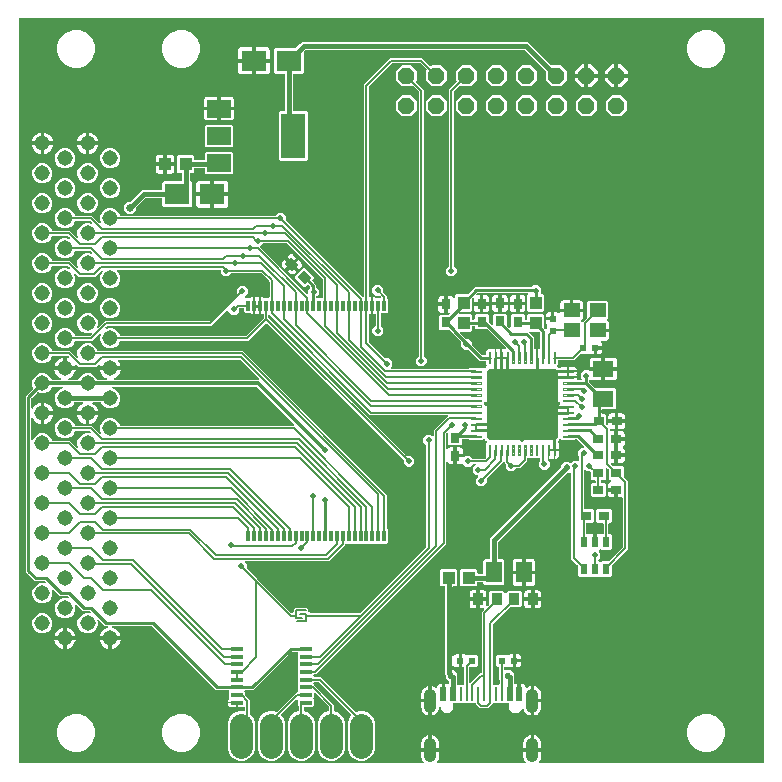
<source format=gbr>
G04 EAGLE Gerber RS-274X export*
G75*
%MOMM*%
%FSLAX34Y34*%
%LPD*%
%INTop Copper*%
%IPPOS*%
%AMOC8*
5,1,8,0,0,1.08239X$1,22.5*%
G01*
%ADD10R,0.900000X1.000000*%
%ADD11R,0.600000X0.900000*%
%ADD12R,1.000000X1.100000*%
%ADD13R,1.100000X1.000000*%
%ADD14C,0.115000*%
%ADD15C,0.600000*%
%ADD16R,1.400000X1.200000*%
%ADD17R,0.800000X0.900000*%
%ADD18R,1.400000X1.800000*%
%ADD19R,0.900000X0.800000*%
%ADD20R,0.600000X0.600000*%
%ADD21R,1.800000X1.400000*%
%ADD22R,0.575000X1.150000*%
%ADD23R,0.275000X1.150000*%
%ADD24C,1.006400*%
%ADD25C,1.306400*%
%ADD26R,0.300000X0.900000*%
%ADD27R,0.990600X0.304800*%
%ADD28P,1.539592X8X202.500000*%
%ADD29R,2.150000X1.800000*%
%ADD30R,1.050000X1.080000*%
%ADD31R,2.000000X1.500000*%
%ADD32R,2.000000X3.800000*%
%ADD33R,0.254000X0.152400*%
%ADD34C,0.152400*%
%ADD35C,1.930400*%
%ADD36C,0.503200*%
%ADD37C,0.228600*%
%ADD38C,0.406400*%
%ADD39C,0.528600*%
%ADD40C,0.304800*%
%ADD41C,0.650000*%

G36*
X344291Y2012D02*
X344291Y2012D01*
X344362Y2014D01*
X344411Y2032D01*
X344463Y2040D01*
X344526Y2074D01*
X344594Y2099D01*
X344634Y2131D01*
X344680Y2156D01*
X344729Y2207D01*
X344786Y2252D01*
X344814Y2296D01*
X344850Y2334D01*
X344880Y2399D01*
X344919Y2459D01*
X344931Y2510D01*
X344953Y2557D01*
X344961Y2628D01*
X344979Y2698D01*
X344975Y2750D01*
X344980Y2801D01*
X344965Y2872D01*
X344959Y2943D01*
X344939Y2991D01*
X344928Y3042D01*
X344891Y3103D01*
X344863Y3169D01*
X344818Y3225D01*
X344802Y3253D01*
X344784Y3268D01*
X344758Y3300D01*
X344618Y3441D01*
X343789Y4681D01*
X343218Y6059D01*
X342927Y7522D01*
X342927Y11801D01*
X349762Y11801D01*
X349781Y11804D01*
X349801Y11802D01*
X349903Y11824D01*
X350005Y11840D01*
X350022Y11850D01*
X350042Y11854D01*
X350131Y11907D01*
X350222Y11956D01*
X350236Y11970D01*
X350253Y11980D01*
X350320Y12059D01*
X350391Y12134D01*
X350400Y12152D01*
X350413Y12167D01*
X350451Y12263D01*
X350495Y12357D01*
X350497Y12377D01*
X350504Y12395D01*
X350517Y12319D01*
X350526Y12302D01*
X350530Y12282D01*
X350583Y12193D01*
X350632Y12102D01*
X350646Y12088D01*
X350656Y12071D01*
X350735Y12004D01*
X350810Y11932D01*
X350828Y11924D01*
X350843Y11911D01*
X350940Y11872D01*
X351033Y11829D01*
X351053Y11827D01*
X351071Y11819D01*
X351238Y11801D01*
X358073Y11801D01*
X358073Y7522D01*
X357782Y6059D01*
X357211Y4681D01*
X356382Y3441D01*
X356242Y3300D01*
X356200Y3242D01*
X356150Y3190D01*
X356129Y3143D01*
X356098Y3101D01*
X356077Y3032D01*
X356047Y2967D01*
X356041Y2915D01*
X356026Y2866D01*
X356028Y2794D01*
X356020Y2723D01*
X356031Y2672D01*
X356032Y2620D01*
X356057Y2552D01*
X356072Y2482D01*
X356099Y2437D01*
X356117Y2389D01*
X356161Y2333D01*
X356198Y2271D01*
X356238Y2237D01*
X356270Y2197D01*
X356331Y2158D01*
X356385Y2111D01*
X356433Y2092D01*
X356477Y2064D01*
X356547Y2046D01*
X356613Y2019D01*
X356685Y2011D01*
X356716Y2003D01*
X356739Y2005D01*
X356780Y2001D01*
X430620Y2001D01*
X430691Y2012D01*
X430762Y2014D01*
X430811Y2032D01*
X430863Y2040D01*
X430926Y2074D01*
X430994Y2099D01*
X431034Y2131D01*
X431080Y2156D01*
X431129Y2207D01*
X431186Y2252D01*
X431214Y2296D01*
X431250Y2334D01*
X431280Y2399D01*
X431319Y2459D01*
X431331Y2510D01*
X431353Y2557D01*
X431361Y2628D01*
X431379Y2698D01*
X431375Y2750D01*
X431380Y2801D01*
X431365Y2872D01*
X431359Y2943D01*
X431339Y2991D01*
X431328Y3042D01*
X431291Y3103D01*
X431263Y3169D01*
X431218Y3225D01*
X431202Y3253D01*
X431184Y3268D01*
X431158Y3300D01*
X431018Y3441D01*
X430189Y4681D01*
X429618Y6059D01*
X429327Y7522D01*
X429327Y11801D01*
X436162Y11801D01*
X436181Y11804D01*
X436201Y11802D01*
X436303Y11824D01*
X436405Y11840D01*
X436422Y11850D01*
X436442Y11854D01*
X436531Y11907D01*
X436622Y11956D01*
X436636Y11970D01*
X436653Y11980D01*
X436720Y12059D01*
X436791Y12134D01*
X436800Y12152D01*
X436813Y12167D01*
X436851Y12263D01*
X436895Y12357D01*
X436897Y12377D01*
X436904Y12395D01*
X436917Y12319D01*
X436926Y12302D01*
X436930Y12282D01*
X436983Y12193D01*
X437032Y12102D01*
X437046Y12088D01*
X437056Y12071D01*
X437135Y12004D01*
X437210Y11932D01*
X437228Y11924D01*
X437243Y11911D01*
X437340Y11872D01*
X437433Y11829D01*
X437453Y11827D01*
X437471Y11819D01*
X437638Y11801D01*
X444473Y11801D01*
X444473Y7522D01*
X444182Y6059D01*
X443611Y4681D01*
X442782Y3441D01*
X442642Y3300D01*
X442600Y3242D01*
X442550Y3190D01*
X442529Y3143D01*
X442498Y3101D01*
X442477Y3032D01*
X442447Y2967D01*
X442441Y2915D01*
X442426Y2866D01*
X442428Y2794D01*
X442420Y2723D01*
X442431Y2672D01*
X442432Y2620D01*
X442457Y2552D01*
X442472Y2482D01*
X442499Y2437D01*
X442517Y2389D01*
X442561Y2333D01*
X442598Y2271D01*
X442638Y2237D01*
X442670Y2197D01*
X442731Y2158D01*
X442785Y2111D01*
X442833Y2092D01*
X442877Y2064D01*
X442947Y2046D01*
X443013Y2019D01*
X443085Y2011D01*
X443116Y2003D01*
X443139Y2005D01*
X443180Y2001D01*
X632238Y2001D01*
X632258Y2004D01*
X632277Y2002D01*
X632379Y2024D01*
X632481Y2040D01*
X632498Y2050D01*
X632518Y2054D01*
X632607Y2107D01*
X632698Y2156D01*
X632712Y2170D01*
X632729Y2180D01*
X632796Y2259D01*
X632868Y2334D01*
X632876Y2352D01*
X632889Y2367D01*
X632928Y2463D01*
X632971Y2557D01*
X632973Y2577D01*
X632981Y2595D01*
X632999Y2762D01*
X632999Y632238D01*
X632996Y632258D01*
X632998Y632277D01*
X632976Y632379D01*
X632960Y632481D01*
X632950Y632498D01*
X632946Y632518D01*
X632893Y632607D01*
X632844Y632698D01*
X632830Y632712D01*
X632820Y632729D01*
X632741Y632796D01*
X632666Y632868D01*
X632648Y632876D01*
X632633Y632889D01*
X632537Y632928D01*
X632443Y632971D01*
X632423Y632973D01*
X632405Y632981D01*
X632238Y632999D01*
X2762Y632999D01*
X2742Y632996D01*
X2723Y632998D01*
X2621Y632976D01*
X2519Y632960D01*
X2502Y632950D01*
X2482Y632946D01*
X2393Y632893D01*
X2302Y632844D01*
X2288Y632830D01*
X2271Y632820D01*
X2204Y632741D01*
X2132Y632666D01*
X2124Y632648D01*
X2111Y632633D01*
X2072Y632537D01*
X2029Y632443D01*
X2027Y632423D01*
X2019Y632405D01*
X2001Y632238D01*
X2001Y2762D01*
X2004Y2742D01*
X2002Y2723D01*
X2024Y2621D01*
X2040Y2519D01*
X2050Y2502D01*
X2054Y2482D01*
X2107Y2393D01*
X2156Y2302D01*
X2170Y2288D01*
X2180Y2271D01*
X2259Y2204D01*
X2334Y2132D01*
X2352Y2124D01*
X2367Y2111D01*
X2463Y2072D01*
X2557Y2029D01*
X2577Y2027D01*
X2595Y2019D01*
X2762Y2001D01*
X344220Y2001D01*
X344291Y2012D01*
G37*
%LPC*%
G36*
X188182Y4349D02*
X188182Y4349D01*
X183899Y6123D01*
X180621Y9401D01*
X178847Y13684D01*
X178847Y37116D01*
X180621Y41399D01*
X183899Y44677D01*
X188182Y46451D01*
X192786Y46451D01*
X192806Y46454D01*
X192825Y46452D01*
X192927Y46474D01*
X193029Y46490D01*
X193046Y46500D01*
X193066Y46504D01*
X193155Y46557D01*
X193246Y46606D01*
X193260Y46620D01*
X193277Y46630D01*
X193344Y46709D01*
X193416Y46784D01*
X193424Y46802D01*
X193437Y46817D01*
X193476Y46913D01*
X193519Y47007D01*
X193521Y47027D01*
X193529Y47045D01*
X193547Y47212D01*
X193547Y48805D01*
X193528Y48922D01*
X193510Y49040D01*
X193508Y49044D01*
X193508Y49048D01*
X193453Y49150D01*
X193397Y49259D01*
X193394Y49262D01*
X193392Y49265D01*
X193307Y49347D01*
X193221Y49430D01*
X193217Y49432D01*
X193214Y49435D01*
X193106Y49485D01*
X192999Y49536D01*
X192995Y49537D01*
X192991Y49538D01*
X192873Y49551D01*
X192755Y49566D01*
X192750Y49565D01*
X192747Y49565D01*
X192733Y49563D01*
X192589Y49541D01*
X192009Y49385D01*
X187483Y49385D01*
X187483Y53450D01*
X187480Y53469D01*
X187482Y53489D01*
X187460Y53590D01*
X187444Y53692D01*
X187434Y53710D01*
X187430Y53729D01*
X187377Y53819D01*
X187329Y53910D01*
X187328Y53910D01*
X187314Y53924D01*
X187304Y53941D01*
X187303Y53941D01*
X187225Y54008D01*
X187150Y54080D01*
X187132Y54088D01*
X187117Y54101D01*
X187020Y54140D01*
X186927Y54183D01*
X186907Y54185D01*
X186888Y54193D01*
X186722Y54211D01*
X179228Y54211D01*
X179228Y55308D01*
X179401Y55955D01*
X179736Y56534D01*
X179745Y56544D01*
X179757Y56560D01*
X179773Y56572D01*
X179829Y56660D01*
X179889Y56743D01*
X179895Y56762D01*
X179906Y56779D01*
X179931Y56880D01*
X179961Y56978D01*
X179961Y56998D01*
X179966Y57018D01*
X179958Y57121D01*
X179955Y57224D01*
X179948Y57243D01*
X179947Y57263D01*
X179906Y57358D01*
X179871Y57455D01*
X179858Y57471D01*
X179850Y57489D01*
X179768Y57592D01*
X179768Y62303D01*
X180127Y62662D01*
X180139Y62678D01*
X180155Y62690D01*
X180211Y62778D01*
X180271Y62861D01*
X180277Y62881D01*
X180288Y62897D01*
X180313Y62998D01*
X180343Y63097D01*
X180343Y63117D01*
X180348Y63136D01*
X180339Y63239D01*
X180337Y63342D01*
X180330Y63361D01*
X180328Y63381D01*
X180288Y63476D01*
X180252Y63573D01*
X180240Y63589D01*
X180232Y63607D01*
X180127Y63738D01*
X180052Y63813D01*
X179978Y63867D01*
X179909Y63926D01*
X179879Y63938D01*
X179852Y63957D01*
X179765Y63984D01*
X179681Y64018D01*
X179640Y64022D01*
X179617Y64029D01*
X179585Y64028D01*
X179514Y64036D01*
X168770Y64036D01*
X114793Y118013D01*
X114719Y118066D01*
X114650Y118126D01*
X114620Y118138D01*
X114593Y118157D01*
X114506Y118184D01*
X114422Y118218D01*
X114381Y118222D01*
X114358Y118229D01*
X114326Y118228D01*
X114255Y118236D01*
X81952Y118236D01*
X81903Y118228D01*
X81854Y118230D01*
X81783Y118209D01*
X81709Y118197D01*
X81666Y118174D01*
X81619Y118160D01*
X81558Y118116D01*
X81492Y118081D01*
X81458Y118046D01*
X81418Y118018D01*
X81374Y117957D01*
X81322Y117903D01*
X81302Y117859D01*
X81273Y117819D01*
X81250Y117748D01*
X81219Y117680D01*
X81213Y117631D01*
X81198Y117585D01*
X81200Y117510D01*
X81192Y117436D01*
X81202Y117388D01*
X81203Y117339D01*
X81228Y117268D01*
X81244Y117195D01*
X81269Y117153D01*
X81285Y117107D01*
X81332Y117048D01*
X81370Y116984D01*
X81407Y116952D01*
X81438Y116914D01*
X81500Y116873D01*
X81557Y116824D01*
X81602Y116806D01*
X81643Y116779D01*
X81763Y116741D01*
X81785Y116732D01*
X81794Y116731D01*
X81803Y116728D01*
X82076Y116674D01*
X83728Y115990D01*
X85214Y114997D01*
X86477Y113734D01*
X87470Y112248D01*
X88154Y110596D01*
X88378Y109473D01*
X80192Y109473D01*
X80172Y109470D01*
X80153Y109472D01*
X80051Y109450D01*
X79949Y109433D01*
X79932Y109424D01*
X79912Y109420D01*
X79823Y109367D01*
X79732Y109318D01*
X79718Y109304D01*
X79701Y109294D01*
X79634Y109215D01*
X79563Y109140D01*
X79554Y109122D01*
X79541Y109107D01*
X79503Y109011D01*
X79459Y108917D01*
X79457Y108897D01*
X79449Y108879D01*
X79431Y108712D01*
X79431Y107949D01*
X79429Y107949D01*
X79429Y108712D01*
X79426Y108732D01*
X79428Y108751D01*
X79406Y108853D01*
X79389Y108955D01*
X79380Y108972D01*
X79376Y108992D01*
X79323Y109081D01*
X79274Y109172D01*
X79260Y109186D01*
X79250Y109203D01*
X79171Y109270D01*
X79096Y109341D01*
X79078Y109350D01*
X79063Y109363D01*
X78967Y109402D01*
X78873Y109445D01*
X78853Y109447D01*
X78835Y109455D01*
X78668Y109473D01*
X70482Y109473D01*
X70706Y110596D01*
X71390Y112248D01*
X72383Y113734D01*
X73646Y114997D01*
X75132Y115990D01*
X76784Y116674D01*
X77057Y116728D01*
X77103Y116746D01*
X77151Y116754D01*
X77217Y116788D01*
X77287Y116815D01*
X77325Y116846D01*
X77368Y116869D01*
X77420Y116923D01*
X77478Y116970D01*
X77504Y117011D01*
X77538Y117047D01*
X77569Y117115D01*
X77609Y117178D01*
X77621Y117226D01*
X77641Y117270D01*
X77650Y117344D01*
X77667Y117417D01*
X77663Y117466D01*
X77668Y117514D01*
X77653Y117587D01*
X77646Y117662D01*
X77627Y117707D01*
X77616Y117755D01*
X77578Y117819D01*
X77548Y117888D01*
X77515Y117924D01*
X77490Y117966D01*
X77433Y118015D01*
X77383Y118070D01*
X77340Y118094D01*
X77303Y118126D01*
X77234Y118154D01*
X77169Y118190D01*
X77120Y118199D01*
X77075Y118218D01*
X76950Y118232D01*
X76927Y118236D01*
X76917Y118235D01*
X76908Y118236D01*
X75200Y118236D01*
X69995Y123442D01*
X69915Y123499D01*
X69840Y123561D01*
X69816Y123570D01*
X69795Y123585D01*
X69702Y123614D01*
X69611Y123649D01*
X69585Y123650D01*
X69560Y123658D01*
X69462Y123655D01*
X69365Y123659D01*
X69340Y123652D01*
X69314Y123651D01*
X69222Y123618D01*
X69129Y123591D01*
X69107Y123576D01*
X69083Y123567D01*
X69007Y123506D01*
X68927Y123451D01*
X68911Y123430D01*
X68891Y123413D01*
X68838Y123331D01*
X68780Y123253D01*
X68772Y123228D01*
X68758Y123206D01*
X68734Y123112D01*
X68704Y123019D01*
X68704Y122993D01*
X68698Y122968D01*
X68705Y122871D01*
X68706Y122773D01*
X68715Y122742D01*
X68717Y122723D01*
X68730Y122692D01*
X68753Y122612D01*
X68863Y122347D01*
X68863Y118953D01*
X67564Y115817D01*
X65163Y113416D01*
X62027Y112117D01*
X58633Y112117D01*
X55497Y113416D01*
X53096Y115817D01*
X51797Y118953D01*
X51797Y122347D01*
X53096Y125483D01*
X55497Y127884D01*
X58633Y129183D01*
X62027Y129183D01*
X62292Y129073D01*
X62387Y129051D01*
X62480Y129022D01*
X62506Y129023D01*
X62532Y129017D01*
X62629Y129026D01*
X62726Y129028D01*
X62751Y129037D01*
X62777Y129040D01*
X62866Y129079D01*
X62957Y129113D01*
X62978Y129129D01*
X63001Y129140D01*
X63073Y129206D01*
X63149Y129267D01*
X63163Y129289D01*
X63183Y129306D01*
X63230Y129392D01*
X63282Y129474D01*
X63289Y129499D01*
X63301Y129522D01*
X63318Y129618D01*
X63342Y129712D01*
X63340Y129738D01*
X63345Y129764D01*
X63331Y129860D01*
X63323Y129957D01*
X63313Y129981D01*
X63309Y130007D01*
X63265Y130094D01*
X63227Y130184D01*
X63206Y130209D01*
X63198Y130226D01*
X63174Y130250D01*
X63122Y130315D01*
X62723Y130713D01*
X62649Y130767D01*
X62580Y130826D01*
X62550Y130838D01*
X62523Y130857D01*
X62436Y130884D01*
X62352Y130918D01*
X62311Y130922D01*
X62288Y130929D01*
X62256Y130928D01*
X62185Y130936D01*
X56150Y130936D01*
X50859Y136227D01*
X50780Y136284D01*
X50705Y136346D01*
X50681Y136356D01*
X50659Y136371D01*
X50567Y136399D01*
X50475Y136434D01*
X50449Y136436D01*
X50424Y136443D01*
X50327Y136441D01*
X50230Y136445D01*
X50205Y136438D01*
X50178Y136437D01*
X50087Y136403D01*
X49993Y136376D01*
X49972Y136361D01*
X49947Y136352D01*
X49871Y136292D01*
X49791Y136236D01*
X49776Y136215D01*
X49755Y136199D01*
X49703Y136117D01*
X49645Y136039D01*
X49637Y136014D01*
X49622Y135992D01*
X49599Y135897D01*
X49568Y135805D01*
X49569Y135779D01*
X49562Y135753D01*
X49570Y135656D01*
X49571Y135559D01*
X49580Y135527D01*
X49581Y135508D01*
X49594Y135478D01*
X49618Y135398D01*
X49763Y135047D01*
X49763Y131653D01*
X48464Y128517D01*
X46063Y126116D01*
X42927Y124817D01*
X39533Y124817D01*
X36397Y126116D01*
X33996Y128517D01*
X32697Y131653D01*
X32697Y135047D01*
X33996Y138183D01*
X36397Y140584D01*
X39533Y141883D01*
X42927Y141883D01*
X43278Y141738D01*
X43372Y141715D01*
X43466Y141687D01*
X43492Y141687D01*
X43517Y141681D01*
X43614Y141691D01*
X43711Y141693D01*
X43736Y141702D01*
X43762Y141704D01*
X43851Y141744D01*
X43942Y141777D01*
X43963Y141794D01*
X43987Y141804D01*
X44058Y141870D01*
X44134Y141931D01*
X44149Y141953D01*
X44168Y141971D01*
X44215Y142056D01*
X44267Y142138D01*
X44274Y142164D01*
X44286Y142186D01*
X44304Y142282D01*
X44328Y142377D01*
X44326Y142403D01*
X44330Y142428D01*
X44316Y142525D01*
X44308Y142622D01*
X44298Y142646D01*
X44294Y142672D01*
X44250Y142759D01*
X44212Y142848D01*
X44192Y142874D01*
X44183Y142891D01*
X44159Y142914D01*
X44107Y142979D01*
X43673Y143413D01*
X43599Y143466D01*
X43530Y143526D01*
X43500Y143538D01*
X43473Y143557D01*
X43386Y143584D01*
X43302Y143618D01*
X43261Y143622D01*
X43238Y143629D01*
X43206Y143628D01*
X43135Y143636D01*
X37100Y143636D01*
X31724Y149013D01*
X31645Y149070D01*
X31570Y149132D01*
X31545Y149141D01*
X31524Y149156D01*
X31431Y149185D01*
X31340Y149220D01*
X31314Y149221D01*
X31289Y149229D01*
X31192Y149226D01*
X31094Y149230D01*
X31069Y149223D01*
X31043Y149222D01*
X30952Y149189D01*
X30858Y149162D01*
X30837Y149147D01*
X30812Y149138D01*
X30736Y149077D01*
X30656Y149021D01*
X30641Y149000D01*
X30620Y148984D01*
X30567Y148902D01*
X30509Y148824D01*
X30501Y148799D01*
X30487Y148777D01*
X30463Y148683D01*
X30433Y148590D01*
X30433Y148564D01*
X30427Y148539D01*
X30435Y148442D01*
X30435Y148344D01*
X30445Y148313D01*
X30446Y148293D01*
X30459Y148263D01*
X30482Y148183D01*
X30663Y147747D01*
X30663Y144353D01*
X29364Y141217D01*
X26963Y138816D01*
X23827Y137517D01*
X20433Y137517D01*
X17297Y138816D01*
X14896Y141217D01*
X13597Y144353D01*
X13597Y147747D01*
X14896Y150883D01*
X17297Y153284D01*
X20433Y154583D01*
X23827Y154583D01*
X24263Y154402D01*
X24358Y154380D01*
X24451Y154351D01*
X24477Y154352D01*
X24503Y154346D01*
X24599Y154355D01*
X24697Y154358D01*
X24721Y154367D01*
X24747Y154369D01*
X24836Y154409D01*
X24928Y154442D01*
X24948Y154459D01*
X24972Y154469D01*
X25044Y154535D01*
X25120Y154596D01*
X25134Y154618D01*
X25153Y154636D01*
X25200Y154721D01*
X25253Y154803D01*
X25259Y154828D01*
X25272Y154851D01*
X25289Y154947D01*
X25313Y155041D01*
X25311Y155067D01*
X25316Y155093D01*
X25301Y155190D01*
X25294Y155287D01*
X25284Y155311D01*
X25280Y155336D01*
X25236Y155423D01*
X25197Y155513D01*
X25177Y155538D01*
X25168Y155556D01*
X25145Y155579D01*
X25093Y155644D01*
X24623Y156113D01*
X24549Y156167D01*
X24480Y156226D01*
X24450Y156238D01*
X24423Y156257D01*
X24336Y156284D01*
X24252Y156318D01*
X24211Y156322D01*
X24188Y156329D01*
X24156Y156328D01*
X24085Y156336D01*
X15510Y156336D01*
X9510Y162336D01*
X7873Y163973D01*
X7873Y313007D01*
X9510Y314644D01*
X14240Y319373D01*
X14307Y319467D01*
X14378Y319562D01*
X14380Y319568D01*
X14383Y319573D01*
X14418Y319684D01*
X14454Y319796D01*
X14454Y319802D01*
X14456Y319808D01*
X14453Y319923D01*
X14452Y320042D01*
X14450Y320049D01*
X14449Y320054D01*
X14443Y320072D01*
X14405Y320203D01*
X13597Y322153D01*
X13597Y325547D01*
X14896Y328683D01*
X17297Y331084D01*
X20433Y332383D01*
X23827Y332383D01*
X26963Y331084D01*
X29364Y328683D01*
X30013Y327115D01*
X30075Y327015D01*
X30135Y326915D01*
X30140Y326911D01*
X30143Y326906D01*
X30233Y326831D01*
X30322Y326755D01*
X30328Y326753D01*
X30333Y326749D01*
X30441Y326707D01*
X30550Y326663D01*
X30558Y326662D01*
X30562Y326661D01*
X30580Y326660D01*
X30717Y326645D01*
X37608Y326645D01*
X37704Y326660D01*
X37801Y326670D01*
X37825Y326680D01*
X37851Y326684D01*
X37937Y326730D01*
X38026Y326770D01*
X38045Y326787D01*
X38068Y326800D01*
X38135Y326870D01*
X38207Y326936D01*
X38220Y326959D01*
X38238Y326978D01*
X38279Y327066D01*
X38326Y327152D01*
X38330Y327177D01*
X38341Y327201D01*
X38352Y327298D01*
X38369Y327394D01*
X38366Y327420D01*
X38368Y327445D01*
X38348Y327541D01*
X38334Y327637D01*
X38322Y327660D01*
X38316Y327686D01*
X38266Y327769D01*
X38222Y327856D01*
X38203Y327875D01*
X38190Y327897D01*
X38116Y327960D01*
X38046Y328028D01*
X38018Y328044D01*
X38003Y328057D01*
X37972Y328069D01*
X37899Y328109D01*
X36932Y328510D01*
X35446Y329503D01*
X34183Y330766D01*
X33190Y332252D01*
X32506Y333904D01*
X32283Y335027D01*
X40468Y335027D01*
X40488Y335030D01*
X40507Y335028D01*
X40609Y335050D01*
X40711Y335067D01*
X40728Y335076D01*
X40748Y335080D01*
X40837Y335133D01*
X40928Y335182D01*
X40942Y335196D01*
X40959Y335206D01*
X41026Y335285D01*
X41097Y335360D01*
X41106Y335378D01*
X41119Y335393D01*
X41157Y335489D01*
X41201Y335583D01*
X41203Y335603D01*
X41211Y335621D01*
X41229Y335788D01*
X41229Y336551D01*
X41231Y336551D01*
X41231Y335788D01*
X41234Y335768D01*
X41232Y335749D01*
X41254Y335647D01*
X41271Y335545D01*
X41280Y335528D01*
X41284Y335508D01*
X41337Y335419D01*
X41386Y335328D01*
X41400Y335314D01*
X41410Y335297D01*
X41489Y335230D01*
X41564Y335159D01*
X41582Y335150D01*
X41597Y335137D01*
X41693Y335098D01*
X41787Y335055D01*
X41807Y335053D01*
X41825Y335045D01*
X41992Y335027D01*
X50177Y335027D01*
X49954Y333904D01*
X49270Y332252D01*
X48277Y330766D01*
X47014Y329503D01*
X45528Y328510D01*
X44561Y328109D01*
X44478Y328058D01*
X44392Y328012D01*
X44374Y327993D01*
X44351Y327980D01*
X44289Y327905D01*
X44222Y327834D01*
X44211Y327810D01*
X44195Y327790D01*
X44160Y327699D01*
X44119Y327611D01*
X44116Y327585D01*
X44106Y327561D01*
X44102Y327463D01*
X44092Y327367D01*
X44097Y327341D01*
X44096Y327315D01*
X44123Y327221D01*
X44144Y327126D01*
X44157Y327104D01*
X44165Y327079D01*
X44220Y326999D01*
X44270Y326915D01*
X44290Y326898D01*
X44305Y326877D01*
X44383Y326818D01*
X44457Y326755D01*
X44481Y326745D01*
X44502Y326730D01*
X44595Y326700D01*
X44685Y326663D01*
X44718Y326660D01*
X44736Y326654D01*
X44769Y326654D01*
X44852Y326645D01*
X51743Y326645D01*
X51858Y326664D01*
X51974Y326681D01*
X51980Y326683D01*
X51986Y326684D01*
X52089Y326739D01*
X52193Y326792D01*
X52198Y326797D01*
X52203Y326800D01*
X52283Y326884D01*
X52366Y326968D01*
X52369Y326974D01*
X52373Y326978D01*
X52381Y326995D01*
X52447Y327115D01*
X53096Y328683D01*
X55497Y331084D01*
X58633Y332383D01*
X62027Y332383D01*
X65163Y331084D01*
X67564Y328683D01*
X68213Y327115D01*
X68275Y327015D01*
X68335Y326915D01*
X68340Y326911D01*
X68343Y326906D01*
X68433Y326831D01*
X68522Y326755D01*
X68528Y326753D01*
X68533Y326749D01*
X68641Y326707D01*
X68750Y326663D01*
X68758Y326662D01*
X68762Y326661D01*
X68780Y326660D01*
X68917Y326645D01*
X75808Y326645D01*
X75904Y326660D01*
X76001Y326670D01*
X76025Y326680D01*
X76051Y326684D01*
X76137Y326730D01*
X76226Y326770D01*
X76245Y326787D01*
X76268Y326800D01*
X76335Y326870D01*
X76407Y326936D01*
X76420Y326959D01*
X76438Y326978D01*
X76479Y327066D01*
X76526Y327152D01*
X76530Y327177D01*
X76541Y327201D01*
X76552Y327298D01*
X76569Y327394D01*
X76566Y327420D01*
X76568Y327445D01*
X76548Y327541D01*
X76534Y327637D01*
X76522Y327660D01*
X76516Y327686D01*
X76466Y327769D01*
X76422Y327856D01*
X76403Y327875D01*
X76390Y327897D01*
X76316Y327960D01*
X76246Y328028D01*
X76218Y328044D01*
X76203Y328057D01*
X76172Y328069D01*
X76100Y328109D01*
X75132Y328510D01*
X73646Y329503D01*
X72383Y330766D01*
X71390Y332252D01*
X70706Y333904D01*
X70483Y335027D01*
X78668Y335027D01*
X78688Y335030D01*
X78707Y335028D01*
X78809Y335050D01*
X78911Y335067D01*
X78928Y335076D01*
X78948Y335080D01*
X79037Y335133D01*
X79128Y335182D01*
X79142Y335196D01*
X79159Y335206D01*
X79226Y335285D01*
X79297Y335360D01*
X79306Y335378D01*
X79319Y335393D01*
X79357Y335489D01*
X79401Y335583D01*
X79403Y335603D01*
X79411Y335621D01*
X79429Y335788D01*
X79429Y337312D01*
X79426Y337332D01*
X79428Y337351D01*
X79406Y337452D01*
X79389Y337555D01*
X79380Y337572D01*
X79376Y337592D01*
X79323Y337681D01*
X79274Y337772D01*
X79260Y337786D01*
X79250Y337803D01*
X79171Y337870D01*
X79096Y337941D01*
X79078Y337950D01*
X79063Y337963D01*
X78967Y338002D01*
X78873Y338045D01*
X78853Y338047D01*
X78835Y338055D01*
X78668Y338073D01*
X70483Y338073D01*
X70635Y338838D01*
X70635Y338861D01*
X70642Y338883D01*
X70640Y338984D01*
X70643Y339084D01*
X70636Y339106D01*
X70636Y339129D01*
X70601Y339224D01*
X70573Y339320D01*
X70559Y339338D01*
X70551Y339360D01*
X70489Y339439D01*
X70431Y339521D01*
X70412Y339534D01*
X70398Y339552D01*
X70313Y339607D01*
X70232Y339666D01*
X70210Y339673D01*
X70191Y339685D01*
X70093Y339710D01*
X69998Y339740D01*
X69975Y339740D01*
X69952Y339745D01*
X69852Y339737D01*
X69752Y339736D01*
X69730Y339728D01*
X69707Y339726D01*
X69615Y339687D01*
X69520Y339653D01*
X69502Y339639D01*
X69481Y339630D01*
X69350Y339525D01*
X67676Y337851D01*
X52974Y337851D01*
X51313Y339513D01*
X51294Y339526D01*
X51279Y339544D01*
X51194Y339598D01*
X51113Y339656D01*
X51091Y339663D01*
X51071Y339675D01*
X50974Y339699D01*
X50878Y339728D01*
X50855Y339728D01*
X50832Y339733D01*
X50733Y339725D01*
X50632Y339722D01*
X50610Y339714D01*
X50587Y339712D01*
X50496Y339672D01*
X50401Y339638D01*
X50383Y339623D01*
X50362Y339614D01*
X50287Y339547D01*
X50209Y339484D01*
X50196Y339465D01*
X50179Y339449D01*
X50130Y339361D01*
X50076Y339277D01*
X50070Y339255D01*
X50059Y339235D01*
X50040Y339136D01*
X50016Y339038D01*
X50018Y339016D01*
X50013Y338993D01*
X50028Y338826D01*
X50177Y338073D01*
X42753Y338073D01*
X42753Y345497D01*
X43506Y345348D01*
X43529Y345347D01*
X43551Y345340D01*
X43651Y345343D01*
X43752Y345339D01*
X43774Y345346D01*
X43797Y345347D01*
X43891Y345381D01*
X43987Y345410D01*
X44006Y345423D01*
X44028Y345431D01*
X44106Y345494D01*
X44188Y345552D01*
X44202Y345570D01*
X44220Y345585D01*
X44274Y345669D01*
X44333Y345750D01*
X44340Y345772D01*
X44353Y345792D01*
X44377Y345889D01*
X44408Y345985D01*
X44407Y346008D01*
X44413Y346030D01*
X44405Y346130D01*
X44403Y346231D01*
X44395Y346252D01*
X44394Y346275D01*
X44354Y346368D01*
X44321Y346462D01*
X44306Y346481D01*
X44297Y346502D01*
X44193Y346633D01*
X43831Y346994D01*
X43757Y347047D01*
X43688Y347107D01*
X43657Y347119D01*
X43631Y347138D01*
X43544Y347165D01*
X43459Y347199D01*
X43418Y347203D01*
X43396Y347210D01*
X43364Y347209D01*
X43293Y347217D01*
X31032Y347217D01*
X30918Y347198D01*
X30801Y347181D01*
X30796Y347179D01*
X30790Y347178D01*
X30687Y347123D01*
X30582Y347070D01*
X30578Y347065D01*
X30572Y347062D01*
X30492Y346978D01*
X30410Y346894D01*
X30406Y346888D01*
X30403Y346884D01*
X30395Y346867D01*
X30329Y346747D01*
X29364Y344417D01*
X26963Y342016D01*
X23827Y340717D01*
X20433Y340717D01*
X17297Y342016D01*
X14896Y344417D01*
X13597Y347553D01*
X13597Y350947D01*
X14896Y354083D01*
X17297Y356484D01*
X20433Y357783D01*
X23827Y357783D01*
X26963Y356484D01*
X29364Y354083D01*
X30329Y351753D01*
X30391Y351653D01*
X30451Y351553D01*
X30455Y351549D01*
X30459Y351544D01*
X30548Y351469D01*
X30638Y351393D01*
X30643Y351391D01*
X30648Y351387D01*
X30756Y351345D01*
X30866Y351301D01*
X30873Y351300D01*
X30878Y351299D01*
X30896Y351298D01*
X31032Y351283D01*
X45292Y351283D01*
X51054Y345521D01*
X51133Y345464D01*
X51208Y345402D01*
X51232Y345393D01*
X51253Y345378D01*
X51346Y345349D01*
X51437Y345314D01*
X51463Y345313D01*
X51488Y345305D01*
X51586Y345308D01*
X51683Y345304D01*
X51708Y345311D01*
X51734Y345312D01*
X51826Y345345D01*
X51919Y345372D01*
X51941Y345387D01*
X51965Y345396D01*
X52041Y345457D01*
X52121Y345512D01*
X52137Y345533D01*
X52157Y345550D01*
X52210Y345632D01*
X52268Y345710D01*
X52276Y345735D01*
X52290Y345757D01*
X52314Y345851D01*
X52344Y345944D01*
X52344Y345970D01*
X52350Y345995D01*
X52343Y346092D01*
X52342Y346190D01*
X52333Y346221D01*
X52331Y346240D01*
X52318Y346271D01*
X52295Y346351D01*
X51797Y347553D01*
X51797Y350947D01*
X53096Y354083D01*
X55497Y356484D01*
X58633Y357783D01*
X62027Y357783D01*
X65163Y356484D01*
X67564Y354083D01*
X68529Y351753D01*
X68591Y351653D01*
X68651Y351553D01*
X68655Y351549D01*
X68659Y351544D01*
X68748Y351469D01*
X68838Y351393D01*
X68843Y351391D01*
X68848Y351387D01*
X68956Y351345D01*
X69066Y351301D01*
X69073Y351300D01*
X69078Y351299D01*
X69096Y351298D01*
X69232Y351283D01*
X191850Y351283D01*
X313533Y229600D01*
X313533Y201712D01*
X313547Y201622D01*
X313555Y201531D01*
X313567Y201501D01*
X313572Y201469D01*
X313615Y201389D01*
X313651Y201305D01*
X313677Y201273D01*
X313688Y201252D01*
X313711Y201230D01*
X313756Y201174D01*
X315001Y199929D01*
X315001Y189271D01*
X313829Y188099D01*
X279294Y188099D01*
X279274Y188096D01*
X279255Y188098D01*
X279153Y188076D01*
X279051Y188060D01*
X279034Y188050D01*
X279014Y188046D01*
X278925Y187993D01*
X278834Y187944D01*
X278820Y187930D01*
X278803Y187920D01*
X278736Y187841D01*
X278664Y187766D01*
X278656Y187748D01*
X278643Y187733D01*
X278604Y187637D01*
X278561Y187543D01*
X278559Y187523D01*
X278551Y187505D01*
X278533Y187338D01*
X278533Y186758D01*
X265002Y173227D01*
X194408Y173227D01*
X194337Y173216D01*
X194266Y173214D01*
X194217Y173196D01*
X194165Y173188D01*
X194102Y173154D01*
X194035Y173129D01*
X193994Y173097D01*
X193948Y173072D01*
X193899Y173020D01*
X193843Y172976D01*
X193815Y172932D01*
X193779Y172894D01*
X193748Y172829D01*
X193710Y172769D01*
X193697Y172718D01*
X193675Y172671D01*
X193667Y172600D01*
X193650Y172530D01*
X193654Y172478D01*
X193648Y172427D01*
X193663Y172356D01*
X193669Y172285D01*
X193689Y172237D01*
X193700Y172186D01*
X193737Y172125D01*
X193765Y172059D01*
X193810Y172003D01*
X193826Y171975D01*
X193844Y171960D01*
X193870Y171928D01*
X195017Y170781D01*
X195017Y167583D01*
X195031Y167493D01*
X195039Y167402D01*
X195051Y167373D01*
X195056Y167341D01*
X195099Y167260D01*
X195135Y167176D01*
X195161Y167144D01*
X195172Y167123D01*
X195195Y167101D01*
X195240Y167045D01*
X203819Y158466D01*
X232783Y129501D01*
X232800Y129490D01*
X232812Y129474D01*
X232899Y129418D01*
X232983Y129358D01*
X233002Y129352D01*
X233019Y129341D01*
X233119Y129316D01*
X233218Y129285D01*
X233238Y129286D01*
X233257Y129281D01*
X233360Y129289D01*
X233464Y129292D01*
X233483Y129299D01*
X233503Y129300D01*
X233598Y129341D01*
X233695Y129376D01*
X233711Y129389D01*
X233729Y129397D01*
X233860Y129501D01*
X234121Y129763D01*
X234188Y129763D01*
X234208Y129766D01*
X234227Y129764D01*
X234329Y129786D01*
X234431Y129802D01*
X234448Y129812D01*
X234468Y129816D01*
X234557Y129869D01*
X234648Y129918D01*
X234662Y129932D01*
X234679Y129942D01*
X234746Y130021D01*
X234818Y130096D01*
X234826Y130114D01*
X234839Y130129D01*
X234878Y130225D01*
X234921Y130319D01*
X234923Y130339D01*
X234931Y130357D01*
X234949Y130524D01*
X234949Y132668D01*
X236140Y133859D01*
X245952Y133859D01*
X247143Y132668D01*
X247143Y130966D01*
X247130Y130952D01*
X247108Y130905D01*
X247077Y130863D01*
X247056Y130794D01*
X247026Y130729D01*
X247020Y130677D01*
X247005Y130628D01*
X247007Y130556D01*
X246999Y130485D01*
X247010Y130434D01*
X247011Y130382D01*
X247036Y130314D01*
X247051Y130244D01*
X247078Y130199D01*
X247096Y130151D01*
X247141Y130095D01*
X247177Y130033D01*
X247217Y129999D01*
X247250Y129959D01*
X247310Y129920D01*
X247364Y129873D01*
X247413Y129854D01*
X247456Y129826D01*
X247526Y129808D01*
X247593Y129781D01*
X247664Y129773D01*
X247695Y129765D01*
X247718Y129767D01*
X247759Y129763D01*
X248479Y129763D01*
X248986Y129256D01*
X249060Y129203D01*
X249129Y129143D01*
X249159Y129131D01*
X249185Y129112D01*
X249272Y129085D01*
X249357Y129051D01*
X249398Y129047D01*
X249421Y129040D01*
X249453Y129041D01*
X249524Y129033D01*
X290943Y129033D01*
X291033Y129047D01*
X291124Y129055D01*
X291153Y129067D01*
X291185Y129072D01*
X291266Y129115D01*
X291350Y129151D01*
X291382Y129177D01*
X291403Y129188D01*
X291425Y129211D01*
X291481Y129256D01*
X346994Y184769D01*
X347047Y184843D01*
X347107Y184912D01*
X347119Y184943D01*
X347138Y184969D01*
X347165Y185056D01*
X347199Y185141D01*
X347203Y185182D01*
X347210Y185204D01*
X347209Y185236D01*
X347217Y185307D01*
X347217Y270920D01*
X347203Y271010D01*
X347195Y271101D01*
X347183Y271131D01*
X347178Y271163D01*
X347135Y271243D01*
X347099Y271327D01*
X347073Y271359D01*
X347062Y271380D01*
X347039Y271402D01*
X346994Y271458D01*
X344733Y273719D01*
X344733Y277461D01*
X347379Y280107D01*
X351121Y280107D01*
X352268Y278960D01*
X352326Y278918D01*
X352378Y278869D01*
X352425Y278847D01*
X352467Y278816D01*
X352536Y278795D01*
X352601Y278765D01*
X352653Y278759D01*
X352703Y278744D01*
X352774Y278746D01*
X352845Y278738D01*
X352896Y278749D01*
X352948Y278750D01*
X353016Y278775D01*
X353086Y278790D01*
X353131Y278817D01*
X353179Y278835D01*
X353235Y278880D01*
X353297Y278916D01*
X353331Y278956D01*
X353371Y278989D01*
X353410Y279049D01*
X353457Y279103D01*
X353476Y279152D01*
X353504Y279195D01*
X353522Y279265D01*
X353549Y279331D01*
X353557Y279403D01*
X353565Y279434D01*
X353563Y279457D01*
X353567Y279498D01*
X353567Y284052D01*
X354981Y285466D01*
X364134Y294619D01*
X365183Y295668D01*
X365225Y295726D01*
X365274Y295778D01*
X365296Y295825D01*
X365327Y295867D01*
X365348Y295936D01*
X365378Y296001D01*
X365384Y296053D01*
X365399Y296103D01*
X365397Y296174D01*
X365405Y296245D01*
X365394Y296296D01*
X365393Y296348D01*
X365368Y296416D01*
X365353Y296486D01*
X365326Y296531D01*
X365308Y296579D01*
X365263Y296635D01*
X365227Y296697D01*
X365187Y296731D01*
X365154Y296771D01*
X365094Y296810D01*
X365040Y296857D01*
X364991Y296876D01*
X364947Y296904D01*
X364878Y296922D01*
X364811Y296949D01*
X364740Y296957D01*
X364709Y296965D01*
X364686Y296963D01*
X364645Y296967D01*
X299598Y296967D01*
X214832Y381733D01*
X214774Y381775D01*
X214722Y381824D01*
X214675Y381846D01*
X214633Y381877D01*
X214564Y381898D01*
X214499Y381928D01*
X214447Y381934D01*
X214397Y381949D01*
X214326Y381947D01*
X214255Y381955D01*
X214204Y381944D01*
X214152Y381943D01*
X214084Y381918D01*
X214014Y381903D01*
X213970Y381876D01*
X213921Y381858D01*
X213865Y381813D01*
X213803Y381777D01*
X213769Y381737D01*
X213729Y381704D01*
X213690Y381644D01*
X213643Y381590D01*
X213624Y381541D01*
X213596Y381497D01*
X213578Y381428D01*
X213551Y381361D01*
X213543Y381290D01*
X213535Y381259D01*
X213537Y381236D01*
X213533Y381195D01*
X213533Y379617D01*
X213547Y379527D01*
X213555Y379436D01*
X213567Y379407D01*
X213572Y379375D01*
X213615Y379294D01*
X213651Y379210D01*
X213677Y379178D01*
X213688Y379157D01*
X213711Y379135D01*
X213756Y379079D01*
X330285Y262550D01*
X330359Y262497D01*
X330428Y262437D01*
X330459Y262425D01*
X330485Y262406D01*
X330572Y262379D01*
X330657Y262345D01*
X330698Y262341D01*
X330720Y262334D01*
X330752Y262335D01*
X330823Y262327D01*
X334413Y262327D01*
X337059Y259681D01*
X337059Y255939D01*
X334413Y253293D01*
X330671Y253293D01*
X328025Y255939D01*
X328025Y258745D01*
X328011Y258834D01*
X328003Y258926D01*
X327991Y258955D01*
X327986Y258987D01*
X327943Y259068D01*
X327907Y259152D01*
X327881Y259184D01*
X327870Y259205D01*
X327847Y259227D01*
X327802Y259283D01*
X212333Y374752D01*
X212317Y374764D01*
X212305Y374779D01*
X212217Y374835D01*
X212134Y374896D01*
X212115Y374901D01*
X212098Y374912D01*
X211997Y374937D01*
X211898Y374968D01*
X211879Y374967D01*
X211859Y374972D01*
X211756Y374964D01*
X211653Y374962D01*
X211634Y374955D01*
X211614Y374953D01*
X211519Y374913D01*
X211422Y374877D01*
X211406Y374865D01*
X211388Y374857D01*
X211257Y374752D01*
X196422Y359917D01*
X88332Y359917D01*
X88218Y359898D01*
X88101Y359881D01*
X88096Y359879D01*
X88090Y359878D01*
X87987Y359823D01*
X87882Y359770D01*
X87878Y359765D01*
X87872Y359762D01*
X87792Y359678D01*
X87710Y359594D01*
X87706Y359588D01*
X87703Y359584D01*
X87695Y359567D01*
X87629Y359447D01*
X86664Y357117D01*
X84263Y354716D01*
X81127Y353417D01*
X77733Y353417D01*
X74597Y354716D01*
X72196Y357117D01*
X70897Y360253D01*
X70897Y363647D01*
X71431Y364935D01*
X71453Y365029D01*
X71481Y365122D01*
X71481Y365149D01*
X71487Y365174D01*
X71478Y365271D01*
X71475Y365368D01*
X71466Y365393D01*
X71464Y365419D01*
X71424Y365508D01*
X71391Y365599D01*
X71374Y365620D01*
X71364Y365644D01*
X71298Y365715D01*
X71237Y365791D01*
X71215Y365806D01*
X71197Y365825D01*
X71112Y365872D01*
X71030Y365924D01*
X71005Y365931D01*
X70982Y365943D01*
X70886Y365961D01*
X70791Y365984D01*
X70765Y365982D01*
X70740Y365987D01*
X70643Y365973D01*
X70546Y365965D01*
X70522Y365955D01*
X70496Y365951D01*
X70409Y365907D01*
X70320Y365869D01*
X70294Y365849D01*
X70277Y365840D01*
X70254Y365816D01*
X70189Y365764D01*
X64342Y359917D01*
X50132Y359917D01*
X50018Y359898D01*
X49901Y359881D01*
X49896Y359879D01*
X49890Y359878D01*
X49787Y359823D01*
X49682Y359770D01*
X49678Y359765D01*
X49672Y359762D01*
X49592Y359678D01*
X49510Y359594D01*
X49506Y359588D01*
X49503Y359584D01*
X49495Y359567D01*
X49429Y359447D01*
X48464Y357117D01*
X46063Y354716D01*
X42927Y353417D01*
X39533Y353417D01*
X36397Y354716D01*
X33996Y357117D01*
X32697Y360253D01*
X32697Y363647D01*
X33996Y366783D01*
X36397Y369184D01*
X39533Y370483D01*
X42927Y370483D01*
X46063Y369184D01*
X48464Y366783D01*
X49429Y364453D01*
X49491Y364353D01*
X49551Y364253D01*
X49555Y364249D01*
X49559Y364244D01*
X49648Y364169D01*
X49738Y364093D01*
X49743Y364091D01*
X49748Y364087D01*
X49856Y364045D01*
X49966Y364001D01*
X49973Y364000D01*
X49978Y363999D01*
X49996Y363998D01*
X50132Y363983D01*
X62343Y363983D01*
X62433Y363997D01*
X62524Y364005D01*
X62553Y364017D01*
X62585Y364022D01*
X62666Y364065D01*
X62750Y364101D01*
X62782Y364127D01*
X62803Y364138D01*
X62825Y364161D01*
X62881Y364206D01*
X64042Y365367D01*
X64088Y365430D01*
X64106Y365450D01*
X64112Y365461D01*
X64161Y365521D01*
X64170Y365545D01*
X64185Y365566D01*
X64214Y365659D01*
X64249Y365750D01*
X64250Y365776D01*
X64258Y365801D01*
X64255Y365899D01*
X64259Y365996D01*
X64252Y366021D01*
X64251Y366047D01*
X64218Y366139D01*
X64191Y366232D01*
X64176Y366254D01*
X64167Y366278D01*
X64106Y366354D01*
X64050Y366434D01*
X64030Y366450D01*
X64013Y366470D01*
X63931Y366523D01*
X63853Y366581D01*
X63828Y366589D01*
X63806Y366603D01*
X63712Y366627D01*
X63619Y366657D01*
X63593Y366657D01*
X63568Y366663D01*
X63471Y366656D01*
X63373Y366655D01*
X63342Y366646D01*
X63322Y366644D01*
X63292Y366631D01*
X63212Y366608D01*
X62027Y366117D01*
X58633Y366117D01*
X55497Y367416D01*
X53096Y369817D01*
X51797Y372953D01*
X51797Y376347D01*
X53096Y379483D01*
X55497Y381884D01*
X58633Y383183D01*
X62027Y383183D01*
X65163Y381884D01*
X67564Y379483D01*
X68863Y376347D01*
X68863Y372953D01*
X68372Y371768D01*
X68350Y371673D01*
X68321Y371580D01*
X68322Y371554D01*
X68316Y371528D01*
X68325Y371432D01*
X68327Y371334D01*
X68336Y371309D01*
X68339Y371284D01*
X68378Y371195D01*
X68412Y371103D01*
X68428Y371083D01*
X68439Y371059D01*
X68505Y370987D01*
X68566Y370911D01*
X68588Y370897D01*
X68605Y370878D01*
X68690Y370831D01*
X68772Y370778D01*
X68798Y370772D01*
X68821Y370759D01*
X68917Y370742D01*
X69011Y370718D01*
X69037Y370720D01*
X69063Y370715D01*
X69159Y370730D01*
X69256Y370737D01*
X69280Y370747D01*
X69306Y370751D01*
X69393Y370795D01*
X69483Y370833D01*
X69508Y370854D01*
X69525Y370863D01*
X69548Y370886D01*
X69613Y370938D01*
X75358Y376683D01*
X163181Y376683D01*
X163271Y376697D01*
X163362Y376705D01*
X163391Y376717D01*
X163423Y376722D01*
X163504Y376765D01*
X163588Y376801D01*
X163620Y376827D01*
X163641Y376838D01*
X163663Y376861D01*
X163719Y376906D01*
X186522Y399709D01*
X186575Y399783D01*
X186635Y399852D01*
X186647Y399883D01*
X186666Y399909D01*
X186693Y399996D01*
X186727Y400081D01*
X186731Y400122D01*
X186738Y400144D01*
X186737Y400176D01*
X186745Y400247D01*
X186745Y403445D01*
X189391Y406091D01*
X193133Y406091D01*
X195779Y403445D01*
X195779Y399703D01*
X193476Y397400D01*
X193434Y397342D01*
X193385Y397290D01*
X193363Y397243D01*
X193332Y397201D01*
X193311Y397132D01*
X193281Y397067D01*
X193275Y397015D01*
X193260Y396965D01*
X193262Y396894D01*
X193254Y396823D01*
X193265Y396772D01*
X193266Y396720D01*
X193291Y396652D01*
X193306Y396582D01*
X193333Y396537D01*
X193351Y396489D01*
X193396Y396433D01*
X193432Y396371D01*
X193472Y396337D01*
X193505Y396297D01*
X193565Y396258D01*
X193619Y396211D01*
X193668Y396192D01*
X193711Y396164D01*
X193781Y396146D01*
X193847Y396119D01*
X193919Y396111D01*
X193950Y396103D01*
X193973Y396105D01*
X194014Y396101D01*
X198180Y396101D01*
X198293Y396119D01*
X198407Y396135D01*
X198416Y396139D01*
X198423Y396140D01*
X198442Y396151D01*
X198561Y396203D01*
X199019Y396468D01*
X199666Y396641D01*
X200739Y396641D01*
X200739Y389600D01*
X200739Y382559D01*
X199666Y382559D01*
X199019Y382732D01*
X198561Y382997D01*
X198454Y383038D01*
X198347Y383081D01*
X198337Y383082D01*
X198330Y383084D01*
X198308Y383085D01*
X198180Y383099D01*
X194171Y383099D01*
X192999Y384271D01*
X192999Y386806D01*
X192996Y386826D01*
X192998Y386845D01*
X192976Y386947D01*
X192960Y387049D01*
X192950Y387066D01*
X192946Y387086D01*
X192893Y387175D01*
X192844Y387266D01*
X192830Y387280D01*
X192820Y387297D01*
X192741Y387364D01*
X192666Y387436D01*
X192648Y387444D01*
X192633Y387457D01*
X192537Y387496D01*
X192443Y387539D01*
X192423Y387541D01*
X192405Y387549D01*
X192238Y387567D01*
X189428Y387567D01*
X189408Y387564D01*
X189389Y387566D01*
X189287Y387544D01*
X189185Y387528D01*
X189168Y387518D01*
X189148Y387514D01*
X189059Y387461D01*
X188968Y387412D01*
X188954Y387398D01*
X188937Y387388D01*
X188870Y387309D01*
X188798Y387234D01*
X188790Y387216D01*
X188777Y387201D01*
X188738Y387105D01*
X188695Y387011D01*
X188693Y386991D01*
X188685Y386973D01*
X188667Y386806D01*
X188667Y384463D01*
X186021Y381817D01*
X182279Y381817D01*
X179633Y384463D01*
X179633Y385233D01*
X179622Y385303D01*
X179620Y385375D01*
X179602Y385424D01*
X179594Y385475D01*
X179560Y385539D01*
X179535Y385606D01*
X179503Y385647D01*
X179478Y385693D01*
X179426Y385742D01*
X179382Y385798D01*
X179338Y385826D01*
X179300Y385862D01*
X179235Y385892D01*
X179175Y385931D01*
X179124Y385944D01*
X179077Y385966D01*
X179006Y385974D01*
X178936Y385991D01*
X178884Y385987D01*
X178833Y385993D01*
X178762Y385978D01*
X178691Y385972D01*
X178643Y385952D01*
X178592Y385941D01*
X178531Y385904D01*
X178465Y385876D01*
X178409Y385831D01*
X178381Y385815D01*
X178366Y385797D01*
X178334Y385771D01*
X166594Y374031D01*
X165180Y372617D01*
X77357Y372617D01*
X77267Y372603D01*
X77176Y372595D01*
X77147Y372583D01*
X77115Y372578D01*
X77034Y372535D01*
X76950Y372499D01*
X76918Y372473D01*
X76897Y372462D01*
X76875Y372439D01*
X76819Y372394D01*
X75616Y371191D01*
X75559Y371112D01*
X75497Y371037D01*
X75488Y371013D01*
X75472Y370991D01*
X75444Y370898D01*
X75409Y370807D01*
X75408Y370781D01*
X75400Y370756D01*
X75402Y370659D01*
X75398Y370562D01*
X75406Y370537D01*
X75406Y370510D01*
X75440Y370419D01*
X75467Y370325D01*
X75482Y370304D01*
X75491Y370279D01*
X75552Y370203D01*
X75607Y370123D01*
X75628Y370108D01*
X75644Y370087D01*
X75726Y370035D01*
X75804Y369977D01*
X75829Y369968D01*
X75851Y369954D01*
X75946Y369931D01*
X76038Y369900D01*
X76065Y369901D01*
X76090Y369894D01*
X76187Y369902D01*
X76284Y369903D01*
X76316Y369912D01*
X76335Y369913D01*
X76365Y369926D01*
X76445Y369949D01*
X77733Y370483D01*
X81127Y370483D01*
X84263Y369184D01*
X86664Y366783D01*
X87629Y364453D01*
X87691Y364353D01*
X87751Y364253D01*
X87755Y364249D01*
X87759Y364244D01*
X87848Y364169D01*
X87938Y364093D01*
X87943Y364091D01*
X87948Y364087D01*
X88056Y364045D01*
X88166Y364001D01*
X88173Y364000D01*
X88178Y363999D01*
X88196Y363998D01*
X88332Y363983D01*
X194423Y363983D01*
X194513Y363997D01*
X194604Y364005D01*
X194633Y364017D01*
X194665Y364022D01*
X194746Y364065D01*
X194830Y364101D01*
X194862Y364127D01*
X194883Y364138D01*
X194905Y364161D01*
X194961Y364206D01*
X209244Y378489D01*
X209297Y378563D01*
X209357Y378632D01*
X209369Y378663D01*
X209388Y378689D01*
X209415Y378776D01*
X209449Y378861D01*
X209453Y378902D01*
X209460Y378924D01*
X209459Y378956D01*
X209467Y379027D01*
X209467Y381871D01*
X209464Y381888D01*
X209466Y381904D01*
X209448Y381986D01*
X209430Y382106D01*
X209428Y382109D01*
X209428Y382113D01*
X209416Y382135D01*
X209414Y382144D01*
X209390Y382185D01*
X209373Y382217D01*
X209317Y382324D01*
X209314Y382327D01*
X209312Y382331D01*
X209289Y382353D01*
X209288Y382355D01*
X209276Y382366D01*
X209226Y382413D01*
X209141Y382496D01*
X209137Y382497D01*
X209134Y382500D01*
X209026Y382551D01*
X208919Y382602D01*
X208915Y382602D01*
X208911Y382604D01*
X208792Y382617D01*
X208675Y382631D01*
X208670Y382631D01*
X208667Y382631D01*
X208653Y382628D01*
X208509Y382606D01*
X208335Y382559D01*
X207261Y382559D01*
X207261Y389600D01*
X207261Y396641D01*
X208334Y396641D01*
X208981Y396468D01*
X209439Y396203D01*
X209546Y396162D01*
X209653Y396119D01*
X209663Y396118D01*
X209670Y396116D01*
X209692Y396115D01*
X209820Y396101D01*
X213706Y396101D01*
X213726Y396104D01*
X213745Y396102D01*
X213847Y396124D01*
X213949Y396140D01*
X213966Y396150D01*
X213986Y396154D01*
X214075Y396207D01*
X214166Y396256D01*
X214180Y396270D01*
X214197Y396280D01*
X214264Y396359D01*
X214336Y396434D01*
X214344Y396452D01*
X214357Y396467D01*
X214396Y396563D01*
X214439Y396657D01*
X214441Y396677D01*
X214449Y396695D01*
X214467Y396862D01*
X214467Y409723D01*
X214453Y409813D01*
X214445Y409904D01*
X214433Y409933D01*
X214428Y409965D01*
X214385Y410046D01*
X214349Y410130D01*
X214323Y410162D01*
X214312Y410183D01*
X214289Y410205D01*
X214244Y410261D01*
X207661Y416844D01*
X207587Y416897D01*
X207518Y416957D01*
X207487Y416969D01*
X207461Y416988D01*
X207374Y417015D01*
X207289Y417049D01*
X207248Y417053D01*
X207226Y417060D01*
X207194Y417059D01*
X207123Y417067D01*
X182470Y417067D01*
X182380Y417053D01*
X182289Y417045D01*
X182259Y417033D01*
X182227Y417028D01*
X182147Y416985D01*
X182063Y416949D01*
X182031Y416923D01*
X182010Y416912D01*
X181988Y416889D01*
X181932Y416844D01*
X179671Y414583D01*
X175929Y414583D01*
X173283Y417229D01*
X173283Y419322D01*
X173280Y419342D01*
X173282Y419361D01*
X173260Y419463D01*
X173244Y419565D01*
X173234Y419582D01*
X173230Y419602D01*
X173177Y419691D01*
X173128Y419782D01*
X173114Y419796D01*
X173104Y419813D01*
X173025Y419880D01*
X172950Y419952D01*
X172932Y419960D01*
X172917Y419973D01*
X172821Y420012D01*
X172727Y420055D01*
X172707Y420057D01*
X172689Y420065D01*
X172522Y420083D01*
X86002Y420083D01*
X85931Y420072D01*
X85859Y420070D01*
X85810Y420052D01*
X85759Y420044D01*
X85696Y420010D01*
X85628Y419985D01*
X85588Y419953D01*
X85542Y419928D01*
X85492Y419876D01*
X85436Y419832D01*
X85408Y419788D01*
X85372Y419750D01*
X85342Y419685D01*
X85303Y419625D01*
X85290Y419574D01*
X85269Y419527D01*
X85261Y419456D01*
X85243Y419386D01*
X85247Y419334D01*
X85241Y419283D01*
X85257Y419212D01*
X85262Y419141D01*
X85283Y419093D01*
X85294Y419042D01*
X85330Y418981D01*
X85359Y418915D01*
X85403Y418859D01*
X85420Y418831D01*
X85438Y418816D01*
X85463Y418784D01*
X86664Y417583D01*
X87963Y414447D01*
X87963Y411053D01*
X86664Y407917D01*
X84263Y405516D01*
X81127Y404217D01*
X77733Y404217D01*
X74597Y405516D01*
X72196Y407917D01*
X70897Y411053D01*
X70897Y414447D01*
X72196Y417583D01*
X73397Y418784D01*
X73438Y418842D01*
X73488Y418894D01*
X73510Y418941D01*
X73540Y418983D01*
X73561Y419052D01*
X73591Y419117D01*
X73597Y419169D01*
X73613Y419219D01*
X73611Y419290D01*
X73619Y419361D01*
X73608Y419412D01*
X73606Y419464D01*
X73582Y419532D01*
X73566Y419602D01*
X73540Y419647D01*
X73522Y419695D01*
X73477Y419751D01*
X73440Y419813D01*
X73401Y419847D01*
X73368Y419887D01*
X73308Y419926D01*
X73253Y419973D01*
X73205Y419992D01*
X73161Y420020D01*
X73092Y420038D01*
X73025Y420065D01*
X72954Y420073D01*
X72923Y420081D01*
X72899Y420079D01*
X72858Y420083D01*
X72753Y420083D01*
X72663Y420069D01*
X72572Y420061D01*
X72543Y420049D01*
X72511Y420044D01*
X72430Y420001D01*
X72346Y419965D01*
X72314Y419939D01*
X72293Y419928D01*
X72271Y419905D01*
X72215Y419860D01*
X66406Y414051D01*
X52974Y414051D01*
X50478Y416547D01*
X50399Y416604D01*
X50324Y416666D01*
X50300Y416675D01*
X50278Y416691D01*
X50185Y416719D01*
X50094Y416754D01*
X50068Y416755D01*
X50043Y416763D01*
X49946Y416761D01*
X49849Y416765D01*
X49824Y416757D01*
X49797Y416757D01*
X49706Y416723D01*
X49612Y416696D01*
X49591Y416681D01*
X49566Y416672D01*
X49490Y416611D01*
X49410Y416556D01*
X49395Y416535D01*
X49374Y416519D01*
X49322Y416436D01*
X49264Y416358D01*
X49256Y416334D01*
X49241Y416312D01*
X49218Y416217D01*
X49187Y416125D01*
X49188Y416098D01*
X49181Y416073D01*
X49189Y415976D01*
X49190Y415879D01*
X49199Y415847D01*
X49200Y415828D01*
X49213Y415798D01*
X49237Y415718D01*
X49763Y414447D01*
X49763Y411053D01*
X48464Y407917D01*
X46063Y405516D01*
X42927Y404217D01*
X39533Y404217D01*
X36397Y405516D01*
X33996Y407917D01*
X32697Y411053D01*
X32697Y414447D01*
X33996Y417583D01*
X36397Y419984D01*
X39533Y421283D01*
X42927Y421283D01*
X44198Y420757D01*
X44292Y420734D01*
X44385Y420706D01*
X44412Y420706D01*
X44437Y420700D01*
X44534Y420710D01*
X44631Y420712D01*
X44656Y420721D01*
X44682Y420723D01*
X44771Y420763D01*
X44862Y420797D01*
X44883Y420813D01*
X44907Y420823D01*
X44978Y420889D01*
X45054Y420950D01*
X45068Y420972D01*
X45088Y420990D01*
X45135Y421075D01*
X45187Y421157D01*
X45194Y421182D01*
X45206Y421205D01*
X45224Y421301D01*
X45247Y421396D01*
X45245Y421422D01*
X45250Y421447D01*
X45236Y421544D01*
X45228Y421641D01*
X45218Y421665D01*
X45214Y421691D01*
X45170Y421778D01*
X45132Y421867D01*
X45112Y421893D01*
X45103Y421910D01*
X45079Y421933D01*
X45027Y421998D01*
X43831Y423194D01*
X43757Y423247D01*
X43688Y423307D01*
X43657Y423319D01*
X43631Y423338D01*
X43544Y423365D01*
X43459Y423399D01*
X43418Y423403D01*
X43396Y423410D01*
X43364Y423409D01*
X43293Y423417D01*
X31032Y423417D01*
X30918Y423398D01*
X30801Y423381D01*
X30796Y423379D01*
X30790Y423378D01*
X30687Y423323D01*
X30582Y423270D01*
X30578Y423265D01*
X30572Y423262D01*
X30492Y423178D01*
X30410Y423094D01*
X30406Y423088D01*
X30403Y423084D01*
X30395Y423067D01*
X30329Y422947D01*
X29364Y420617D01*
X26963Y418216D01*
X23827Y416917D01*
X20433Y416917D01*
X17297Y418216D01*
X14896Y420617D01*
X13597Y423753D01*
X13597Y427147D01*
X14896Y430283D01*
X17297Y432684D01*
X20433Y433983D01*
X23827Y433983D01*
X26963Y432684D01*
X29364Y430283D01*
X30329Y427953D01*
X30391Y427853D01*
X30451Y427753D01*
X30455Y427749D01*
X30459Y427744D01*
X30548Y427669D01*
X30638Y427593D01*
X30643Y427591D01*
X30648Y427587D01*
X30756Y427545D01*
X30866Y427501D01*
X30873Y427500D01*
X30878Y427499D01*
X30896Y427498D01*
X31032Y427483D01*
X45292Y427483D01*
X51054Y421721D01*
X51133Y421664D01*
X51208Y421602D01*
X51232Y421593D01*
X51253Y421578D01*
X51346Y421549D01*
X51437Y421514D01*
X51463Y421513D01*
X51488Y421505D01*
X51586Y421508D01*
X51683Y421504D01*
X51708Y421511D01*
X51734Y421512D01*
X51826Y421545D01*
X51919Y421572D01*
X51941Y421587D01*
X51965Y421596D01*
X52041Y421657D01*
X52121Y421712D01*
X52137Y421733D01*
X52157Y421750D01*
X52210Y421832D01*
X52268Y421910D01*
X52276Y421935D01*
X52290Y421957D01*
X52314Y422051D01*
X52344Y422144D01*
X52344Y422170D01*
X52350Y422195D01*
X52343Y422292D01*
X52342Y422390D01*
X52333Y422421D01*
X52331Y422440D01*
X52318Y422471D01*
X52295Y422551D01*
X51797Y423753D01*
X51797Y427147D01*
X53096Y430283D01*
X55497Y432684D01*
X58633Y433983D01*
X62027Y433983D01*
X63212Y433492D01*
X63307Y433470D01*
X63400Y433441D01*
X63426Y433442D01*
X63452Y433436D01*
X63548Y433445D01*
X63646Y433447D01*
X63671Y433456D01*
X63696Y433459D01*
X63785Y433498D01*
X63877Y433532D01*
X63897Y433548D01*
X63921Y433559D01*
X63993Y433625D01*
X64069Y433686D01*
X64083Y433708D01*
X64102Y433725D01*
X64149Y433810D01*
X64202Y433892D01*
X64208Y433918D01*
X64221Y433941D01*
X64238Y434037D01*
X64262Y434131D01*
X64260Y434157D01*
X64265Y434183D01*
X64250Y434279D01*
X64243Y434376D01*
X64233Y434400D01*
X64229Y434426D01*
X64185Y434513D01*
X64147Y434603D01*
X64126Y434628D01*
X64117Y434645D01*
X64094Y434668D01*
X64042Y434733D01*
X62881Y435894D01*
X62807Y435947D01*
X62738Y436007D01*
X62707Y436019D01*
X62681Y436038D01*
X62594Y436065D01*
X62509Y436099D01*
X62468Y436103D01*
X62446Y436110D01*
X62414Y436109D01*
X62343Y436117D01*
X50132Y436117D01*
X50018Y436098D01*
X49901Y436081D01*
X49896Y436079D01*
X49890Y436078D01*
X49787Y436023D01*
X49682Y435970D01*
X49678Y435965D01*
X49672Y435962D01*
X49592Y435878D01*
X49510Y435794D01*
X49506Y435788D01*
X49503Y435784D01*
X49495Y435767D01*
X49429Y435647D01*
X48464Y433317D01*
X46063Y430916D01*
X42927Y429617D01*
X39533Y429617D01*
X36397Y430916D01*
X33996Y433317D01*
X32697Y436453D01*
X32697Y439847D01*
X33996Y442983D01*
X36397Y445384D01*
X39533Y446683D01*
X42927Y446683D01*
X44198Y446157D01*
X44292Y446134D01*
X44385Y446106D01*
X44412Y446106D01*
X44437Y446100D01*
X44534Y446110D01*
X44631Y446112D01*
X44656Y446121D01*
X44682Y446123D01*
X44771Y446163D01*
X44862Y446197D01*
X44883Y446213D01*
X44907Y446223D01*
X44978Y446289D01*
X45054Y446350D01*
X45068Y446372D01*
X45088Y446390D01*
X45135Y446475D01*
X45187Y446557D01*
X45194Y446582D01*
X45206Y446605D01*
X45224Y446701D01*
X45247Y446796D01*
X45245Y446822D01*
X45250Y446847D01*
X45236Y446944D01*
X45228Y447041D01*
X45218Y447065D01*
X45214Y447091D01*
X45170Y447178D01*
X45132Y447267D01*
X45112Y447293D01*
X45103Y447310D01*
X45079Y447333D01*
X45027Y447398D01*
X43831Y448594D01*
X43757Y448647D01*
X43688Y448707D01*
X43657Y448719D01*
X43631Y448738D01*
X43544Y448765D01*
X43459Y448799D01*
X43418Y448803D01*
X43396Y448810D01*
X43364Y448809D01*
X43293Y448817D01*
X31032Y448817D01*
X30918Y448798D01*
X30801Y448781D01*
X30796Y448779D01*
X30790Y448778D01*
X30687Y448723D01*
X30582Y448670D01*
X30578Y448665D01*
X30572Y448662D01*
X30492Y448578D01*
X30410Y448494D01*
X30406Y448488D01*
X30403Y448484D01*
X30395Y448467D01*
X30329Y448347D01*
X29364Y446017D01*
X26963Y443616D01*
X23827Y442317D01*
X20433Y442317D01*
X17297Y443616D01*
X14896Y446017D01*
X13597Y449153D01*
X13597Y452547D01*
X14896Y455683D01*
X17297Y458084D01*
X20433Y459383D01*
X23827Y459383D01*
X26963Y458084D01*
X29364Y455683D01*
X30329Y453353D01*
X30391Y453253D01*
X30451Y453153D01*
X30455Y453149D01*
X30459Y453144D01*
X30548Y453069D01*
X30638Y452993D01*
X30643Y452991D01*
X30648Y452987D01*
X30756Y452945D01*
X30866Y452901D01*
X30873Y452900D01*
X30878Y452899D01*
X30896Y452898D01*
X31032Y452883D01*
X45292Y452883D01*
X51054Y447121D01*
X51133Y447064D01*
X51208Y447002D01*
X51232Y446993D01*
X51253Y446978D01*
X51346Y446949D01*
X51437Y446914D01*
X51463Y446913D01*
X51488Y446905D01*
X51586Y446908D01*
X51683Y446904D01*
X51708Y446911D01*
X51734Y446912D01*
X51826Y446945D01*
X51919Y446972D01*
X51941Y446987D01*
X51965Y446996D01*
X52041Y447057D01*
X52121Y447112D01*
X52137Y447133D01*
X52157Y447150D01*
X52210Y447232D01*
X52268Y447310D01*
X52276Y447335D01*
X52290Y447357D01*
X52314Y447451D01*
X52344Y447544D01*
X52344Y447570D01*
X52350Y447595D01*
X52343Y447692D01*
X52342Y447790D01*
X52333Y447821D01*
X52331Y447840D01*
X52318Y447871D01*
X52295Y447951D01*
X51797Y449153D01*
X51797Y452547D01*
X53096Y455683D01*
X55497Y458084D01*
X58633Y459383D01*
X62027Y459383D01*
X63212Y458892D01*
X63307Y458870D01*
X63400Y458841D01*
X63426Y458842D01*
X63452Y458836D01*
X63548Y458845D01*
X63646Y458847D01*
X63671Y458856D01*
X63696Y458859D01*
X63785Y458898D01*
X63877Y458932D01*
X63897Y458948D01*
X63921Y458959D01*
X63993Y459025D01*
X64069Y459086D01*
X64083Y459108D01*
X64102Y459125D01*
X64149Y459210D01*
X64202Y459292D01*
X64208Y459318D01*
X64221Y459341D01*
X64238Y459437D01*
X64262Y459531D01*
X64260Y459557D01*
X64265Y459583D01*
X64250Y459679D01*
X64243Y459776D01*
X64233Y459800D01*
X64229Y459826D01*
X64185Y459913D01*
X64147Y460003D01*
X64126Y460028D01*
X64117Y460045D01*
X64094Y460068D01*
X64042Y460133D01*
X62881Y461294D01*
X62807Y461347D01*
X62738Y461407D01*
X62707Y461419D01*
X62681Y461438D01*
X62594Y461465D01*
X62509Y461499D01*
X62468Y461503D01*
X62446Y461510D01*
X62414Y461509D01*
X62343Y461517D01*
X50132Y461517D01*
X50018Y461498D01*
X49901Y461481D01*
X49896Y461479D01*
X49890Y461478D01*
X49787Y461423D01*
X49682Y461370D01*
X49678Y461365D01*
X49672Y461362D01*
X49592Y461278D01*
X49510Y461194D01*
X49506Y461188D01*
X49503Y461184D01*
X49495Y461167D01*
X49429Y461047D01*
X48464Y458717D01*
X46063Y456316D01*
X42927Y455017D01*
X39533Y455017D01*
X36397Y456316D01*
X33996Y458717D01*
X32697Y461853D01*
X32697Y465247D01*
X33996Y468383D01*
X36397Y470784D01*
X39533Y472083D01*
X42927Y472083D01*
X46063Y470784D01*
X48464Y468383D01*
X49429Y466053D01*
X49491Y465953D01*
X49551Y465853D01*
X49555Y465849D01*
X49559Y465844D01*
X49648Y465769D01*
X49738Y465693D01*
X49743Y465691D01*
X49748Y465687D01*
X49856Y465645D01*
X49966Y465601D01*
X49973Y465600D01*
X49978Y465599D01*
X49996Y465598D01*
X50132Y465583D01*
X64342Y465583D01*
X70189Y459736D01*
X70268Y459679D01*
X70343Y459617D01*
X70367Y459608D01*
X70389Y459592D01*
X70482Y459564D01*
X70573Y459529D01*
X70599Y459528D01*
X70624Y459520D01*
X70721Y459522D01*
X70818Y459518D01*
X70843Y459526D01*
X70870Y459526D01*
X70961Y459560D01*
X71055Y459587D01*
X71076Y459602D01*
X71101Y459611D01*
X71177Y459672D01*
X71257Y459727D01*
X71272Y459748D01*
X71293Y459764D01*
X71345Y459846D01*
X71403Y459924D01*
X71412Y459949D01*
X71426Y459971D01*
X71449Y460066D01*
X71480Y460158D01*
X71479Y460185D01*
X71486Y460210D01*
X71478Y460307D01*
X71477Y460404D01*
X71468Y460436D01*
X71467Y460455D01*
X71454Y460485D01*
X71431Y460565D01*
X70897Y461853D01*
X70897Y465247D01*
X72196Y468383D01*
X74597Y470784D01*
X77733Y472083D01*
X81127Y472083D01*
X84263Y470784D01*
X86664Y468383D01*
X87629Y466053D01*
X87691Y465953D01*
X87751Y465853D01*
X87755Y465849D01*
X87759Y465844D01*
X87848Y465769D01*
X87938Y465693D01*
X87943Y465691D01*
X87948Y465687D01*
X88056Y465645D01*
X88166Y465601D01*
X88173Y465600D01*
X88178Y465599D01*
X88196Y465598D01*
X88332Y465583D01*
X218850Y465583D01*
X218940Y465597D01*
X219031Y465605D01*
X219061Y465617D01*
X219093Y465622D01*
X219173Y465665D01*
X219257Y465701D01*
X219289Y465727D01*
X219310Y465738D01*
X219327Y465756D01*
X219329Y465757D01*
X219336Y465764D01*
X219388Y465806D01*
X221649Y468067D01*
X225391Y468067D01*
X228037Y465421D01*
X228037Y462223D01*
X228051Y462133D01*
X228059Y462042D01*
X228071Y462013D01*
X228076Y461981D01*
X228119Y461900D01*
X228155Y461816D01*
X228181Y461784D01*
X228192Y461763D01*
X228215Y461741D01*
X228260Y461685D01*
X293168Y396777D01*
X293226Y396735D01*
X293278Y396686D01*
X293325Y396664D01*
X293367Y396633D01*
X293436Y396612D01*
X293501Y396582D01*
X293553Y396576D01*
X293603Y396561D01*
X293674Y396563D01*
X293745Y396555D01*
X293796Y396566D01*
X293848Y396567D01*
X293916Y396592D01*
X293986Y396607D01*
X294031Y396634D01*
X294079Y396652D01*
X294135Y396697D01*
X294197Y396733D01*
X294231Y396773D01*
X294271Y396806D01*
X294310Y396866D01*
X294357Y396920D01*
X294376Y396969D01*
X294404Y397013D01*
X294422Y397082D01*
X294449Y397149D01*
X294457Y397220D01*
X294465Y397251D01*
X294463Y397274D01*
X294467Y397315D01*
X294467Y576742D01*
X316658Y598933D01*
X343742Y598933D01*
X345156Y597519D01*
X350055Y592619D01*
X350072Y592608D01*
X350084Y592592D01*
X350171Y592536D01*
X350255Y592476D01*
X350274Y592470D01*
X350291Y592459D01*
X350391Y592434D01*
X350490Y592403D01*
X350510Y592404D01*
X350529Y592399D01*
X350632Y592407D01*
X350736Y592410D01*
X350755Y592417D01*
X350775Y592418D01*
X350870Y592459D01*
X350967Y592494D01*
X350983Y592507D01*
X351001Y592514D01*
X351132Y592619D01*
X351825Y593313D01*
X359375Y593313D01*
X364713Y587975D01*
X364713Y580425D01*
X359375Y575087D01*
X351825Y575087D01*
X346487Y580425D01*
X346487Y587975D01*
X347181Y588668D01*
X347192Y588684D01*
X347208Y588697D01*
X347264Y588784D01*
X347324Y588868D01*
X347330Y588887D01*
X347341Y588904D01*
X347366Y589004D01*
X347397Y589103D01*
X347396Y589123D01*
X347401Y589142D01*
X347393Y589245D01*
X347390Y589349D01*
X347383Y589367D01*
X347382Y589387D01*
X347341Y589482D01*
X347306Y589580D01*
X347293Y589595D01*
X347286Y589614D01*
X347181Y589745D01*
X342281Y594644D01*
X342207Y594697D01*
X342138Y594757D01*
X342107Y594769D01*
X342081Y594788D01*
X341994Y594815D01*
X341909Y594849D01*
X341868Y594853D01*
X341846Y594860D01*
X341814Y594859D01*
X341743Y594867D01*
X318657Y594867D01*
X318567Y594853D01*
X318476Y594845D01*
X318447Y594833D01*
X318415Y594828D01*
X318334Y594785D01*
X318250Y594749D01*
X318218Y594723D01*
X318197Y594712D01*
X318175Y594689D01*
X318119Y594644D01*
X298756Y575281D01*
X298703Y575207D01*
X298643Y575138D01*
X298631Y575107D01*
X298612Y575081D01*
X298585Y574994D01*
X298551Y574909D01*
X298547Y574868D01*
X298540Y574846D01*
X298541Y574814D01*
X298533Y574743D01*
X298533Y397329D01*
X298552Y397214D01*
X298570Y397094D01*
X298572Y397091D01*
X298572Y397087D01*
X298627Y396983D01*
X298683Y396876D01*
X298686Y396873D01*
X298688Y396869D01*
X298774Y396787D01*
X298859Y396704D01*
X298863Y396703D01*
X298866Y396700D01*
X298974Y396649D01*
X299081Y396598D01*
X299085Y396598D01*
X299089Y396596D01*
X299208Y396583D01*
X299325Y396569D01*
X299330Y396569D01*
X299333Y396569D01*
X299347Y396572D01*
X299491Y396594D01*
X299665Y396641D01*
X300739Y396641D01*
X300739Y389600D01*
X300739Y382559D01*
X299665Y382559D01*
X299491Y382606D01*
X299486Y382607D01*
X299484Y382607D01*
X299317Y382626D01*
X299302Y382626D01*
X299255Y382631D01*
X299250Y382630D01*
X299246Y382630D01*
X299131Y382604D01*
X299014Y382579D01*
X299011Y382577D01*
X299007Y382576D01*
X298905Y382514D01*
X298803Y382453D01*
X298800Y382449D01*
X298797Y382447D01*
X298720Y382355D01*
X298682Y382311D01*
X298664Y382293D01*
X298662Y382288D01*
X298643Y382266D01*
X298642Y382262D01*
X298639Y382259D01*
X298596Y382148D01*
X298585Y382122D01*
X298561Y382069D01*
X298560Y382058D01*
X298551Y382037D01*
X298551Y382033D01*
X298549Y382029D01*
X298549Y382016D01*
X298533Y381871D01*
X298533Y358707D01*
X298547Y358617D01*
X298555Y358526D01*
X298567Y358497D01*
X298572Y358465D01*
X298615Y358384D01*
X298651Y358300D01*
X298677Y358268D01*
X298688Y358247D01*
X298711Y358225D01*
X298756Y358169D01*
X311825Y345100D01*
X311899Y345047D01*
X311968Y344987D01*
X311999Y344975D01*
X312025Y344956D01*
X312112Y344929D01*
X312197Y344895D01*
X312238Y344891D01*
X312260Y344884D01*
X312292Y344885D01*
X312363Y344877D01*
X315561Y344877D01*
X318207Y342231D01*
X318207Y338489D01*
X317050Y337332D01*
X317008Y337274D01*
X316959Y337222D01*
X316937Y337175D01*
X316906Y337133D01*
X316885Y337064D01*
X316855Y336999D01*
X316849Y336947D01*
X316834Y336897D01*
X316836Y336826D01*
X316828Y336755D01*
X316839Y336704D01*
X316840Y336652D01*
X316865Y336584D01*
X316880Y336514D01*
X316907Y336469D01*
X316925Y336421D01*
X316970Y336365D01*
X317006Y336303D01*
X317046Y336269D01*
X317079Y336229D01*
X317139Y336190D01*
X317193Y336143D01*
X317242Y336124D01*
X317285Y336096D01*
X317355Y336078D01*
X317421Y336051D01*
X317493Y336043D01*
X317524Y336035D01*
X317547Y336037D01*
X317588Y336033D01*
X382241Y336033D01*
X382331Y336047D01*
X382422Y336055D01*
X382452Y336067D01*
X382484Y336072D01*
X382564Y336115D01*
X382648Y336151D01*
X382680Y336177D01*
X382701Y336188D01*
X382723Y336211D01*
X382779Y336256D01*
X383674Y337151D01*
X394658Y337151D01*
X395371Y336438D01*
X395448Y336383D01*
X395520Y336322D01*
X395547Y336311D01*
X395571Y336294D01*
X395661Y336266D01*
X395749Y336232D01*
X395778Y336230D01*
X395806Y336222D01*
X395900Y336224D01*
X395994Y336219D01*
X396022Y336227D01*
X396052Y336228D01*
X396140Y336261D01*
X396231Y336286D01*
X396255Y336303D01*
X396283Y336313D01*
X396356Y336372D01*
X396434Y336425D01*
X396458Y336453D01*
X396475Y336466D01*
X396492Y336494D01*
X396542Y336553D01*
X396862Y337032D01*
X397634Y337804D01*
X398113Y338124D01*
X398182Y338188D01*
X398256Y338247D01*
X398271Y338272D01*
X398293Y338292D01*
X398338Y338375D01*
X398389Y338454D01*
X398396Y338482D01*
X398410Y338508D01*
X398426Y338601D01*
X398449Y338693D01*
X398446Y338722D01*
X398451Y338751D01*
X398437Y338844D01*
X398429Y338938D01*
X398418Y338965D01*
X398414Y338994D01*
X398370Y339077D01*
X398333Y339164D01*
X398310Y339193D01*
X398300Y339212D01*
X398277Y339235D01*
X398228Y339295D01*
X397515Y340008D01*
X397515Y342325D01*
X397512Y342345D01*
X397514Y342364D01*
X397492Y342466D01*
X397476Y342568D01*
X397466Y342585D01*
X397462Y342605D01*
X397409Y342694D01*
X397360Y342785D01*
X397346Y342799D01*
X397336Y342816D01*
X397257Y342883D01*
X397182Y342955D01*
X397164Y342963D01*
X397149Y342976D01*
X397053Y343015D01*
X396959Y343058D01*
X396939Y343060D01*
X396921Y343068D01*
X396754Y343086D01*
X392375Y343086D01*
X383331Y352130D01*
X383257Y352183D01*
X383188Y352243D01*
X383158Y352255D01*
X383132Y352274D01*
X383045Y352301D01*
X382960Y352335D01*
X382919Y352339D01*
X382896Y352346D01*
X382864Y352345D01*
X382793Y352353D01*
X379129Y352353D01*
X376483Y354999D01*
X376483Y358663D01*
X376469Y358753D01*
X376461Y358844D01*
X376449Y358874D01*
X376444Y358906D01*
X376401Y358986D01*
X376365Y359070D01*
X376339Y359102D01*
X376328Y359123D01*
X376305Y359145D01*
X376260Y359201D01*
X368223Y367238D01*
X368223Y367358D01*
X368209Y367448D01*
X368201Y367539D01*
X368189Y367569D01*
X368184Y367601D01*
X368141Y367681D01*
X368105Y367765D01*
X368079Y367797D01*
X368068Y367818D01*
X368045Y367840D01*
X368000Y367896D01*
X367180Y368716D01*
X367106Y368769D01*
X367037Y368829D01*
X367007Y368841D01*
X366980Y368860D01*
X366893Y368887D01*
X366809Y368921D01*
X366768Y368925D01*
X366745Y368932D01*
X366713Y368931D01*
X366642Y368939D01*
X359041Y368939D01*
X357869Y370111D01*
X357869Y380769D01*
X359041Y381941D01*
X366222Y381941D01*
X366312Y381955D01*
X366403Y381963D01*
X366433Y381975D01*
X366465Y381980D01*
X366545Y382023D01*
X366629Y382059D01*
X366661Y382085D01*
X366682Y382096D01*
X366704Y382119D01*
X366760Y382164D01*
X366936Y382340D01*
X366978Y382398D01*
X367027Y382450D01*
X367049Y382497D01*
X367080Y382539D01*
X367101Y382608D01*
X367131Y382673D01*
X367137Y382725D01*
X367152Y382775D01*
X367150Y382846D01*
X367158Y382917D01*
X367147Y382968D01*
X367146Y383020D01*
X367121Y383088D01*
X367106Y383158D01*
X367079Y383203D01*
X367061Y383251D01*
X367016Y383307D01*
X366980Y383369D01*
X366940Y383403D01*
X366908Y383443D01*
X366847Y383482D01*
X366793Y383529D01*
X366745Y383548D01*
X366701Y383576D01*
X366631Y383594D01*
X366565Y383621D01*
X366493Y383629D01*
X366462Y383637D01*
X366439Y383635D01*
X366398Y383639D01*
X365393Y383639D01*
X365393Y389918D01*
X365390Y389938D01*
X365392Y389957D01*
X365370Y390059D01*
X365353Y390161D01*
X365344Y390178D01*
X365340Y390198D01*
X365287Y390287D01*
X365238Y390378D01*
X365224Y390392D01*
X365214Y390409D01*
X365135Y390476D01*
X365060Y390547D01*
X365042Y390556D01*
X365027Y390569D01*
X364931Y390608D01*
X364837Y390651D01*
X364817Y390653D01*
X364799Y390661D01*
X364632Y390679D01*
X363869Y390679D01*
X363869Y390681D01*
X364632Y390681D01*
X364652Y390684D01*
X364671Y390682D01*
X364773Y390704D01*
X364875Y390721D01*
X364892Y390730D01*
X364912Y390734D01*
X365001Y390787D01*
X365092Y390836D01*
X365106Y390850D01*
X365123Y390860D01*
X365190Y390939D01*
X365261Y391014D01*
X365270Y391032D01*
X365283Y391047D01*
X365322Y391143D01*
X365365Y391237D01*
X365367Y391257D01*
X365375Y391275D01*
X365393Y391442D01*
X365393Y397721D01*
X368205Y397721D01*
X368851Y397548D01*
X369430Y397213D01*
X369903Y396740D01*
X370238Y396161D01*
X370283Y395992D01*
X370293Y395970D01*
X370297Y395947D01*
X370343Y395859D01*
X370384Y395768D01*
X370400Y395750D01*
X370412Y395729D01*
X370483Y395661D01*
X370551Y395588D01*
X370572Y395576D01*
X370590Y395560D01*
X370680Y395518D01*
X370767Y395470D01*
X370791Y395466D01*
X370813Y395456D01*
X370912Y395445D01*
X371010Y395428D01*
X371034Y395432D01*
X371057Y395429D01*
X371154Y395450D01*
X371253Y395465D01*
X371274Y395476D01*
X371298Y395481D01*
X371383Y395532D01*
X371472Y395578D01*
X371488Y395595D01*
X371509Y395607D01*
X371574Y395683D01*
X371643Y395754D01*
X371653Y395776D01*
X371669Y395794D01*
X371706Y395887D01*
X371749Y395976D01*
X371752Y396000D01*
X371761Y396023D01*
X371779Y396189D01*
X371779Y398369D01*
X372951Y399541D01*
X382552Y399541D01*
X382642Y399555D01*
X382733Y399563D01*
X382763Y399575D01*
X382795Y399580D01*
X382875Y399623D01*
X382959Y399659D01*
X382991Y399685D01*
X383012Y399696D01*
X383034Y399719D01*
X383090Y399764D01*
X386693Y403367D01*
X388330Y405004D01*
X435841Y405004D01*
X435931Y405018D01*
X436022Y405026D01*
X436052Y405038D01*
X436084Y405043D01*
X436164Y405086D01*
X436248Y405122D01*
X436280Y405148D01*
X436301Y405159D01*
X436323Y405182D01*
X436379Y405227D01*
X437869Y406717D01*
X441611Y406717D01*
X444257Y404071D01*
X444257Y400302D01*
X444260Y400282D01*
X444258Y400263D01*
X444280Y400161D01*
X444296Y400059D01*
X444306Y400042D01*
X444310Y400022D01*
X444363Y399933D01*
X444412Y399842D01*
X444426Y399828D01*
X444436Y399811D01*
X444515Y399744D01*
X444590Y399672D01*
X444608Y399664D01*
X444623Y399651D01*
X444719Y399612D01*
X444813Y399569D01*
X444833Y399567D01*
X444851Y399559D01*
X445018Y399541D01*
X445569Y399541D01*
X446741Y398369D01*
X446741Y385711D01*
X445569Y384539D01*
X433911Y384539D01*
X432739Y385711D01*
X432739Y398369D01*
X433247Y398877D01*
X433289Y398935D01*
X433339Y398987D01*
X433360Y399034D01*
X433391Y399076D01*
X433412Y399145D01*
X433442Y399210D01*
X433448Y399262D01*
X433463Y399312D01*
X433461Y399383D01*
X433469Y399454D01*
X433458Y399505D01*
X433457Y399557D01*
X433432Y399625D01*
X433417Y399695D01*
X433390Y399740D01*
X433372Y399788D01*
X433328Y399844D01*
X433291Y399906D01*
X433251Y399940D01*
X433219Y399980D01*
X433158Y400019D01*
X433104Y400066D01*
X433056Y400085D01*
X433012Y400113D01*
X432942Y400131D01*
X432876Y400158D01*
X432804Y400166D01*
X432773Y400174D01*
X432750Y400172D01*
X432709Y400176D01*
X390645Y400176D01*
X390555Y400162D01*
X390464Y400154D01*
X390434Y400142D01*
X390402Y400137D01*
X390322Y400094D01*
X390238Y400058D01*
X390206Y400032D01*
X390185Y400021D01*
X390163Y399998D01*
X390107Y399953D01*
X389654Y399500D01*
X389612Y399442D01*
X389563Y399390D01*
X389541Y399343D01*
X389510Y399301D01*
X389489Y399232D01*
X389459Y399167D01*
X389453Y399115D01*
X389438Y399065D01*
X389440Y398994D01*
X389432Y398923D01*
X389443Y398872D01*
X389444Y398820D01*
X389469Y398752D01*
X389484Y398682D01*
X389511Y398637D01*
X389529Y398589D01*
X389574Y398533D01*
X389610Y398471D01*
X389650Y398437D01*
X389682Y398397D01*
X389743Y398358D01*
X389797Y398311D01*
X389846Y398292D01*
X389889Y398264D01*
X389959Y398246D01*
X390025Y398219D01*
X390097Y398211D01*
X390128Y398203D01*
X390151Y398205D01*
X390192Y398201D01*
X392497Y398201D01*
X392497Y392683D01*
X387479Y392683D01*
X387479Y395488D01*
X387468Y395559D01*
X387466Y395630D01*
X387448Y395679D01*
X387440Y395731D01*
X387406Y395794D01*
X387381Y395861D01*
X387349Y395902D01*
X387324Y395948D01*
X387273Y395997D01*
X387228Y396053D01*
X387184Y396082D01*
X387146Y396117D01*
X387081Y396148D01*
X387021Y396186D01*
X386970Y396199D01*
X386923Y396221D01*
X386852Y396229D01*
X386782Y396246D01*
X386730Y396242D01*
X386679Y396248D01*
X386608Y396233D01*
X386537Y396227D01*
X386489Y396207D01*
X386438Y396196D01*
X386377Y396159D01*
X386311Y396131D01*
X386255Y396086D01*
X386227Y396070D01*
X386212Y396052D01*
X386180Y396026D01*
X386004Y395850D01*
X385951Y395776D01*
X385891Y395707D01*
X385879Y395677D01*
X385860Y395650D01*
X385833Y395563D01*
X385799Y395479D01*
X385795Y395438D01*
X385788Y395415D01*
X385789Y395383D01*
X385781Y395312D01*
X385781Y385711D01*
X384609Y384539D01*
X376278Y384539D01*
X376188Y384525D01*
X376097Y384517D01*
X376067Y384505D01*
X376035Y384500D01*
X375955Y384457D01*
X375871Y384421D01*
X375839Y384395D01*
X375818Y384384D01*
X375796Y384361D01*
X375740Y384316D01*
X375264Y383840D01*
X375222Y383782D01*
X375173Y383730D01*
X375151Y383683D01*
X375120Y383641D01*
X375099Y383572D01*
X375069Y383507D01*
X375063Y383455D01*
X375048Y383405D01*
X375050Y383334D01*
X375042Y383263D01*
X375053Y383212D01*
X375054Y383160D01*
X375079Y383092D01*
X375094Y383022D01*
X375121Y382978D01*
X375139Y382929D01*
X375184Y382873D01*
X375220Y382811D01*
X375260Y382777D01*
X375292Y382737D01*
X375353Y382698D01*
X375407Y382651D01*
X375456Y382632D01*
X375499Y382604D01*
X375569Y382586D01*
X375635Y382559D01*
X375707Y382551D01*
X375738Y382543D01*
X375761Y382545D01*
X375802Y382541D01*
X384609Y382541D01*
X385781Y381369D01*
X385781Y378215D01*
X385784Y378195D01*
X385782Y378176D01*
X385804Y378074D01*
X385820Y377972D01*
X385830Y377955D01*
X385834Y377935D01*
X385887Y377846D01*
X385936Y377755D01*
X385950Y377741D01*
X385960Y377724D01*
X386039Y377657D01*
X386114Y377585D01*
X386132Y377577D01*
X386147Y377564D01*
X386243Y377525D01*
X386337Y377482D01*
X386357Y377480D01*
X386375Y377472D01*
X386542Y377454D01*
X387258Y377454D01*
X387278Y377457D01*
X387297Y377455D01*
X387399Y377477D01*
X387501Y377493D01*
X387518Y377503D01*
X387538Y377507D01*
X387627Y377560D01*
X387718Y377609D01*
X387732Y377623D01*
X387749Y377633D01*
X387816Y377712D01*
X387888Y377787D01*
X387896Y377805D01*
X387909Y377820D01*
X387948Y377916D01*
X387991Y378010D01*
X387993Y378030D01*
X388001Y378048D01*
X388019Y378215D01*
X388019Y381249D01*
X389191Y382421D01*
X398849Y382421D01*
X400021Y381249D01*
X400021Y375868D01*
X400035Y375778D01*
X400043Y375687D01*
X400055Y375657D01*
X400060Y375625D01*
X400103Y375545D01*
X400139Y375461D01*
X400165Y375429D01*
X400176Y375408D01*
X400199Y375386D01*
X400244Y375330D01*
X402090Y373484D01*
X402148Y373442D01*
X402200Y373393D01*
X402247Y373371D01*
X402289Y373340D01*
X402358Y373319D01*
X402423Y373289D01*
X402475Y373283D01*
X402525Y373268D01*
X402596Y373270D01*
X402667Y373262D01*
X402718Y373273D01*
X402770Y373274D01*
X402838Y373299D01*
X402908Y373314D01*
X402953Y373341D01*
X403001Y373359D01*
X403057Y373404D01*
X403119Y373440D01*
X403153Y373480D01*
X403193Y373512D01*
X403232Y373573D01*
X403279Y373627D01*
X403298Y373676D01*
X403326Y373719D01*
X403344Y373789D01*
X403371Y373855D01*
X403379Y373927D01*
X403387Y373958D01*
X403385Y373981D01*
X403389Y374022D01*
X403389Y381609D01*
X404561Y382781D01*
X414219Y382781D01*
X415391Y381609D01*
X415391Y373198D01*
X415405Y373108D01*
X415413Y373017D01*
X415425Y372987D01*
X415430Y372955D01*
X415473Y372875D01*
X415509Y372791D01*
X415535Y372759D01*
X415546Y372738D01*
X415569Y372716D01*
X415614Y372660D01*
X417270Y371004D01*
X417328Y370962D01*
X417380Y370913D01*
X417427Y370891D01*
X417469Y370860D01*
X417538Y370839D01*
X417603Y370809D01*
X417655Y370803D01*
X417705Y370788D01*
X417776Y370790D01*
X417847Y370782D01*
X417898Y370793D01*
X417950Y370794D01*
X418018Y370819D01*
X418088Y370834D01*
X418133Y370861D01*
X418181Y370879D01*
X418237Y370924D01*
X418299Y370960D01*
X418333Y371000D01*
X418373Y371032D01*
X418412Y371093D01*
X418459Y371147D01*
X418478Y371196D01*
X418506Y371239D01*
X418524Y371309D01*
X418551Y371375D01*
X418559Y371447D01*
X418567Y371478D01*
X418565Y371501D01*
X418569Y371542D01*
X418569Y381429D01*
X419741Y382601D01*
X429399Y382601D01*
X430571Y381429D01*
X430571Y378215D01*
X430574Y378195D01*
X430572Y378176D01*
X430594Y378074D01*
X430610Y377972D01*
X430620Y377955D01*
X430624Y377935D01*
X430677Y377846D01*
X430726Y377755D01*
X430740Y377741D01*
X430750Y377724D01*
X430829Y377657D01*
X430904Y377585D01*
X430922Y377577D01*
X430937Y377564D01*
X431033Y377525D01*
X431127Y377482D01*
X431147Y377480D01*
X431165Y377472D01*
X431332Y377454D01*
X431978Y377454D01*
X431998Y377457D01*
X432017Y377455D01*
X432119Y377477D01*
X432221Y377493D01*
X432238Y377503D01*
X432258Y377507D01*
X432347Y377560D01*
X432438Y377609D01*
X432452Y377623D01*
X432469Y377633D01*
X432536Y377712D01*
X432608Y377787D01*
X432616Y377805D01*
X432629Y377820D01*
X432668Y377916D01*
X432711Y378010D01*
X432713Y378030D01*
X432721Y378048D01*
X432739Y378215D01*
X432739Y381369D01*
X433911Y382541D01*
X445569Y382541D01*
X446741Y381369D01*
X446741Y371058D01*
X446755Y370968D01*
X446763Y370877D01*
X446775Y370847D01*
X446780Y370815D01*
X446823Y370735D01*
X446859Y370651D01*
X446885Y370619D01*
X446896Y370598D01*
X446919Y370576D01*
X446964Y370520D01*
X447880Y369604D01*
X447938Y369562D01*
X447990Y369513D01*
X448037Y369491D01*
X448079Y369460D01*
X448148Y369439D01*
X448213Y369409D01*
X448265Y369403D01*
X448315Y369388D01*
X448386Y369390D01*
X448457Y369382D01*
X448508Y369393D01*
X448560Y369394D01*
X448628Y369419D01*
X448698Y369434D01*
X448742Y369461D01*
X448791Y369479D01*
X448847Y369524D01*
X448909Y369560D01*
X448943Y369600D01*
X448983Y369632D01*
X449022Y369693D01*
X449069Y369747D01*
X449088Y369796D01*
X449116Y369839D01*
X449134Y369909D01*
X449161Y369975D01*
X449169Y370047D01*
X449177Y370078D01*
X449175Y370101D01*
X449179Y370142D01*
X449179Y372129D01*
X449510Y372460D01*
X449522Y372476D01*
X449538Y372488D01*
X449594Y372576D01*
X449654Y372660D01*
X449660Y372679D01*
X449671Y372695D01*
X449696Y372796D01*
X449726Y372895D01*
X449726Y372915D01*
X449731Y372934D01*
X449723Y373037D01*
X449720Y373141D01*
X449713Y373159D01*
X449712Y373179D01*
X449671Y373274D01*
X449636Y373372D01*
X449623Y373387D01*
X449615Y373405D01*
X449510Y373536D01*
X449147Y373900D01*
X448812Y374479D01*
X448639Y375126D01*
X448639Y376961D01*
X453442Y376961D01*
X453461Y376964D01*
X453481Y376962D01*
X453583Y376984D01*
X453685Y377000D01*
X453702Y377010D01*
X453722Y377014D01*
X453811Y377067D01*
X453902Y377116D01*
X453916Y377130D01*
X453933Y377140D01*
X454000Y377219D01*
X454071Y377294D01*
X454080Y377312D01*
X454093Y377327D01*
X454131Y377423D01*
X454175Y377517D01*
X454177Y377537D01*
X454185Y377555D01*
X454203Y377722D01*
X454203Y378437D01*
X454918Y378437D01*
X454938Y378440D01*
X454957Y378438D01*
X455059Y378460D01*
X455161Y378477D01*
X455178Y378486D01*
X455198Y378490D01*
X455287Y378543D01*
X455378Y378592D01*
X455392Y378606D01*
X455409Y378616D01*
X455476Y378695D01*
X455548Y378770D01*
X455556Y378788D01*
X455569Y378803D01*
X455608Y378900D01*
X455651Y378993D01*
X455653Y379013D01*
X455661Y379031D01*
X455679Y379198D01*
X455679Y384001D01*
X457514Y384001D01*
X458161Y383828D01*
X458740Y383493D01*
X459232Y383002D01*
X459242Y382983D01*
X459296Y382931D01*
X459344Y382872D01*
X459385Y382846D01*
X459420Y382813D01*
X459488Y382781D01*
X459552Y382741D01*
X459599Y382730D01*
X459643Y382710D01*
X459718Y382701D01*
X459792Y382684D01*
X459840Y382688D01*
X459887Y382683D01*
X459961Y382699D01*
X460037Y382705D01*
X460081Y382725D01*
X460128Y382735D01*
X460193Y382774D01*
X460262Y382804D01*
X460298Y382836D01*
X460339Y382861D01*
X460388Y382918D01*
X460444Y382969D01*
X460467Y383011D01*
X460499Y383048D01*
X460527Y383118D01*
X460564Y383184D01*
X460573Y383231D01*
X460591Y383276D01*
X460605Y383403D01*
X460609Y383426D01*
X460608Y383432D01*
X460609Y383443D01*
X460609Y383977D01*
X469388Y383977D01*
X469408Y383980D01*
X469427Y383978D01*
X469529Y384000D01*
X469631Y384017D01*
X469648Y384026D01*
X469668Y384030D01*
X469757Y384083D01*
X469848Y384132D01*
X469862Y384146D01*
X469879Y384156D01*
X469946Y384235D01*
X470017Y384310D01*
X470026Y384328D01*
X470039Y384343D01*
X470078Y384439D01*
X470121Y384533D01*
X470123Y384553D01*
X470131Y384571D01*
X470149Y384738D01*
X470149Y385501D01*
X470151Y385501D01*
X470151Y384738D01*
X470154Y384718D01*
X470152Y384699D01*
X470174Y384597D01*
X470191Y384495D01*
X470200Y384478D01*
X470204Y384458D01*
X470258Y384369D01*
X470306Y384278D01*
X470320Y384264D01*
X470330Y384247D01*
X470409Y384180D01*
X470484Y384109D01*
X470502Y384100D01*
X470517Y384087D01*
X470613Y384048D01*
X470707Y384005D01*
X470727Y384003D01*
X470745Y383995D01*
X470912Y383977D01*
X479691Y383977D01*
X479691Y379166D01*
X479518Y378519D01*
X479183Y377940D01*
X478710Y377467D01*
X478493Y377342D01*
X478402Y377267D01*
X478308Y377192D01*
X478306Y377188D01*
X478303Y377186D01*
X478240Y377087D01*
X478175Y376985D01*
X478174Y376981D01*
X478172Y376978D01*
X478144Y376863D01*
X478115Y376747D01*
X478115Y376742D01*
X478114Y376738D01*
X478125Y376619D01*
X478134Y376501D01*
X478136Y376498D01*
X478136Y376493D01*
X478184Y376384D01*
X478231Y376275D01*
X478234Y376271D01*
X478235Y376268D01*
X478244Y376258D01*
X478335Y376144D01*
X478589Y375890D01*
X478605Y375879D01*
X478618Y375863D01*
X478705Y375807D01*
X478789Y375747D01*
X478808Y375741D01*
X478825Y375730D01*
X478925Y375705D01*
X479024Y375674D01*
X479044Y375675D01*
X479063Y375670D01*
X479166Y375678D01*
X479270Y375681D01*
X479289Y375688D01*
X479308Y375689D01*
X479403Y375730D01*
X479501Y375765D01*
X479516Y375778D01*
X479535Y375786D01*
X479666Y375890D01*
X482926Y379151D01*
X482979Y379225D01*
X483039Y379294D01*
X483051Y379325D01*
X483070Y379351D01*
X483097Y379438D01*
X483131Y379523D01*
X483135Y379564D01*
X483142Y379586D01*
X483141Y379618D01*
X483149Y379689D01*
X483149Y392329D01*
X484321Y393501D01*
X499979Y393501D01*
X501151Y392329D01*
X501151Y378671D01*
X500335Y377856D01*
X500267Y377760D01*
X500196Y377664D01*
X500194Y377660D01*
X500192Y377656D01*
X500157Y377543D01*
X500121Y377429D01*
X500121Y377425D01*
X500119Y377421D01*
X500123Y377302D01*
X500124Y377183D01*
X500126Y377179D01*
X500126Y377175D01*
X500167Y377064D01*
X500206Y376951D01*
X500209Y376948D01*
X500210Y376944D01*
X500285Y376851D01*
X500358Y376758D01*
X500362Y376755D01*
X500364Y376752D01*
X500376Y376745D01*
X500493Y376658D01*
X500710Y376533D01*
X501183Y376060D01*
X501518Y375481D01*
X501691Y374834D01*
X501691Y370023D01*
X492912Y370023D01*
X492892Y370020D01*
X492873Y370022D01*
X492771Y370000D01*
X492669Y369983D01*
X492652Y369974D01*
X492632Y369970D01*
X492543Y369917D01*
X492452Y369868D01*
X492438Y369854D01*
X492421Y369844D01*
X492354Y369765D01*
X492283Y369690D01*
X492274Y369672D01*
X492261Y369657D01*
X492222Y369561D01*
X492179Y369467D01*
X492177Y369447D01*
X492169Y369429D01*
X492151Y369262D01*
X492151Y367738D01*
X492154Y367718D01*
X492152Y367699D01*
X492174Y367597D01*
X492191Y367495D01*
X492200Y367478D01*
X492204Y367458D01*
X492257Y367369D01*
X492306Y367278D01*
X492320Y367264D01*
X492330Y367247D01*
X492409Y367180D01*
X492484Y367109D01*
X492502Y367100D01*
X492517Y367087D01*
X492613Y367048D01*
X492707Y367005D01*
X492727Y367003D01*
X492745Y366995D01*
X492912Y366977D01*
X501691Y366977D01*
X501691Y362166D01*
X501518Y361519D01*
X501183Y360940D01*
X500710Y360467D01*
X500131Y360132D01*
X499484Y359959D01*
X495542Y359959D01*
X495471Y359948D01*
X495399Y359946D01*
X495350Y359928D01*
X495299Y359920D01*
X495236Y359886D01*
X495168Y359861D01*
X495128Y359829D01*
X495082Y359804D01*
X495032Y359753D01*
X494976Y359708D01*
X494948Y359664D01*
X494912Y359626D01*
X494882Y359561D01*
X494843Y359501D01*
X494830Y359450D01*
X494809Y359403D01*
X494801Y359332D01*
X494783Y359262D01*
X494787Y359210D01*
X494781Y359159D01*
X494797Y359088D01*
X494802Y359017D01*
X494823Y358969D01*
X494834Y358918D01*
X494871Y358857D01*
X494899Y358791D01*
X494943Y358735D01*
X494960Y358707D01*
X494978Y358692D01*
X495003Y358660D01*
X495253Y358410D01*
X495588Y357831D01*
X495761Y357184D01*
X495761Y355349D01*
X490958Y355349D01*
X490939Y355346D01*
X490919Y355348D01*
X490817Y355326D01*
X490715Y355310D01*
X490698Y355300D01*
X490678Y355296D01*
X490589Y355243D01*
X490498Y355194D01*
X490484Y355180D01*
X490467Y355170D01*
X490400Y355091D01*
X490329Y355016D01*
X490320Y354998D01*
X490307Y354983D01*
X490269Y354887D01*
X490225Y354793D01*
X490223Y354773D01*
X490215Y354755D01*
X490197Y354588D01*
X490197Y353873D01*
X489482Y353873D01*
X489462Y353870D01*
X489442Y353872D01*
X489341Y353850D01*
X489239Y353833D01*
X489222Y353824D01*
X489202Y353820D01*
X489113Y353767D01*
X489022Y353718D01*
X489008Y353704D01*
X488991Y353694D01*
X488924Y353615D01*
X488852Y353540D01*
X488844Y353522D01*
X488831Y353507D01*
X488792Y353410D01*
X488749Y353317D01*
X488747Y353297D01*
X488739Y353279D01*
X488721Y353112D01*
X488721Y348309D01*
X486886Y348309D01*
X486239Y348482D01*
X485660Y348817D01*
X485296Y349180D01*
X485280Y349192D01*
X485268Y349208D01*
X485181Y349264D01*
X485097Y349324D01*
X485078Y349330D01*
X485061Y349341D01*
X484960Y349366D01*
X484862Y349396D01*
X484842Y349396D01*
X484822Y349401D01*
X484719Y349393D01*
X484616Y349390D01*
X484597Y349383D01*
X484577Y349382D01*
X484482Y349341D01*
X484385Y349306D01*
X484369Y349293D01*
X484351Y349285D01*
X484220Y349180D01*
X483889Y348849D01*
X478249Y348849D01*
X478159Y348835D01*
X478068Y348827D01*
X478039Y348815D01*
X478007Y348810D01*
X477926Y348767D01*
X477842Y348731D01*
X477810Y348705D01*
X477789Y348694D01*
X477767Y348671D01*
X477711Y348626D01*
X472552Y343467D01*
X459578Y343467D01*
X459558Y343464D01*
X459539Y343466D01*
X459437Y343444D01*
X459335Y343428D01*
X459318Y343418D01*
X459298Y343414D01*
X459209Y343361D01*
X459118Y343312D01*
X459104Y343298D01*
X459087Y343288D01*
X459020Y343209D01*
X458948Y343134D01*
X458940Y343116D01*
X458927Y343101D01*
X458888Y343005D01*
X458845Y342911D01*
X458843Y342891D01*
X458835Y342873D01*
X458817Y342706D01*
X458817Y340008D01*
X458104Y339295D01*
X458049Y339218D01*
X457988Y339146D01*
X457977Y339119D01*
X457960Y339095D01*
X457932Y339005D01*
X457898Y338917D01*
X457896Y338888D01*
X457888Y338860D01*
X457890Y338766D01*
X457885Y338672D01*
X457893Y338644D01*
X457894Y338614D01*
X457927Y338526D01*
X457952Y338435D01*
X457969Y338411D01*
X457979Y338383D01*
X458038Y338310D01*
X458091Y338232D01*
X458119Y338208D01*
X458132Y338191D01*
X458160Y338174D01*
X458219Y338124D01*
X458698Y337804D01*
X459470Y337032D01*
X459484Y337011D01*
X459548Y336942D01*
X459607Y336868D01*
X459632Y336852D01*
X459652Y336831D01*
X459735Y336786D01*
X459814Y336735D01*
X459842Y336728D01*
X459868Y336714D01*
X459961Y336698D01*
X460053Y336675D01*
X460082Y336677D01*
X460111Y336673D01*
X460204Y336687D01*
X460298Y336694D01*
X460325Y336706D01*
X460354Y336710D01*
X460437Y336754D01*
X460524Y336791D01*
X460553Y336814D01*
X460572Y336823D01*
X460595Y336847D01*
X460655Y336895D01*
X460828Y337068D01*
X461538Y337478D01*
X462331Y337691D01*
X466405Y337691D01*
X466405Y334000D01*
X466405Y329000D01*
X466408Y328981D01*
X466406Y328961D01*
X466428Y328860D01*
X466444Y328758D01*
X466454Y328740D01*
X466458Y328721D01*
X466511Y328631D01*
X466559Y328540D01*
X466560Y328540D01*
X466574Y328526D01*
X466584Y328509D01*
X466585Y328509D01*
X466663Y328442D01*
X466738Y328370D01*
X466756Y328362D01*
X466771Y328349D01*
X466868Y328310D01*
X466961Y328267D01*
X466981Y328265D01*
X467000Y328257D01*
X467166Y328239D01*
X474707Y328239D01*
X474707Y328015D01*
X474534Y327372D01*
X474523Y327253D01*
X474510Y327136D01*
X474510Y327131D01*
X474510Y327127D01*
X474536Y327012D01*
X474562Y326895D01*
X474564Y326892D01*
X474565Y326888D01*
X474627Y326787D01*
X474688Y326684D01*
X474691Y326681D01*
X474693Y326678D01*
X474785Y326601D01*
X474875Y326524D01*
X474879Y326523D01*
X474882Y326520D01*
X474992Y326477D01*
X475103Y326432D01*
X475108Y326432D01*
X475111Y326430D01*
X475125Y326430D01*
X475270Y326414D01*
X478161Y326414D01*
X478232Y326425D01*
X478303Y326427D01*
X478352Y326445D01*
X478404Y326453D01*
X478467Y326487D01*
X478534Y326512D01*
X478575Y326544D01*
X478621Y326569D01*
X478670Y326621D01*
X478726Y326665D01*
X478754Y326709D01*
X478790Y326747D01*
X478821Y326812D01*
X478859Y326872D01*
X478872Y326923D01*
X478894Y326970D01*
X478902Y327041D01*
X478919Y327111D01*
X478915Y327163D01*
X478921Y327214D01*
X478906Y327285D01*
X478900Y327356D01*
X478880Y327404D01*
X478869Y327455D01*
X478832Y327516D01*
X478804Y327582D01*
X478759Y327638D01*
X478743Y327666D01*
X478725Y327681D01*
X478699Y327713D01*
X478083Y328329D01*
X478083Y332071D01*
X480729Y334717D01*
X484493Y334717D01*
X484551Y334667D01*
X484581Y334655D01*
X484608Y334636D01*
X484695Y334609D01*
X484779Y334575D01*
X484820Y334571D01*
X484843Y334564D01*
X484875Y334565D01*
X484946Y334557D01*
X495357Y334557D01*
X495357Y326539D01*
X487546Y326539D01*
X486899Y326712D01*
X486518Y326933D01*
X486477Y326948D01*
X486440Y326972D01*
X486363Y326991D01*
X486288Y327019D01*
X486244Y327021D01*
X486202Y327032D01*
X486122Y327026D01*
X486042Y327029D01*
X486000Y327016D01*
X485956Y327013D01*
X485883Y326981D01*
X485806Y326959D01*
X485770Y326934D01*
X485730Y326916D01*
X485616Y326825D01*
X485605Y326817D01*
X485603Y326815D01*
X485599Y326812D01*
X485237Y326449D01*
X485183Y326375D01*
X485124Y326306D01*
X485112Y326276D01*
X485093Y326249D01*
X485066Y326162D01*
X485032Y326077D01*
X485028Y326037D01*
X485021Y326014D01*
X485022Y325982D01*
X485014Y325911D01*
X485014Y325332D01*
X485028Y325242D01*
X485036Y325151D01*
X485048Y325121D01*
X485053Y325089D01*
X485096Y325008D01*
X485132Y324924D01*
X485158Y324892D01*
X485169Y324872D01*
X485184Y324857D01*
X485185Y324855D01*
X485195Y324846D01*
X485237Y324794D01*
X485253Y324777D01*
X490126Y319904D01*
X490200Y319851D01*
X490270Y319791D01*
X490300Y319779D01*
X490326Y319760D01*
X490413Y319733D01*
X490498Y319699D01*
X490539Y319695D01*
X490561Y319688D01*
X490593Y319689D01*
X490665Y319681D01*
X506709Y319681D01*
X507881Y318509D01*
X507881Y302851D01*
X506709Y301679D01*
X496245Y301679D01*
X496225Y301676D01*
X496206Y301678D01*
X496104Y301656D01*
X496002Y301640D01*
X495985Y301630D01*
X495965Y301626D01*
X495876Y301573D01*
X495785Y301524D01*
X495771Y301510D01*
X495754Y301500D01*
X495687Y301421D01*
X495615Y301346D01*
X495607Y301328D01*
X495594Y301313D01*
X495555Y301217D01*
X495512Y301123D01*
X495510Y301103D01*
X495502Y301085D01*
X495484Y300918D01*
X495484Y298542D01*
X495487Y298522D01*
X495485Y298503D01*
X495507Y298401D01*
X495523Y298299D01*
X495533Y298282D01*
X495537Y298262D01*
X495590Y298173D01*
X495639Y298082D01*
X495653Y298068D01*
X495663Y298051D01*
X495742Y297984D01*
X495817Y297912D01*
X495835Y297904D01*
X495850Y297891D01*
X495946Y297852D01*
X496040Y297809D01*
X496060Y297807D01*
X496078Y297799D01*
X496245Y297781D01*
X498399Y297781D01*
X499571Y296609D01*
X499571Y288789D01*
X499585Y288699D01*
X499593Y288608D01*
X499605Y288579D01*
X499610Y288547D01*
X499653Y288466D01*
X499689Y288382D01*
X499715Y288350D01*
X499726Y288329D01*
X499749Y288307D01*
X499794Y288251D01*
X499970Y288075D01*
X500028Y288033D01*
X500080Y287984D01*
X500127Y287962D01*
X500169Y287931D01*
X500238Y287910D01*
X500303Y287880D01*
X500355Y287874D01*
X500404Y287859D01*
X500476Y287861D01*
X500547Y287853D01*
X500598Y287864D01*
X500650Y287865D01*
X500718Y287890D01*
X500788Y287905D01*
X500833Y287932D01*
X500881Y287950D01*
X500937Y287995D01*
X500999Y288031D01*
X501033Y288071D01*
X501073Y288104D01*
X501112Y288164D01*
X501159Y288218D01*
X501178Y288267D01*
X501206Y288310D01*
X501224Y288380D01*
X501251Y288447D01*
X501259Y288518D01*
X501267Y288549D01*
X501265Y288572D01*
X501269Y288613D01*
X501269Y290257D01*
X506787Y290257D01*
X506787Y285239D01*
X503476Y285239D01*
X503371Y285267D01*
X503253Y285279D01*
X503135Y285292D01*
X503130Y285291D01*
X503126Y285292D01*
X503011Y285265D01*
X502894Y285240D01*
X502891Y285238D01*
X502887Y285237D01*
X502784Y285174D01*
X502683Y285114D01*
X502680Y285111D01*
X502677Y285108D01*
X502600Y285017D01*
X502523Y284927D01*
X502522Y284923D01*
X502519Y284920D01*
X502476Y284810D01*
X502431Y284699D01*
X502431Y284694D01*
X502429Y284691D01*
X502429Y284677D01*
X502413Y284532D01*
X502413Y284162D01*
X502416Y284142D01*
X502414Y284123D01*
X502436Y284021D01*
X502452Y283919D01*
X502462Y283902D01*
X502466Y283882D01*
X502519Y283793D01*
X502568Y283702D01*
X502582Y283688D01*
X502592Y283671D01*
X502671Y283604D01*
X502746Y283532D01*
X502764Y283524D01*
X502779Y283511D01*
X502875Y283472D01*
X502969Y283429D01*
X502989Y283427D01*
X503007Y283419D01*
X503174Y283401D01*
X506477Y283401D01*
X506477Y277622D01*
X506480Y277602D01*
X506478Y277583D01*
X506500Y277481D01*
X506517Y277379D01*
X506526Y277362D01*
X506530Y277342D01*
X506583Y277253D01*
X506632Y277162D01*
X506646Y277148D01*
X506656Y277131D01*
X506735Y277064D01*
X506810Y276993D01*
X506828Y276984D01*
X506843Y276971D01*
X506939Y276932D01*
X507033Y276889D01*
X507053Y276887D01*
X507071Y276879D01*
X507238Y276861D01*
X508001Y276861D01*
X508001Y276859D01*
X507238Y276859D01*
X507218Y276856D01*
X507199Y276858D01*
X507097Y276836D01*
X506995Y276819D01*
X506978Y276810D01*
X506958Y276806D01*
X506869Y276753D01*
X506778Y276704D01*
X506764Y276690D01*
X506747Y276680D01*
X506680Y276601D01*
X506609Y276526D01*
X506600Y276508D01*
X506587Y276493D01*
X506548Y276397D01*
X506505Y276303D01*
X506503Y276283D01*
X506495Y276265D01*
X506477Y276098D01*
X506477Y263652D01*
X506480Y263632D01*
X506478Y263613D01*
X506500Y263511D01*
X506517Y263409D01*
X506526Y263392D01*
X506530Y263372D01*
X506583Y263283D01*
X506632Y263192D01*
X506646Y263178D01*
X506656Y263161D01*
X506735Y263094D01*
X506810Y263023D01*
X506828Y263014D01*
X506843Y263001D01*
X506939Y262962D01*
X507033Y262919D01*
X507053Y262917D01*
X507071Y262909D01*
X507238Y262891D01*
X508001Y262891D01*
X508001Y262889D01*
X507238Y262889D01*
X507218Y262886D01*
X507199Y262888D01*
X507097Y262866D01*
X506995Y262849D01*
X506978Y262840D01*
X506958Y262836D01*
X506869Y262783D01*
X506778Y262734D01*
X506764Y262720D01*
X506747Y262710D01*
X506680Y262631D01*
X506609Y262556D01*
X506600Y262538D01*
X506587Y262523D01*
X506548Y262427D01*
X506505Y262333D01*
X506503Y262313D01*
X506495Y262295D01*
X506477Y262128D01*
X506477Y256349D01*
X504013Y256349D01*
X503943Y256338D01*
X503871Y256336D01*
X503822Y256318D01*
X503771Y256310D01*
X503707Y256276D01*
X503640Y256251D01*
X503599Y256219D01*
X503553Y256194D01*
X503504Y256142D01*
X503448Y256098D01*
X503420Y256054D01*
X503384Y256016D01*
X503354Y255951D01*
X503315Y255891D01*
X503302Y255840D01*
X503280Y255793D01*
X503272Y255722D01*
X503255Y255652D01*
X503259Y255600D01*
X503253Y255549D01*
X503268Y255478D01*
X503274Y255407D01*
X503294Y255359D01*
X503305Y255308D01*
X503342Y255247D01*
X503370Y255181D01*
X503415Y255125D01*
X503431Y255097D01*
X503449Y255082D01*
X503475Y255050D01*
X504651Y253874D01*
X504725Y253821D01*
X504794Y253761D01*
X504825Y253749D01*
X504851Y253730D01*
X504938Y253703D01*
X505023Y253669D01*
X505064Y253665D01*
X505086Y253658D01*
X505118Y253659D01*
X505189Y253651D01*
X513329Y253651D01*
X514501Y252479D01*
X514501Y244339D01*
X514515Y244249D01*
X514523Y244158D01*
X514535Y244129D01*
X514540Y244097D01*
X514583Y244016D01*
X514619Y243932D01*
X514645Y243900D01*
X514656Y243879D01*
X514679Y243857D01*
X514724Y243801D01*
X517653Y240872D01*
X517653Y183198D01*
X504564Y170109D01*
X504511Y170035D01*
X504451Y169966D01*
X504439Y169935D01*
X504420Y169909D01*
X504393Y169822D01*
X504359Y169737D01*
X504355Y169696D01*
X504348Y169674D01*
X504349Y169642D01*
X504341Y169571D01*
X504341Y161161D01*
X503169Y159989D01*
X495511Y159989D01*
X495128Y160372D01*
X495112Y160384D01*
X495100Y160399D01*
X495012Y160456D01*
X494929Y160516D01*
X494910Y160522D01*
X494893Y160532D01*
X494792Y160558D01*
X494693Y160588D01*
X494674Y160588D01*
X494654Y160593D01*
X494551Y160584D01*
X494448Y160582D01*
X494429Y160575D01*
X494409Y160573D01*
X494314Y160533D01*
X494217Y160497D01*
X494201Y160485D01*
X494183Y160477D01*
X494052Y160372D01*
X493669Y159989D01*
X486011Y159989D01*
X485628Y160372D01*
X485612Y160384D01*
X485600Y160399D01*
X485512Y160456D01*
X485429Y160516D01*
X485410Y160522D01*
X485393Y160532D01*
X485292Y160558D01*
X485193Y160588D01*
X485174Y160588D01*
X485154Y160593D01*
X485051Y160584D01*
X484948Y160582D01*
X484929Y160575D01*
X484909Y160573D01*
X484814Y160533D01*
X484717Y160497D01*
X484701Y160485D01*
X484683Y160477D01*
X484552Y160372D01*
X484169Y159989D01*
X476511Y159989D01*
X475339Y161161D01*
X475339Y169571D01*
X475325Y169661D01*
X475317Y169752D01*
X475305Y169781D01*
X475300Y169813D01*
X475257Y169894D01*
X475221Y169978D01*
X475195Y170010D01*
X475184Y170031D01*
X475161Y170053D01*
X475116Y170109D01*
X470005Y175220D01*
X470005Y248420D01*
X469994Y248491D01*
X469992Y248562D01*
X469974Y248611D01*
X469966Y248663D01*
X469932Y248726D01*
X469907Y248793D01*
X469875Y248834D01*
X469850Y248880D01*
X469798Y248929D01*
X469754Y248985D01*
X469710Y249013D01*
X469672Y249049D01*
X469607Y249080D01*
X469547Y249118D01*
X469496Y249131D01*
X469449Y249153D01*
X469378Y249161D01*
X469308Y249178D01*
X469256Y249174D01*
X469205Y249180D01*
X469134Y249165D01*
X469063Y249159D01*
X469015Y249139D01*
X468964Y249128D01*
X468903Y249091D01*
X468837Y249063D01*
X468781Y249018D01*
X468753Y249002D01*
X468738Y248984D01*
X468706Y248958D01*
X467961Y248213D01*
X466559Y248213D01*
X466469Y248199D01*
X466378Y248191D01*
X466349Y248179D01*
X466317Y248174D01*
X466236Y248131D01*
X466152Y248095D01*
X466120Y248069D01*
X466099Y248058D01*
X466077Y248035D01*
X466021Y247990D01*
X407856Y189825D01*
X407803Y189751D01*
X407743Y189682D01*
X407731Y189651D01*
X407712Y189625D01*
X407685Y189538D01*
X407651Y189453D01*
X407647Y189412D01*
X407640Y189390D01*
X407641Y189358D01*
X407633Y189287D01*
X407633Y175412D01*
X407636Y175392D01*
X407634Y175373D01*
X407656Y175271D01*
X407672Y175169D01*
X407682Y175152D01*
X407686Y175132D01*
X407739Y175043D01*
X407788Y174952D01*
X407802Y174938D01*
X407812Y174921D01*
X407891Y174854D01*
X407966Y174782D01*
X407984Y174774D01*
X407999Y174761D01*
X408095Y174722D01*
X408189Y174679D01*
X408209Y174677D01*
X408227Y174669D01*
X408394Y174651D01*
X412159Y174651D01*
X413331Y173479D01*
X413331Y153821D01*
X412159Y152649D01*
X396501Y152649D01*
X395329Y153821D01*
X395329Y155176D01*
X395326Y155196D01*
X395328Y155215D01*
X395306Y155317D01*
X395290Y155419D01*
X395280Y155436D01*
X395276Y155456D01*
X395223Y155545D01*
X395174Y155636D01*
X395160Y155650D01*
X395150Y155667D01*
X395071Y155734D01*
X394996Y155806D01*
X394978Y155814D01*
X394963Y155827D01*
X394867Y155866D01*
X394773Y155909D01*
X394753Y155911D01*
X394735Y155919D01*
X394568Y155937D01*
X391262Y155937D01*
X391242Y155934D01*
X391223Y155936D01*
X391121Y155914D01*
X391019Y155898D01*
X391002Y155888D01*
X390982Y155884D01*
X390893Y155831D01*
X390802Y155782D01*
X390788Y155768D01*
X390771Y155758D01*
X390704Y155679D01*
X390632Y155604D01*
X390624Y155586D01*
X390611Y155571D01*
X390572Y155475D01*
X390529Y155381D01*
X390527Y155361D01*
X390519Y155343D01*
X390501Y155176D01*
X390501Y153411D01*
X389329Y152239D01*
X376671Y152239D01*
X375499Y153411D01*
X375499Y165069D01*
X376671Y166241D01*
X389329Y166241D01*
X390501Y165069D01*
X390501Y163304D01*
X390504Y163284D01*
X390502Y163265D01*
X390524Y163163D01*
X390540Y163061D01*
X390550Y163044D01*
X390554Y163024D01*
X390607Y162935D01*
X390656Y162844D01*
X390670Y162830D01*
X390680Y162813D01*
X390759Y162746D01*
X390834Y162674D01*
X390852Y162666D01*
X390867Y162653D01*
X390963Y162614D01*
X391057Y162571D01*
X391077Y162569D01*
X391095Y162561D01*
X391262Y162543D01*
X394568Y162543D01*
X394588Y162546D01*
X394607Y162544D01*
X394709Y162566D01*
X394811Y162582D01*
X394828Y162592D01*
X394848Y162596D01*
X394937Y162649D01*
X395028Y162698D01*
X395042Y162712D01*
X395059Y162722D01*
X395126Y162801D01*
X395198Y162876D01*
X395206Y162894D01*
X395219Y162909D01*
X395258Y163005D01*
X395301Y163099D01*
X395303Y163119D01*
X395311Y163137D01*
X395329Y163304D01*
X395329Y173479D01*
X396501Y174651D01*
X400266Y174651D01*
X400286Y174654D01*
X400305Y174652D01*
X400407Y174674D01*
X400509Y174690D01*
X400526Y174700D01*
X400546Y174704D01*
X400635Y174757D01*
X400726Y174806D01*
X400740Y174820D01*
X400757Y174830D01*
X400824Y174909D01*
X400896Y174984D01*
X400904Y175002D01*
X400917Y175017D01*
X400956Y175113D01*
X400999Y175207D01*
X401001Y175227D01*
X401009Y175245D01*
X401027Y175412D01*
X401027Y192338D01*
X461350Y252661D01*
X461403Y252735D01*
X461463Y252804D01*
X461475Y252835D01*
X461494Y252861D01*
X461521Y252948D01*
X461544Y253005D01*
X461545Y253008D01*
X461545Y253009D01*
X461555Y253033D01*
X461559Y253074D01*
X461566Y253096D01*
X461565Y253128D01*
X461573Y253199D01*
X461573Y254601D01*
X464219Y257247D01*
X467961Y257247D01*
X468667Y256541D01*
X468683Y256529D01*
X468696Y256513D01*
X468783Y256457D01*
X468867Y256397D01*
X468886Y256391D01*
X468903Y256380D01*
X469003Y256355D01*
X469102Y256325D01*
X469122Y256325D01*
X469141Y256320D01*
X469244Y256328D01*
X469348Y256331D01*
X469366Y256338D01*
X469386Y256340D01*
X469481Y256380D01*
X469579Y256416D01*
X469594Y256428D01*
X469613Y256436D01*
X469744Y256541D01*
X471481Y258278D01*
X475223Y258278D01*
X475298Y258203D01*
X475356Y258162D01*
X475408Y258112D01*
X475455Y258090D01*
X475497Y258060D01*
X475566Y258039D01*
X475631Y258009D01*
X475683Y258003D01*
X475733Y257987D01*
X475804Y257989D01*
X475875Y257981D01*
X475926Y257993D01*
X475978Y257994D01*
X476046Y258018D01*
X476116Y258034D01*
X476161Y258060D01*
X476209Y258078D01*
X476265Y258123D01*
X476327Y258160D01*
X476361Y258199D01*
X476401Y258232D01*
X476440Y258292D01*
X476487Y258347D01*
X476506Y258395D01*
X476534Y258439D01*
X476552Y258508D01*
X476579Y258575D01*
X476587Y258646D01*
X476595Y258677D01*
X476593Y258701D01*
X476597Y258742D01*
X476597Y261807D01*
X476583Y261897D01*
X476575Y261988D01*
X476563Y262017D01*
X476558Y262049D01*
X476515Y262130D01*
X476479Y262214D01*
X476453Y262246D01*
X476442Y262267D01*
X476419Y262289D01*
X476374Y262345D01*
X475987Y262733D01*
X475987Y266474D01*
X478633Y269120D01*
X480008Y269120D01*
X480079Y269132D01*
X480151Y269134D01*
X480200Y269152D01*
X480251Y269160D01*
X480315Y269193D01*
X480382Y269218D01*
X480423Y269251D01*
X480469Y269275D01*
X480518Y269327D01*
X480574Y269372D01*
X480602Y269416D01*
X480638Y269453D01*
X480668Y269518D01*
X480707Y269579D01*
X480720Y269629D01*
X480742Y269676D01*
X480749Y269748D01*
X480767Y269817D01*
X480763Y269869D01*
X480769Y269921D01*
X480753Y269991D01*
X480748Y270062D01*
X480728Y270110D01*
X480716Y270161D01*
X480680Y270223D01*
X480652Y270289D01*
X480607Y270345D01*
X480590Y270372D01*
X480572Y270388D01*
X480547Y270420D01*
X474603Y276363D01*
X474529Y276416D01*
X474460Y276476D01*
X474430Y276488D01*
X474403Y276507D01*
X474316Y276534D01*
X474232Y276568D01*
X474191Y276572D01*
X474168Y276579D01*
X474136Y276578D01*
X474065Y276586D01*
X473710Y276586D01*
X473620Y276572D01*
X473529Y276564D01*
X473499Y276552D01*
X473467Y276547D01*
X473387Y276504D01*
X473303Y276468D01*
X473271Y276442D01*
X473250Y276431D01*
X473228Y276408D01*
X473172Y276363D01*
X472658Y275849D01*
X461674Y275849D01*
X460961Y276562D01*
X460884Y276617D01*
X460812Y276678D01*
X460785Y276689D01*
X460761Y276706D01*
X460671Y276734D01*
X460583Y276768D01*
X460554Y276770D01*
X460526Y276778D01*
X460432Y276776D01*
X460338Y276781D01*
X460310Y276773D01*
X460280Y276772D01*
X460192Y276739D01*
X460101Y276714D01*
X460077Y276697D01*
X460049Y276687D01*
X459976Y276628D01*
X459898Y276575D01*
X459874Y276547D01*
X459857Y276534D01*
X459840Y276506D01*
X459790Y276447D01*
X459470Y275968D01*
X458698Y275196D01*
X458677Y275182D01*
X458608Y275118D01*
X458534Y275059D01*
X458518Y275034D01*
X458497Y275014D01*
X458452Y274931D01*
X458401Y274852D01*
X458394Y274824D01*
X458380Y274798D01*
X458364Y274705D01*
X458341Y274613D01*
X458343Y274584D01*
X458339Y274555D01*
X458353Y274462D01*
X458360Y274368D01*
X458372Y274341D01*
X458376Y274312D01*
X458420Y274229D01*
X458457Y274142D01*
X458480Y274113D01*
X458489Y274094D01*
X458513Y274071D01*
X458535Y274044D01*
X458539Y274037D01*
X458543Y274033D01*
X458561Y274011D01*
X458734Y273838D01*
X459144Y273128D01*
X459357Y272335D01*
X459357Y268261D01*
X455666Y268261D01*
X450666Y268261D01*
X450647Y268258D01*
X450627Y268260D01*
X450526Y268238D01*
X450424Y268222D01*
X450406Y268212D01*
X450387Y268208D01*
X450297Y268155D01*
X450206Y268107D01*
X450206Y268106D01*
X450192Y268092D01*
X450175Y268082D01*
X450175Y268081D01*
X450108Y268003D01*
X450036Y267928D01*
X450028Y267910D01*
X450015Y267895D01*
X449976Y267798D01*
X449933Y267705D01*
X449931Y267685D01*
X449923Y267666D01*
X449905Y267500D01*
X449905Y259543D01*
X449878Y259501D01*
X449865Y259450D01*
X449843Y259403D01*
X449835Y259332D01*
X449818Y259262D01*
X449822Y259210D01*
X449816Y259159D01*
X449831Y259088D01*
X449837Y259017D01*
X449857Y258969D01*
X449868Y258918D01*
X449905Y258857D01*
X449933Y258791D01*
X449978Y258735D01*
X449994Y258707D01*
X450012Y258692D01*
X450038Y258660D01*
X451557Y257141D01*
X451557Y253399D01*
X448911Y250753D01*
X445169Y250753D01*
X442523Y253399D01*
X442523Y257141D01*
X443410Y258028D01*
X443456Y258091D01*
X443477Y258114D01*
X443481Y258123D01*
X443523Y258171D01*
X443535Y258202D01*
X443554Y258228D01*
X443581Y258315D01*
X443615Y258400D01*
X443619Y258440D01*
X443626Y258463D01*
X443625Y258495D01*
X443633Y258566D01*
X443633Y259987D01*
X443622Y260058D01*
X443620Y260129D01*
X443602Y260178D01*
X443594Y260230D01*
X443560Y260293D01*
X443535Y260360D01*
X443503Y260401D01*
X443478Y260447D01*
X443427Y260496D01*
X443382Y260552D01*
X443338Y260580D01*
X443300Y260616D01*
X443235Y260647D01*
X443175Y260685D01*
X443124Y260698D01*
X443077Y260720D01*
X443006Y260728D01*
X442936Y260745D01*
X442884Y260741D01*
X442833Y260747D01*
X442762Y260732D01*
X442691Y260726D01*
X442643Y260706D01*
X442592Y260695D01*
X442531Y260658D01*
X442465Y260630D01*
X442409Y260585D01*
X442381Y260569D01*
X442366Y260551D01*
X442334Y260525D01*
X442308Y260499D01*
X439024Y260499D01*
X438704Y260819D01*
X438688Y260831D01*
X438676Y260846D01*
X438589Y260902D01*
X438505Y260963D01*
X438486Y260968D01*
X438469Y260979D01*
X438368Y261005D01*
X438269Y261035D01*
X438250Y261034D01*
X438230Y261039D01*
X438127Y261031D01*
X438024Y261029D01*
X438005Y261022D01*
X437985Y261020D01*
X437890Y260980D01*
X437793Y260944D01*
X437777Y260932D01*
X437759Y260924D01*
X437628Y260819D01*
X437308Y260499D01*
X434024Y260499D01*
X433998Y260525D01*
X433940Y260567D01*
X433888Y260616D01*
X433841Y260638D01*
X433799Y260669D01*
X433730Y260690D01*
X433665Y260720D01*
X433613Y260726D01*
X433563Y260741D01*
X433492Y260739D01*
X433421Y260747D01*
X433370Y260736D01*
X433318Y260735D01*
X433250Y260710D01*
X433180Y260695D01*
X433135Y260668D01*
X433087Y260650D01*
X433031Y260605D01*
X432969Y260569D01*
X432935Y260529D01*
X432895Y260497D01*
X432856Y260436D01*
X432809Y260382D01*
X432790Y260333D01*
X432762Y260290D01*
X432744Y260220D01*
X432717Y260154D01*
X432709Y260082D01*
X432701Y260051D01*
X432703Y260028D01*
X432699Y259987D01*
X432699Y258102D01*
X426564Y251967D01*
X423770Y251967D01*
X423680Y251953D01*
X423589Y251945D01*
X423559Y251933D01*
X423527Y251928D01*
X423447Y251885D01*
X423363Y251849D01*
X423331Y251823D01*
X423310Y251812D01*
X423288Y251789D01*
X423232Y251744D01*
X420971Y249483D01*
X417229Y249483D01*
X414583Y252129D01*
X414583Y255327D01*
X414569Y255417D01*
X414561Y255508D01*
X414549Y255537D01*
X414544Y255569D01*
X414501Y255650D01*
X414465Y255734D01*
X414439Y255766D01*
X414428Y255787D01*
X414405Y255809D01*
X414360Y255865D01*
X413621Y256604D01*
X413620Y256663D01*
X413602Y256712D01*
X413594Y256763D01*
X413560Y256827D01*
X413535Y256894D01*
X413503Y256935D01*
X413478Y256981D01*
X413426Y257030D01*
X413382Y257086D01*
X413338Y257114D01*
X413300Y257150D01*
X413235Y257180D01*
X413175Y257219D01*
X413124Y257232D01*
X413077Y257254D01*
X413006Y257262D01*
X412936Y257279D01*
X412884Y257275D01*
X412833Y257281D01*
X412762Y257266D01*
X412691Y257260D01*
X412643Y257240D01*
X412592Y257229D01*
X412531Y257192D01*
X412465Y257164D01*
X412409Y257119D01*
X412381Y257103D01*
X412366Y257085D01*
X412334Y257059D01*
X411285Y256010D01*
X398440Y243165D01*
X398387Y243091D01*
X398327Y243022D01*
X398315Y242991D01*
X398296Y242965D01*
X398269Y242878D01*
X398235Y242793D01*
X398231Y242752D01*
X398224Y242730D01*
X398225Y242698D01*
X398217Y242627D01*
X398217Y239429D01*
X395571Y236783D01*
X391829Y236783D01*
X389183Y239429D01*
X389183Y243171D01*
X390776Y244764D01*
X390818Y244822D01*
X390867Y244874D01*
X390889Y244921D01*
X390920Y244963D01*
X390941Y245032D01*
X390971Y245097D01*
X390977Y245149D01*
X390992Y245199D01*
X390990Y245270D01*
X390998Y245341D01*
X390987Y245392D01*
X390986Y245444D01*
X390961Y245512D01*
X390946Y245582D01*
X390919Y245627D01*
X390901Y245675D01*
X390856Y245731D01*
X390820Y245793D01*
X390780Y245827D01*
X390747Y245867D01*
X390687Y245906D01*
X390633Y245953D01*
X390584Y245972D01*
X390541Y246000D01*
X390471Y246018D01*
X390405Y246045D01*
X390333Y246053D01*
X390302Y246061D01*
X390279Y246059D01*
X390238Y246063D01*
X389289Y246063D01*
X386643Y248709D01*
X386643Y252451D01*
X388670Y254478D01*
X388712Y254536D01*
X388761Y254588D01*
X388783Y254635D01*
X388814Y254677D01*
X388835Y254746D01*
X388865Y254811D01*
X388871Y254863D01*
X388886Y254913D01*
X388884Y254984D01*
X388892Y255055D01*
X388881Y255106D01*
X388880Y255158D01*
X388855Y255226D01*
X388840Y255296D01*
X388813Y255341D01*
X388795Y255389D01*
X388750Y255445D01*
X388714Y255507D01*
X388674Y255541D01*
X388641Y255581D01*
X388581Y255620D01*
X388527Y255667D01*
X388478Y255686D01*
X388435Y255714D01*
X388365Y255732D01*
X388299Y255759D01*
X388227Y255767D01*
X388196Y255775D01*
X388173Y255773D01*
X388132Y255777D01*
X386940Y255777D01*
X386850Y255763D01*
X386759Y255755D01*
X386729Y255743D01*
X386697Y255738D01*
X386617Y255695D01*
X386533Y255659D01*
X386501Y255633D01*
X386480Y255622D01*
X386458Y255599D01*
X386402Y255554D01*
X384141Y253293D01*
X380399Y253293D01*
X377906Y255786D01*
X377871Y255812D01*
X377841Y255844D01*
X377771Y255883D01*
X377706Y255930D01*
X377665Y255943D01*
X377626Y255964D01*
X377548Y255979D01*
X377471Y256002D01*
X377427Y256001D01*
X377384Y256009D01*
X377305Y255998D01*
X377225Y255996D01*
X377184Y255981D01*
X377141Y255975D01*
X377008Y255916D01*
X376994Y255911D01*
X376992Y255909D01*
X376987Y255907D01*
X376581Y255672D01*
X375934Y255499D01*
X373123Y255499D01*
X373123Y261017D01*
X378774Y261017D01*
X378864Y261032D01*
X378955Y261039D01*
X378985Y261051D01*
X379017Y261057D01*
X379097Y261099D01*
X379181Y261135D01*
X379213Y261161D01*
X379234Y261172D01*
X379256Y261195D01*
X379312Y261240D01*
X380399Y262327D01*
X384141Y262327D01*
X386402Y260066D01*
X386476Y260013D01*
X386545Y259953D01*
X386576Y259941D01*
X386602Y259922D01*
X386689Y259895D01*
X386774Y259861D01*
X386814Y259857D01*
X386837Y259850D01*
X386869Y259851D01*
X386940Y259843D01*
X396353Y259843D01*
X396443Y259857D01*
X396534Y259865D01*
X396564Y259877D01*
X396595Y259882D01*
X396676Y259925D01*
X396760Y259961D01*
X396792Y259987D01*
X396813Y259998D01*
X396835Y260021D01*
X396891Y260066D01*
X397636Y260811D01*
X397648Y260827D01*
X397663Y260839D01*
X397719Y260927D01*
X397780Y261010D01*
X397785Y261030D01*
X397796Y261046D01*
X397821Y261147D01*
X397852Y261246D01*
X397851Y261266D01*
X397856Y261285D01*
X397848Y261388D01*
X397846Y261491D01*
X397839Y261510D01*
X397837Y261530D01*
X397797Y261625D01*
X397761Y261722D01*
X397749Y261738D01*
X397741Y261756D01*
X397636Y261887D01*
X397515Y262008D01*
X397515Y272992D01*
X398228Y273705D01*
X398283Y273782D01*
X398344Y273854D01*
X398355Y273881D01*
X398372Y273905D01*
X398400Y273995D01*
X398434Y274083D01*
X398436Y274112D01*
X398444Y274140D01*
X398442Y274234D01*
X398447Y274328D01*
X398439Y274356D01*
X398438Y274386D01*
X398405Y274474D01*
X398380Y274565D01*
X398363Y274589D01*
X398353Y274617D01*
X398294Y274690D01*
X398241Y274768D01*
X398213Y274792D01*
X398200Y274809D01*
X398172Y274826D01*
X398113Y274876D01*
X397634Y275196D01*
X396862Y275968D01*
X396542Y276447D01*
X396478Y276516D01*
X396419Y276590D01*
X396394Y276605D01*
X396374Y276627D01*
X396291Y276672D01*
X396212Y276723D01*
X396184Y276730D01*
X396158Y276744D01*
X396065Y276760D01*
X395973Y276783D01*
X395944Y276780D01*
X395915Y276785D01*
X395822Y276771D01*
X395728Y276763D01*
X395701Y276752D01*
X395672Y276748D01*
X395589Y276704D01*
X395502Y276667D01*
X395473Y276644D01*
X395454Y276634D01*
X395431Y276611D01*
X395371Y276562D01*
X394658Y275849D01*
X383674Y275849D01*
X383160Y276363D01*
X383086Y276416D01*
X383017Y276476D01*
X382987Y276488D01*
X382960Y276507D01*
X382873Y276534D01*
X382789Y276568D01*
X382748Y276572D01*
X382725Y276579D01*
X382693Y276578D01*
X382622Y276586D01*
X378362Y276586D01*
X378342Y276583D01*
X378323Y276585D01*
X378221Y276563D01*
X378119Y276547D01*
X378102Y276537D01*
X378082Y276533D01*
X377993Y276480D01*
X377902Y276431D01*
X377888Y276417D01*
X377871Y276407D01*
X377804Y276328D01*
X377732Y276253D01*
X377724Y276235D01*
X377711Y276220D01*
X377672Y276124D01*
X377629Y276030D01*
X377627Y276010D01*
X377619Y275992D01*
X377601Y275825D01*
X377601Y272451D01*
X376429Y271279D01*
X366771Y271279D01*
X365599Y272451D01*
X365599Y281032D01*
X365588Y281103D01*
X365586Y281175D01*
X365568Y281224D01*
X365560Y281275D01*
X365526Y281339D01*
X365501Y281406D01*
X365469Y281447D01*
X365444Y281493D01*
X365393Y281542D01*
X365348Y281598D01*
X365304Y281626D01*
X365266Y281662D01*
X365201Y281692D01*
X365141Y281731D01*
X365090Y281744D01*
X365043Y281766D01*
X364972Y281774D01*
X364902Y281791D01*
X364850Y281787D01*
X364799Y281793D01*
X364728Y281777D01*
X364657Y281772D01*
X364609Y281752D01*
X364558Y281740D01*
X364497Y281704D01*
X364431Y281676D01*
X364375Y281631D01*
X364347Y281614D01*
X364332Y281596D01*
X364300Y281571D01*
X364206Y281477D01*
X364152Y281403D01*
X364093Y281333D01*
X364081Y281303D01*
X364062Y281277D01*
X364035Y281190D01*
X364001Y281105D01*
X363997Y281064D01*
X363990Y281042D01*
X363991Y281010D01*
X363983Y280938D01*
X363983Y268697D01*
X363990Y268650D01*
X363989Y268602D01*
X364010Y268529D01*
X364022Y268454D01*
X364045Y268412D01*
X364059Y268366D01*
X364102Y268304D01*
X364138Y268237D01*
X364172Y268204D01*
X364200Y268165D01*
X364261Y268120D01*
X364316Y268068D01*
X364360Y268047D01*
X364398Y268019D01*
X364470Y267996D01*
X364539Y267964D01*
X364587Y267959D01*
X364632Y267944D01*
X364708Y267945D01*
X364783Y267937D01*
X364830Y267947D01*
X364878Y267948D01*
X364950Y267973D01*
X365024Y267989D01*
X365065Y268014D01*
X365110Y268030D01*
X365170Y268076D01*
X365235Y268115D01*
X365266Y268152D01*
X365304Y268181D01*
X365380Y268285D01*
X365395Y268302D01*
X365397Y268309D01*
X365403Y268317D01*
X365567Y268600D01*
X366040Y269073D01*
X366619Y269408D01*
X367266Y269581D01*
X370077Y269581D01*
X370077Y263302D01*
X370080Y263282D01*
X370078Y263263D01*
X370100Y263161D01*
X370117Y263059D01*
X370126Y263042D01*
X370130Y263022D01*
X370183Y262933D01*
X370232Y262842D01*
X370246Y262828D01*
X370256Y262811D01*
X370335Y262744D01*
X370410Y262673D01*
X370428Y262664D01*
X370443Y262651D01*
X370539Y262612D01*
X370633Y262569D01*
X370653Y262567D01*
X370671Y262559D01*
X370838Y262541D01*
X371601Y262541D01*
X371601Y262539D01*
X370838Y262539D01*
X370818Y262536D01*
X370799Y262538D01*
X370697Y262516D01*
X370595Y262499D01*
X370578Y262490D01*
X370558Y262486D01*
X370469Y262433D01*
X370378Y262384D01*
X370364Y262370D01*
X370347Y262360D01*
X370280Y262281D01*
X370209Y262206D01*
X370200Y262188D01*
X370187Y262173D01*
X370148Y262077D01*
X370105Y261983D01*
X370103Y261963D01*
X370095Y261945D01*
X370077Y261778D01*
X370077Y255499D01*
X367266Y255499D01*
X366619Y255672D01*
X366040Y256007D01*
X365567Y256480D01*
X365403Y256763D01*
X365373Y256801D01*
X365350Y256843D01*
X365296Y256895D01*
X365248Y256954D01*
X365207Y256979D01*
X365172Y257012D01*
X365103Y257044D01*
X365039Y257085D01*
X364993Y257096D01*
X364949Y257116D01*
X364874Y257124D01*
X364800Y257142D01*
X364752Y257138D01*
X364705Y257143D01*
X364631Y257127D01*
X364555Y257120D01*
X364511Y257101D01*
X364464Y257091D01*
X364399Y257052D01*
X364330Y257022D01*
X364294Y256989D01*
X364253Y256965D01*
X364204Y256907D01*
X364148Y256856D01*
X364124Y256814D01*
X364093Y256778D01*
X364065Y256707D01*
X364028Y256641D01*
X364019Y256594D01*
X364001Y256550D01*
X363987Y256421D01*
X363983Y256399D01*
X363984Y256393D01*
X363983Y256383D01*
X363983Y187626D01*
X253774Y77417D01*
X252667Y77417D01*
X252577Y77403D01*
X252486Y77395D01*
X252456Y77383D01*
X252424Y77378D01*
X252344Y77335D01*
X252260Y77299D01*
X252228Y77273D01*
X252207Y77262D01*
X252185Y77239D01*
X252129Y77194D01*
X251673Y76738D01*
X251661Y76722D01*
X251646Y76710D01*
X251589Y76622D01*
X251529Y76539D01*
X251523Y76520D01*
X251513Y76503D01*
X251487Y76402D01*
X251457Y76303D01*
X251457Y76284D01*
X251452Y76264D01*
X251461Y76161D01*
X251463Y76058D01*
X251470Y76039D01*
X251472Y76019D01*
X251512Y75924D01*
X251548Y75827D01*
X251560Y75811D01*
X251568Y75793D01*
X251673Y75662D01*
X252129Y75206D01*
X252203Y75153D01*
X252272Y75093D01*
X252302Y75081D01*
X252329Y75062D01*
X252415Y75035D01*
X252500Y75001D01*
X252541Y74997D01*
X252564Y74990D01*
X252596Y74991D01*
X252667Y74983D01*
X258092Y74983D01*
X287189Y45885D01*
X287284Y45817D01*
X287378Y45747D01*
X287384Y45745D01*
X287389Y45742D01*
X287500Y45708D01*
X287612Y45671D01*
X287618Y45671D01*
X287624Y45669D01*
X287741Y45673D01*
X287858Y45674D01*
X287865Y45676D01*
X287870Y45676D01*
X287887Y45682D01*
X288019Y45720D01*
X289782Y46451D01*
X294418Y46451D01*
X298701Y44677D01*
X301979Y41399D01*
X303753Y37116D01*
X303753Y13684D01*
X301979Y9401D01*
X298701Y6123D01*
X294418Y4349D01*
X289782Y4349D01*
X285499Y6123D01*
X282221Y9401D01*
X280447Y13684D01*
X280447Y37116D01*
X282221Y41399D01*
X283536Y42713D01*
X283547Y42729D01*
X283563Y42742D01*
X283619Y42829D01*
X283679Y42913D01*
X283685Y42932D01*
X283696Y42949D01*
X283721Y43049D01*
X283752Y43148D01*
X283751Y43168D01*
X283756Y43187D01*
X283748Y43290D01*
X283745Y43394D01*
X283738Y43413D01*
X283737Y43432D01*
X283696Y43527D01*
X283661Y43625D01*
X283648Y43640D01*
X283640Y43659D01*
X283536Y43790D01*
X256631Y70694D01*
X256557Y70747D01*
X256488Y70807D01*
X256457Y70819D01*
X256431Y70838D01*
X256344Y70865D01*
X256259Y70899D01*
X256218Y70903D01*
X256196Y70910D01*
X256164Y70909D01*
X256093Y70917D01*
X252667Y70917D01*
X252577Y70903D01*
X252486Y70895D01*
X252456Y70883D01*
X252424Y70878D01*
X252344Y70835D01*
X252260Y70799D01*
X252228Y70773D01*
X252207Y70762D01*
X252185Y70739D01*
X252129Y70694D01*
X251673Y70238D01*
X251661Y70222D01*
X251646Y70210D01*
X251590Y70123D01*
X251529Y70039D01*
X251523Y70020D01*
X251513Y70003D01*
X251487Y69902D01*
X251457Y69803D01*
X251457Y69784D01*
X251452Y69764D01*
X251461Y69661D01*
X251463Y69558D01*
X251470Y69539D01*
X251472Y69519D01*
X251512Y69424D01*
X251548Y69327D01*
X251560Y69311D01*
X251568Y69293D01*
X251673Y69162D01*
X252032Y68803D01*
X252032Y68658D01*
X252046Y68568D01*
X252054Y68477D01*
X252066Y68448D01*
X252071Y68416D01*
X252114Y68335D01*
X252150Y68251D01*
X252176Y68219D01*
X252187Y68198D01*
X252210Y68176D01*
X252255Y68120D01*
X267319Y53056D01*
X268733Y51642D01*
X268733Y47077D01*
X268752Y46962D01*
X268769Y46847D01*
X268771Y46841D01*
X268772Y46835D01*
X268827Y46732D01*
X268880Y46627D01*
X268885Y46623D01*
X268888Y46617D01*
X268972Y46538D01*
X269056Y46455D01*
X269062Y46451D01*
X269066Y46448D01*
X269083Y46440D01*
X269203Y46374D01*
X273301Y44677D01*
X276579Y41399D01*
X278353Y37116D01*
X278353Y13684D01*
X276579Y9401D01*
X273301Y6123D01*
X269018Y4349D01*
X264382Y4349D01*
X260099Y6123D01*
X256821Y9401D01*
X255047Y13684D01*
X255047Y37116D01*
X256821Y41399D01*
X260099Y44677D01*
X264197Y46374D01*
X264297Y46436D01*
X264397Y46496D01*
X264401Y46500D01*
X264406Y46504D01*
X264481Y46594D01*
X264557Y46683D01*
X264559Y46688D01*
X264563Y46693D01*
X264605Y46802D01*
X264649Y46911D01*
X264650Y46918D01*
X264651Y46923D01*
X264652Y46941D01*
X264667Y47077D01*
X264667Y49643D01*
X264653Y49733D01*
X264645Y49824D01*
X264633Y49853D01*
X264628Y49885D01*
X264585Y49966D01*
X264549Y50050D01*
X264523Y50082D01*
X264512Y50103D01*
X264489Y50125D01*
X264444Y50181D01*
X253331Y61294D01*
X253273Y61336D01*
X253221Y61385D01*
X253174Y61407D01*
X253132Y61438D01*
X253063Y61459D01*
X252998Y61489D01*
X252946Y61495D01*
X252896Y61510D01*
X252825Y61508D01*
X252754Y61516D01*
X252703Y61505D01*
X252651Y61504D01*
X252583Y61479D01*
X252513Y61464D01*
X252468Y61437D01*
X252420Y61419D01*
X252364Y61374D01*
X252302Y61338D01*
X252268Y61298D01*
X252228Y61265D01*
X252189Y61205D01*
X252142Y61151D01*
X252123Y61102D01*
X252095Y61058D01*
X252077Y60989D01*
X252050Y60922D01*
X252042Y60851D01*
X252034Y60820D01*
X252036Y60797D01*
X252032Y60756D01*
X252032Y57597D01*
X251673Y57238D01*
X251661Y57222D01*
X251646Y57210D01*
X251590Y57123D01*
X251529Y57039D01*
X251523Y57020D01*
X251513Y57003D01*
X251487Y56902D01*
X251457Y56803D01*
X251457Y56784D01*
X251452Y56764D01*
X251461Y56661D01*
X251463Y56558D01*
X251470Y56539D01*
X251472Y56519D01*
X251512Y56424D01*
X251548Y56327D01*
X251560Y56311D01*
X251568Y56293D01*
X251673Y56162D01*
X252032Y55803D01*
X252032Y51097D01*
X250860Y49925D01*
X244094Y49925D01*
X244074Y49922D01*
X244055Y49924D01*
X243953Y49902D01*
X243851Y49886D01*
X243834Y49876D01*
X243814Y49872D01*
X243725Y49819D01*
X243634Y49770D01*
X243620Y49756D01*
X243603Y49746D01*
X243536Y49667D01*
X243464Y49592D01*
X243456Y49574D01*
X243443Y49559D01*
X243404Y49463D01*
X243361Y49369D01*
X243359Y49349D01*
X243351Y49331D01*
X243333Y49164D01*
X243333Y47077D01*
X243352Y46962D01*
X243369Y46847D01*
X243371Y46841D01*
X243372Y46835D01*
X243427Y46732D01*
X243480Y46627D01*
X243485Y46623D01*
X243488Y46617D01*
X243572Y46538D01*
X243656Y46455D01*
X243662Y46451D01*
X243666Y46448D01*
X243683Y46440D01*
X243803Y46374D01*
X247901Y44677D01*
X251179Y41399D01*
X252953Y37116D01*
X252953Y13684D01*
X251179Y9401D01*
X247901Y6123D01*
X243618Y4349D01*
X238982Y4349D01*
X234699Y6123D01*
X231421Y9401D01*
X229647Y13684D01*
X229647Y37116D01*
X231421Y41399D01*
X234699Y44677D01*
X238797Y46374D01*
X238897Y46436D01*
X238997Y46496D01*
X239001Y46500D01*
X239006Y46504D01*
X239081Y46594D01*
X239157Y46683D01*
X239159Y46688D01*
X239163Y46693D01*
X239205Y46802D01*
X239249Y46911D01*
X239250Y46918D01*
X239251Y46923D01*
X239252Y46941D01*
X239267Y47077D01*
X239267Y49639D01*
X239253Y49729D01*
X239245Y49820D01*
X239233Y49850D01*
X239228Y49882D01*
X239185Y49962D01*
X239149Y50046D01*
X239123Y50078D01*
X239112Y50099D01*
X239089Y50121D01*
X239044Y50177D01*
X238124Y51097D01*
X238124Y55612D01*
X238113Y55682D01*
X238111Y55754D01*
X238093Y55803D01*
X238085Y55854D01*
X238051Y55918D01*
X238026Y55985D01*
X237994Y56026D01*
X237969Y56072D01*
X237918Y56121D01*
X237873Y56177D01*
X237829Y56205D01*
X237791Y56241D01*
X237726Y56271D01*
X237666Y56310D01*
X237615Y56323D01*
X237568Y56345D01*
X237497Y56353D01*
X237427Y56370D01*
X237375Y56366D01*
X237324Y56372D01*
X237253Y56357D01*
X237182Y56351D01*
X237134Y56331D01*
X237083Y56320D01*
X237022Y56283D01*
X236956Y56255D01*
X236900Y56210D01*
X236872Y56194D01*
X236857Y56176D01*
X236825Y56150D01*
X224464Y43790D01*
X224453Y43773D01*
X224437Y43761D01*
X224381Y43674D01*
X224321Y43590D01*
X224315Y43571D01*
X224304Y43554D01*
X224279Y43454D01*
X224248Y43355D01*
X224249Y43335D01*
X224244Y43316D01*
X224252Y43213D01*
X224255Y43109D01*
X224262Y43090D01*
X224263Y43070D01*
X224304Y42976D01*
X224339Y42878D01*
X224352Y42862D01*
X224360Y42844D01*
X224464Y42713D01*
X225779Y41399D01*
X227553Y37116D01*
X227553Y13684D01*
X225779Y9401D01*
X222501Y6123D01*
X218218Y4349D01*
X213582Y4349D01*
X209299Y6123D01*
X206021Y9401D01*
X204247Y13684D01*
X204247Y37116D01*
X206021Y41399D01*
X209299Y44677D01*
X213582Y46451D01*
X218218Y46451D01*
X219981Y45720D01*
X220095Y45694D01*
X220208Y45665D01*
X220214Y45666D01*
X220221Y45664D01*
X220337Y45675D01*
X220453Y45684D01*
X220459Y45687D01*
X220465Y45687D01*
X220573Y45735D01*
X220680Y45781D01*
X220686Y45785D01*
X220690Y45787D01*
X220704Y45800D01*
X220811Y45885D01*
X236908Y61983D01*
X237489Y61983D01*
X237579Y61997D01*
X237670Y62005D01*
X237700Y62017D01*
X237732Y62022D01*
X237812Y62065D01*
X237896Y62101D01*
X237928Y62127D01*
X237949Y62138D01*
X237971Y62161D01*
X238027Y62206D01*
X238483Y62662D01*
X238495Y62678D01*
X238510Y62690D01*
X238566Y62777D01*
X238627Y62861D01*
X238633Y62880D01*
X238643Y62897D01*
X238669Y62998D01*
X238699Y63096D01*
X238699Y63116D01*
X238704Y63136D01*
X238695Y63239D01*
X238693Y63342D01*
X238686Y63361D01*
X238684Y63381D01*
X238644Y63476D01*
X238608Y63573D01*
X238596Y63589D01*
X238588Y63607D01*
X238483Y63738D01*
X238124Y64097D01*
X238124Y68803D01*
X238483Y69162D01*
X238495Y69178D01*
X238510Y69190D01*
X238566Y69277D01*
X238627Y69361D01*
X238633Y69380D01*
X238643Y69397D01*
X238669Y69498D01*
X238699Y69597D01*
X238699Y69616D01*
X238704Y69636D01*
X238695Y69739D01*
X238693Y69842D01*
X238686Y69861D01*
X238684Y69881D01*
X238644Y69976D01*
X238608Y70073D01*
X238596Y70089D01*
X238588Y70107D01*
X238483Y70238D01*
X238124Y70597D01*
X238124Y75303D01*
X238483Y75662D01*
X238495Y75678D01*
X238510Y75690D01*
X238566Y75777D01*
X238627Y75861D01*
X238633Y75880D01*
X238643Y75897D01*
X238669Y75998D01*
X238699Y76097D01*
X238699Y76116D01*
X238704Y76136D01*
X238695Y76239D01*
X238693Y76342D01*
X238686Y76361D01*
X238684Y76381D01*
X238644Y76476D01*
X238608Y76573D01*
X238596Y76589D01*
X238588Y76607D01*
X238483Y76738D01*
X238124Y77097D01*
X238124Y81803D01*
X238483Y82162D01*
X238495Y82178D01*
X238510Y82190D01*
X238539Y82235D01*
X238568Y82265D01*
X238586Y82305D01*
X238627Y82361D01*
X238633Y82380D01*
X238643Y82397D01*
X238660Y82465D01*
X238671Y82488D01*
X238674Y82516D01*
X238699Y82597D01*
X238699Y82616D01*
X238704Y82636D01*
X238697Y82719D01*
X238698Y82733D01*
X238695Y82747D01*
X238693Y82842D01*
X238686Y82861D01*
X238684Y82881D01*
X238647Y82968D01*
X238646Y82973D01*
X238643Y82978D01*
X238608Y83073D01*
X238596Y83089D01*
X238588Y83107D01*
X238483Y83238D01*
X238124Y83597D01*
X238124Y88303D01*
X238483Y88662D01*
X238495Y88678D01*
X238510Y88690D01*
X238566Y88777D01*
X238627Y88861D01*
X238633Y88880D01*
X238643Y88897D01*
X238669Y88998D01*
X238699Y89097D01*
X238699Y89116D01*
X238704Y89136D01*
X238695Y89239D01*
X238693Y89342D01*
X238686Y89361D01*
X238684Y89381D01*
X238644Y89476D01*
X238608Y89573D01*
X238596Y89589D01*
X238588Y89607D01*
X238483Y89738D01*
X238124Y90097D01*
X238124Y94803D01*
X238483Y95162D01*
X238495Y95178D01*
X238510Y95190D01*
X238566Y95277D01*
X238627Y95361D01*
X238633Y95380D01*
X238643Y95397D01*
X238669Y95498D01*
X238699Y95597D01*
X238699Y95616D01*
X238704Y95636D01*
X238695Y95739D01*
X238693Y95842D01*
X238686Y95861D01*
X238684Y95881D01*
X238644Y95976D01*
X238608Y96073D01*
X238596Y96089D01*
X238588Y96107D01*
X238483Y96238D01*
X238408Y96313D01*
X238334Y96367D01*
X238265Y96426D01*
X238235Y96438D01*
X238209Y96457D01*
X238122Y96484D01*
X238037Y96518D01*
X237996Y96522D01*
X237974Y96529D01*
X237941Y96528D01*
X237870Y96536D01*
X233615Y96536D01*
X233525Y96522D01*
X233434Y96514D01*
X233404Y96502D01*
X233372Y96497D01*
X233292Y96454D01*
X233208Y96418D01*
X233176Y96392D01*
X233155Y96381D01*
X233133Y96358D01*
X233077Y96313D01*
X200800Y64036D01*
X193930Y64036D01*
X193840Y64022D01*
X193749Y64014D01*
X193719Y64002D01*
X193687Y63997D01*
X193607Y63954D01*
X193523Y63918D01*
X193491Y63892D01*
X193470Y63881D01*
X193448Y63858D01*
X193392Y63813D01*
X193317Y63738D01*
X193305Y63722D01*
X193290Y63710D01*
X193234Y63623D01*
X193173Y63539D01*
X193167Y63520D01*
X193157Y63503D01*
X193131Y63402D01*
X193101Y63304D01*
X193101Y63284D01*
X193096Y63264D01*
X193105Y63161D01*
X193107Y63058D01*
X193114Y63039D01*
X193116Y63019D01*
X193156Y62924D01*
X193192Y62827D01*
X193204Y62811D01*
X193212Y62793D01*
X193317Y62662D01*
X193676Y62303D01*
X193676Y60212D01*
X193690Y60122D01*
X193698Y60031D01*
X193710Y60002D01*
X193715Y59970D01*
X193758Y59889D01*
X193794Y59805D01*
X193820Y59773D01*
X193831Y59752D01*
X193854Y59730D01*
X193899Y59674D01*
X197613Y55960D01*
X197613Y44480D01*
X197627Y44390D01*
X197635Y44299D01*
X197647Y44269D01*
X197652Y44237D01*
X197695Y44157D01*
X197731Y44073D01*
X197757Y44041D01*
X197768Y44020D01*
X197791Y43998D01*
X197836Y43942D01*
X200379Y41399D01*
X202153Y37116D01*
X202153Y13684D01*
X200379Y9401D01*
X197101Y6123D01*
X192818Y4349D01*
X188182Y4349D01*
G37*
%LPD*%
G36*
X51708Y269111D02*
X51708Y269111D01*
X51734Y269112D01*
X51826Y269145D01*
X51919Y269172D01*
X51941Y269187D01*
X51965Y269196D01*
X52041Y269257D01*
X52121Y269312D01*
X52137Y269333D01*
X52157Y269350D01*
X52210Y269432D01*
X52268Y269510D01*
X52276Y269535D01*
X52290Y269557D01*
X52314Y269651D01*
X52344Y269744D01*
X52344Y269770D01*
X52350Y269795D01*
X52343Y269892D01*
X52342Y269990D01*
X52333Y270021D01*
X52331Y270040D01*
X52318Y270071D01*
X52295Y270151D01*
X51797Y271353D01*
X51797Y274747D01*
X53096Y277883D01*
X55497Y280284D01*
X58633Y281583D01*
X62027Y281583D01*
X62345Y281451D01*
X62440Y281429D01*
X62533Y281400D01*
X62559Y281401D01*
X62584Y281395D01*
X62681Y281404D01*
X62779Y281407D01*
X62803Y281416D01*
X62829Y281418D01*
X62918Y281458D01*
X63010Y281491D01*
X63030Y281507D01*
X63054Y281518D01*
X63126Y281584D01*
X63202Y281645D01*
X63216Y281667D01*
X63235Y281684D01*
X63282Y281770D01*
X63335Y281852D01*
X63341Y281877D01*
X63354Y281900D01*
X63371Y281996D01*
X63395Y282090D01*
X63393Y282116D01*
X63397Y282142D01*
X63383Y282238D01*
X63376Y282335D01*
X63365Y282359D01*
X63362Y282385D01*
X63317Y282472D01*
X63279Y282562D01*
X63259Y282587D01*
X63250Y282605D01*
X63226Y282628D01*
X63175Y282693D01*
X62373Y283494D01*
X62299Y283547D01*
X62230Y283607D01*
X62199Y283619D01*
X62173Y283638D01*
X62086Y283665D01*
X62001Y283699D01*
X61960Y283703D01*
X61938Y283710D01*
X61906Y283709D01*
X61835Y283717D01*
X50132Y283717D01*
X50018Y283698D01*
X49901Y283681D01*
X49896Y283679D01*
X49890Y283678D01*
X49787Y283623D01*
X49682Y283570D01*
X49678Y283565D01*
X49672Y283562D01*
X49592Y283478D01*
X49510Y283394D01*
X49506Y283388D01*
X49503Y283384D01*
X49495Y283367D01*
X49429Y283247D01*
X48464Y280917D01*
X46063Y278516D01*
X42927Y277217D01*
X39533Y277217D01*
X36397Y278516D01*
X33996Y280917D01*
X32697Y284053D01*
X32697Y287447D01*
X33996Y290583D01*
X36397Y292984D01*
X39533Y294283D01*
X42927Y294283D01*
X46063Y292984D01*
X48464Y290583D01*
X49429Y288253D01*
X49491Y288153D01*
X49551Y288053D01*
X49555Y288049D01*
X49559Y288044D01*
X49648Y287969D01*
X49738Y287893D01*
X49743Y287891D01*
X49748Y287887D01*
X49856Y287845D01*
X49966Y287801D01*
X49973Y287800D01*
X49978Y287799D01*
X49996Y287798D01*
X50132Y287783D01*
X63834Y287783D01*
X70548Y281069D01*
X70627Y281012D01*
X70702Y280950D01*
X70727Y280940D01*
X70748Y280925D01*
X70841Y280896D01*
X70932Y280861D01*
X70958Y280860D01*
X70983Y280853D01*
X71080Y280855D01*
X71178Y280851D01*
X71203Y280858D01*
X71229Y280859D01*
X71320Y280892D01*
X71414Y280920D01*
X71435Y280934D01*
X71460Y280943D01*
X71536Y281004D01*
X71616Y281060D01*
X71631Y281081D01*
X71652Y281097D01*
X71705Y281179D01*
X71763Y281257D01*
X71771Y281282D01*
X71785Y281304D01*
X71809Y281398D01*
X71839Y281491D01*
X71839Y281517D01*
X71845Y281543D01*
X71837Y281640D01*
X71836Y281737D01*
X71827Y281769D01*
X71826Y281788D01*
X71813Y281818D01*
X71790Y281898D01*
X70897Y284053D01*
X70897Y287447D01*
X72196Y290583D01*
X74597Y292984D01*
X77733Y294283D01*
X81127Y294283D01*
X84263Y292984D01*
X86664Y290583D01*
X87629Y288253D01*
X87691Y288153D01*
X87751Y288053D01*
X87755Y288049D01*
X87759Y288044D01*
X87848Y287969D01*
X87938Y287893D01*
X87943Y287891D01*
X87948Y287887D01*
X88056Y287845D01*
X88166Y287801D01*
X88173Y287800D01*
X88178Y287799D01*
X88196Y287798D01*
X88332Y287783D01*
X234903Y287783D01*
X234974Y287794D01*
X235045Y287796D01*
X235094Y287814D01*
X235146Y287822D01*
X235209Y287856D01*
X235276Y287881D01*
X235317Y287913D01*
X235363Y287938D01*
X235412Y287990D01*
X235468Y288034D01*
X235497Y288078D01*
X235532Y288116D01*
X235563Y288181D01*
X235601Y288241D01*
X235614Y288292D01*
X235636Y288339D01*
X235644Y288410D01*
X235661Y288480D01*
X235657Y288532D01*
X235663Y288583D01*
X235648Y288654D01*
X235642Y288725D01*
X235622Y288773D01*
X235611Y288824D01*
X235574Y288885D01*
X235546Y288951D01*
X235501Y289007D01*
X235485Y289035D01*
X235467Y289050D01*
X235441Y289082D01*
X203691Y320832D01*
X203617Y320885D01*
X203548Y320945D01*
X203518Y320957D01*
X203491Y320976D01*
X203404Y321003D01*
X203320Y321037D01*
X203279Y321041D01*
X203256Y321048D01*
X203224Y321047D01*
X203153Y321055D01*
X81641Y321055D01*
X81545Y321040D01*
X81448Y321030D01*
X81424Y321020D01*
X81398Y321016D01*
X81312Y320970D01*
X81223Y320930D01*
X81204Y320913D01*
X81181Y320900D01*
X81114Y320830D01*
X81042Y320764D01*
X81029Y320741D01*
X81011Y320722D01*
X80970Y320634D01*
X80923Y320548D01*
X80919Y320523D01*
X80908Y320499D01*
X80897Y320402D01*
X80880Y320306D01*
X80883Y320280D01*
X80880Y320255D01*
X80901Y320159D01*
X80915Y320063D01*
X80927Y320040D01*
X80933Y320014D01*
X80983Y319931D01*
X81027Y319844D01*
X81046Y319825D01*
X81059Y319803D01*
X81133Y319740D01*
X81202Y319672D01*
X81231Y319656D01*
X81246Y319643D01*
X81277Y319631D01*
X81349Y319591D01*
X84263Y318384D01*
X86664Y315983D01*
X87963Y312847D01*
X87963Y309453D01*
X86664Y306317D01*
X84263Y303916D01*
X81127Y302617D01*
X77733Y302617D01*
X74597Y303916D01*
X72196Y306317D01*
X71757Y307377D01*
X71695Y307477D01*
X71635Y307577D01*
X71631Y307581D01*
X71627Y307586D01*
X71537Y307661D01*
X71449Y307737D01*
X71443Y307739D01*
X71438Y307743D01*
X71329Y307785D01*
X71220Y307829D01*
X71213Y307830D01*
X71208Y307831D01*
X71190Y307832D01*
X71054Y307847D01*
X65106Y307847D01*
X65083Y307844D01*
X65060Y307846D01*
X64962Y307824D01*
X64863Y307808D01*
X64843Y307797D01*
X64820Y307792D01*
X64734Y307739D01*
X64646Y307692D01*
X64630Y307676D01*
X64610Y307664D01*
X64546Y307587D01*
X64476Y307514D01*
X64467Y307493D01*
X64452Y307476D01*
X64415Y307382D01*
X64373Y307291D01*
X64370Y307268D01*
X64362Y307247D01*
X64357Y307146D01*
X64346Y307047D01*
X64351Y307024D01*
X64349Y307001D01*
X64377Y306904D01*
X64398Y306806D01*
X64410Y306786D01*
X64416Y306764D01*
X64473Y306681D01*
X64524Y306595D01*
X64542Y306580D01*
X64555Y306561D01*
X64683Y306453D01*
X66114Y305497D01*
X67377Y304234D01*
X68370Y302748D01*
X69054Y301096D01*
X69278Y299973D01*
X61092Y299973D01*
X61072Y299970D01*
X61053Y299972D01*
X60951Y299950D01*
X60849Y299933D01*
X60832Y299924D01*
X60812Y299920D01*
X60723Y299867D01*
X60632Y299818D01*
X60618Y299804D01*
X60601Y299794D01*
X60534Y299715D01*
X60463Y299640D01*
X60454Y299622D01*
X60441Y299607D01*
X60403Y299511D01*
X60359Y299417D01*
X60357Y299397D01*
X60349Y299379D01*
X60331Y299212D01*
X60331Y298449D01*
X60329Y298449D01*
X60329Y299212D01*
X60326Y299232D01*
X60328Y299251D01*
X60306Y299353D01*
X60289Y299455D01*
X60280Y299472D01*
X60276Y299492D01*
X60223Y299581D01*
X60174Y299672D01*
X60160Y299686D01*
X60150Y299703D01*
X60071Y299770D01*
X59996Y299841D01*
X59978Y299850D01*
X59963Y299863D01*
X59867Y299902D01*
X59773Y299945D01*
X59753Y299947D01*
X59735Y299955D01*
X59568Y299973D01*
X51382Y299973D01*
X51606Y301096D01*
X52290Y302748D01*
X53283Y304234D01*
X54546Y305497D01*
X55977Y306453D01*
X55994Y306469D01*
X56014Y306480D01*
X56083Y306552D01*
X56157Y306621D01*
X56168Y306641D01*
X56184Y306658D01*
X56226Y306749D01*
X56274Y306837D01*
X56277Y306860D01*
X56287Y306881D01*
X56298Y306981D01*
X56315Y307080D01*
X56312Y307103D01*
X56314Y307125D01*
X56293Y307224D01*
X56278Y307323D01*
X56267Y307343D01*
X56262Y307366D01*
X56210Y307452D01*
X56164Y307541D01*
X56148Y307557D01*
X56136Y307577D01*
X56059Y307642D01*
X55987Y307712D01*
X55966Y307722D01*
X55949Y307737D01*
X55856Y307774D01*
X55765Y307817D01*
X55742Y307820D01*
X55721Y307829D01*
X55554Y307847D01*
X49606Y307847D01*
X49492Y307828D01*
X49375Y307811D01*
X49370Y307809D01*
X49364Y307808D01*
X49261Y307753D01*
X49156Y307700D01*
X49152Y307695D01*
X49146Y307692D01*
X49066Y307608D01*
X48984Y307524D01*
X48980Y307518D01*
X48977Y307514D01*
X48969Y307497D01*
X48903Y307377D01*
X48464Y306317D01*
X46063Y303916D01*
X42927Y302617D01*
X39533Y302617D01*
X36397Y303916D01*
X33996Y306317D01*
X32697Y309453D01*
X32697Y312847D01*
X33996Y315983D01*
X36397Y318384D01*
X39311Y319591D01*
X39393Y319642D01*
X39479Y319688D01*
X39497Y319707D01*
X39520Y319720D01*
X39582Y319795D01*
X39649Y319866D01*
X39660Y319890D01*
X39676Y319910D01*
X39711Y320001D01*
X39752Y320089D01*
X39755Y320115D01*
X39765Y320139D01*
X39769Y320237D01*
X39779Y320333D01*
X39774Y320359D01*
X39775Y320385D01*
X39748Y320479D01*
X39727Y320574D01*
X39714Y320596D01*
X39707Y320621D01*
X39651Y320701D01*
X39601Y320785D01*
X39581Y320802D01*
X39566Y320823D01*
X39488Y320882D01*
X39414Y320945D01*
X39390Y320955D01*
X39369Y320970D01*
X39276Y321000D01*
X39186Y321037D01*
X39154Y321040D01*
X39135Y321046D01*
X39102Y321046D01*
X39019Y321055D01*
X30717Y321055D01*
X30602Y321036D01*
X30486Y321019D01*
X30480Y321017D01*
X30474Y321016D01*
X30371Y320961D01*
X30267Y320908D01*
X30262Y320903D01*
X30257Y320900D01*
X30177Y320816D01*
X30094Y320732D01*
X30091Y320726D01*
X30087Y320722D01*
X30079Y320705D01*
X30013Y320585D01*
X29364Y319017D01*
X26963Y316616D01*
X23827Y315317D01*
X20433Y315317D01*
X18483Y316125D01*
X18369Y316152D01*
X18256Y316180D01*
X18250Y316180D01*
X18244Y316181D01*
X18127Y316170D01*
X18011Y316161D01*
X18005Y316159D01*
X17999Y316158D01*
X17891Y316110D01*
X17784Y316065D01*
X17779Y316060D01*
X17774Y316058D01*
X17760Y316045D01*
X17653Y315960D01*
X12924Y311230D01*
X12871Y311156D01*
X12811Y311087D01*
X12799Y311057D01*
X12780Y311030D01*
X12753Y310943D01*
X12719Y310859D01*
X12715Y310818D01*
X12708Y310795D01*
X12709Y310763D01*
X12701Y310692D01*
X12701Y303178D01*
X12704Y303155D01*
X12702Y303132D01*
X12724Y303034D01*
X12740Y302935D01*
X12751Y302915D01*
X12756Y302892D01*
X12809Y302806D01*
X12856Y302718D01*
X12872Y302702D01*
X12884Y302682D01*
X12961Y302618D01*
X13034Y302549D01*
X13055Y302539D01*
X13072Y302524D01*
X13166Y302487D01*
X13257Y302445D01*
X13280Y302442D01*
X13301Y302434D01*
X13402Y302429D01*
X13501Y302418D01*
X13524Y302423D01*
X13547Y302422D01*
X13644Y302449D01*
X13742Y302470D01*
X13762Y302482D01*
X13784Y302488D01*
X13867Y302545D01*
X13953Y302596D01*
X13968Y302614D01*
X13987Y302627D01*
X14095Y302755D01*
X15083Y304234D01*
X16346Y305497D01*
X17832Y306490D01*
X19484Y307174D01*
X20607Y307397D01*
X20607Y299212D01*
X20610Y299192D01*
X20608Y299173D01*
X20630Y299071D01*
X20647Y298969D01*
X20656Y298952D01*
X20660Y298932D01*
X20713Y298843D01*
X20762Y298752D01*
X20776Y298738D01*
X20786Y298721D01*
X20865Y298654D01*
X20940Y298583D01*
X20958Y298574D01*
X20973Y298561D01*
X21069Y298523D01*
X21163Y298479D01*
X21183Y298477D01*
X21201Y298469D01*
X21368Y298451D01*
X22131Y298451D01*
X22131Y298449D01*
X21368Y298449D01*
X21348Y298446D01*
X21329Y298448D01*
X21227Y298426D01*
X21125Y298409D01*
X21108Y298400D01*
X21088Y298396D01*
X20999Y298343D01*
X20908Y298294D01*
X20894Y298280D01*
X20877Y298270D01*
X20810Y298191D01*
X20739Y298116D01*
X20730Y298098D01*
X20717Y298083D01*
X20678Y297987D01*
X20635Y297893D01*
X20633Y297873D01*
X20625Y297855D01*
X20607Y297688D01*
X20607Y289503D01*
X19484Y289726D01*
X17832Y290410D01*
X16346Y291403D01*
X15083Y292666D01*
X14095Y294145D01*
X14079Y294162D01*
X14068Y294182D01*
X13996Y294251D01*
X13927Y294325D01*
X13907Y294336D01*
X13890Y294351D01*
X13799Y294394D01*
X13711Y294441D01*
X13688Y294445D01*
X13667Y294455D01*
X13567Y294466D01*
X13468Y294483D01*
X13445Y294480D01*
X13423Y294482D01*
X13324Y294461D01*
X13225Y294445D01*
X13205Y294435D01*
X13182Y294430D01*
X13096Y294378D01*
X13007Y294332D01*
X12991Y294316D01*
X12971Y294304D01*
X12906Y294227D01*
X12836Y294155D01*
X12826Y294134D01*
X12811Y294117D01*
X12774Y294023D01*
X12731Y293933D01*
X12728Y293910D01*
X12719Y293889D01*
X12701Y293722D01*
X12701Y276410D01*
X12716Y276314D01*
X12726Y276217D01*
X12736Y276193D01*
X12740Y276167D01*
X12786Y276081D01*
X12826Y275992D01*
X12843Y275973D01*
X12856Y275950D01*
X12926Y275883D01*
X12992Y275811D01*
X13015Y275798D01*
X13034Y275780D01*
X13122Y275739D01*
X13208Y275692D01*
X13233Y275688D01*
X13257Y275677D01*
X13354Y275666D01*
X13450Y275649D01*
X13476Y275652D01*
X13501Y275650D01*
X13597Y275670D01*
X13693Y275684D01*
X13716Y275696D01*
X13742Y275702D01*
X13825Y275752D01*
X13912Y275796D01*
X13931Y275815D01*
X13953Y275828D01*
X14016Y275902D01*
X14084Y275972D01*
X14100Y276000D01*
X14113Y276015D01*
X14125Y276046D01*
X14165Y276119D01*
X14896Y277883D01*
X17297Y280284D01*
X20433Y281583D01*
X23827Y281583D01*
X26963Y280284D01*
X29364Y277883D01*
X30329Y275553D01*
X30391Y275453D01*
X30451Y275353D01*
X30455Y275349D01*
X30459Y275344D01*
X30548Y275269D01*
X30638Y275193D01*
X30643Y275191D01*
X30648Y275187D01*
X30756Y275145D01*
X30866Y275101D01*
X30873Y275100D01*
X30878Y275099D01*
X30896Y275098D01*
X31032Y275083D01*
X45292Y275083D01*
X51054Y269321D01*
X51133Y269264D01*
X51208Y269202D01*
X51232Y269193D01*
X51253Y269178D01*
X51346Y269149D01*
X51437Y269114D01*
X51463Y269113D01*
X51488Y269105D01*
X51586Y269108D01*
X51683Y269104D01*
X51708Y269111D01*
G37*
%LPC*%
G36*
X434691Y42786D02*
X434691Y42786D01*
X433313Y43357D01*
X432073Y44186D01*
X431018Y45241D01*
X430189Y46481D01*
X429618Y47859D01*
X429359Y49165D01*
X429341Y49211D01*
X429333Y49259D01*
X429299Y49325D01*
X429272Y49395D01*
X429241Y49433D01*
X429218Y49476D01*
X429164Y49528D01*
X429117Y49586D01*
X429076Y49612D01*
X429040Y49646D01*
X428972Y49677D01*
X428909Y49717D01*
X428861Y49729D01*
X428817Y49749D01*
X428743Y49758D01*
X428670Y49775D01*
X428621Y49771D01*
X428573Y49776D01*
X428500Y49761D01*
X428425Y49754D01*
X428380Y49735D01*
X428332Y49724D01*
X428268Y49686D01*
X428199Y49656D01*
X428163Y49623D01*
X428121Y49598D01*
X428072Y49541D01*
X428017Y49491D01*
X427993Y49448D01*
X427961Y49411D01*
X427933Y49342D01*
X427897Y49277D01*
X427888Y49228D01*
X427869Y49183D01*
X427855Y49058D01*
X427851Y49035D01*
X427852Y49025D01*
X427851Y49016D01*
X427851Y47925D01*
X424775Y44849D01*
X420425Y44849D01*
X417349Y47925D01*
X417349Y52338D01*
X417346Y52358D01*
X417348Y52377D01*
X417326Y52479D01*
X417310Y52581D01*
X417300Y52598D01*
X417296Y52618D01*
X417243Y52707D01*
X417194Y52798D01*
X417180Y52812D01*
X417170Y52829D01*
X417091Y52896D01*
X417016Y52968D01*
X416998Y52976D01*
X416983Y52989D01*
X416887Y53028D01*
X416793Y53071D01*
X416773Y53073D01*
X416755Y53081D01*
X416588Y53099D01*
X403994Y53099D01*
X403974Y53096D01*
X403955Y53098D01*
X403853Y53076D01*
X403751Y53060D01*
X403734Y53050D01*
X403714Y53046D01*
X403625Y52993D01*
X403534Y52944D01*
X403520Y52930D01*
X403503Y52920D01*
X403436Y52841D01*
X403364Y52766D01*
X403356Y52748D01*
X403343Y52733D01*
X403340Y52725D01*
X399382Y48767D01*
X392858Y48767D01*
X389144Y52481D01*
X389128Y52581D01*
X389118Y52598D01*
X389114Y52618D01*
X389061Y52707D01*
X389012Y52798D01*
X388998Y52812D01*
X388988Y52829D01*
X388909Y52896D01*
X388834Y52968D01*
X388816Y52976D01*
X388801Y52989D01*
X388705Y53028D01*
X388611Y53071D01*
X388591Y53073D01*
X388573Y53081D01*
X388406Y53099D01*
X370812Y53099D01*
X370792Y53096D01*
X370773Y53098D01*
X370671Y53076D01*
X370569Y53060D01*
X370552Y53050D01*
X370532Y53046D01*
X370443Y52993D01*
X370352Y52944D01*
X370338Y52930D01*
X370321Y52920D01*
X370254Y52841D01*
X370182Y52766D01*
X370174Y52748D01*
X370161Y52733D01*
X370122Y52637D01*
X370079Y52543D01*
X370077Y52523D01*
X370069Y52505D01*
X370051Y52338D01*
X370051Y47925D01*
X366975Y44849D01*
X362625Y44849D01*
X359549Y47925D01*
X359549Y49016D01*
X359541Y49064D01*
X359543Y49113D01*
X359522Y49185D01*
X359510Y49259D01*
X359487Y49302D01*
X359473Y49349D01*
X359429Y49410D01*
X359394Y49476D01*
X359359Y49510D01*
X359331Y49550D01*
X359270Y49594D01*
X359216Y49646D01*
X359172Y49666D01*
X359132Y49695D01*
X359061Y49718D01*
X358993Y49749D01*
X358944Y49755D01*
X358898Y49769D01*
X358823Y49768D01*
X358749Y49776D01*
X358701Y49766D01*
X358652Y49765D01*
X358581Y49740D01*
X358508Y49724D01*
X358466Y49699D01*
X358420Y49683D01*
X358361Y49636D01*
X358297Y49598D01*
X358265Y49561D01*
X358227Y49530D01*
X358186Y49468D01*
X358137Y49411D01*
X358119Y49366D01*
X358092Y49325D01*
X358054Y49205D01*
X358045Y49183D01*
X358044Y49174D01*
X358041Y49165D01*
X357782Y47859D01*
X357211Y46481D01*
X356382Y45241D01*
X355327Y44186D01*
X354087Y43357D01*
X352709Y42786D01*
X351999Y42645D01*
X351999Y54362D01*
X351996Y54381D01*
X351998Y54401D01*
X351976Y54503D01*
X351960Y54605D01*
X351950Y54622D01*
X351946Y54642D01*
X351893Y54731D01*
X351844Y54822D01*
X351830Y54836D01*
X351820Y54853D01*
X351741Y54920D01*
X351666Y54991D01*
X351648Y55000D01*
X351633Y55013D01*
X351537Y55051D01*
X351443Y55095D01*
X351423Y55097D01*
X351405Y55104D01*
X351481Y55117D01*
X351498Y55126D01*
X351518Y55130D01*
X351607Y55183D01*
X351698Y55232D01*
X351712Y55246D01*
X351729Y55256D01*
X351796Y55335D01*
X351868Y55410D01*
X351876Y55428D01*
X351889Y55443D01*
X351928Y55540D01*
X351971Y55633D01*
X351973Y55653D01*
X351981Y55671D01*
X351999Y55838D01*
X351999Y67555D01*
X352709Y67414D01*
X354087Y66843D01*
X355100Y66166D01*
X355210Y66116D01*
X355318Y66066D01*
X355321Y66065D01*
X355324Y66064D01*
X355445Y66052D01*
X355562Y66039D01*
X355566Y66039D01*
X355569Y66039D01*
X355685Y66065D01*
X355803Y66091D01*
X355806Y66093D01*
X355809Y66093D01*
X355911Y66156D01*
X356014Y66217D01*
X356016Y66219D01*
X356019Y66221D01*
X356096Y66313D01*
X356174Y66404D01*
X356175Y66407D01*
X356177Y66409D01*
X356221Y66520D01*
X356266Y66632D01*
X356266Y66636D01*
X356267Y66638D01*
X356268Y66649D01*
X356284Y66799D01*
X356284Y66934D01*
X356457Y67581D01*
X356792Y68160D01*
X357265Y68633D01*
X357844Y68968D01*
X358491Y69141D01*
X360263Y69141D01*
X360263Y61526D01*
X360266Y61506D01*
X360264Y61486D01*
X360286Y61385D01*
X360303Y61283D01*
X360312Y61265D01*
X360316Y61246D01*
X360370Y61157D01*
X360418Y61066D01*
X360432Y61052D01*
X360443Y61035D01*
X360521Y60967D01*
X360596Y60896D01*
X360614Y60888D01*
X360630Y60875D01*
X360726Y60836D01*
X360819Y60793D01*
X360839Y60790D01*
X360858Y60783D01*
X361024Y60764D01*
X362376Y60764D01*
X362395Y60768D01*
X362415Y60765D01*
X362516Y60787D01*
X362618Y60804D01*
X362636Y60813D01*
X362655Y60818D01*
X362744Y60871D01*
X362836Y60919D01*
X362849Y60934D01*
X362866Y60944D01*
X362934Y61023D01*
X363005Y61098D01*
X363013Y61116D01*
X363026Y61131D01*
X363065Y61227D01*
X363109Y61321D01*
X363111Y61340D01*
X363118Y61359D01*
X363137Y61526D01*
X363137Y69141D01*
X364909Y69141D01*
X365439Y68999D01*
X365558Y68987D01*
X365675Y68974D01*
X365680Y68975D01*
X365684Y68974D01*
X365799Y69001D01*
X365916Y69026D01*
X365919Y69028D01*
X365923Y69029D01*
X366025Y69091D01*
X366127Y69152D01*
X366130Y69156D01*
X366133Y69158D01*
X366210Y69249D01*
X366287Y69339D01*
X366288Y69343D01*
X366291Y69346D01*
X366334Y69456D01*
X366379Y69567D01*
X366379Y69572D01*
X366381Y69575D01*
X366381Y69589D01*
X366397Y69734D01*
X366397Y71220D01*
X366383Y71310D01*
X366375Y71401D01*
X366363Y71431D01*
X366358Y71463D01*
X366315Y71544D01*
X366279Y71628D01*
X366253Y71660D01*
X366242Y71680D01*
X366219Y71702D01*
X366174Y71758D01*
X363656Y74276D01*
X363656Y75858D01*
X363654Y75871D01*
X363655Y75881D01*
X363644Y75935D01*
X363642Y75948D01*
X363634Y76039D01*
X363622Y76068D01*
X363617Y76100D01*
X363574Y76181D01*
X363538Y76265D01*
X363512Y76297D01*
X363501Y76318D01*
X363478Y76340D01*
X363433Y76396D01*
X362697Y77132D01*
X362697Y151478D01*
X362694Y151498D01*
X362696Y151517D01*
X362674Y151619D01*
X362658Y151721D01*
X362648Y151738D01*
X362644Y151758D01*
X362591Y151847D01*
X362542Y151938D01*
X362528Y151952D01*
X362518Y151969D01*
X362439Y152036D01*
X362364Y152108D01*
X362346Y152116D01*
X362331Y152129D01*
X362235Y152168D01*
X362141Y152211D01*
X362121Y152213D01*
X362103Y152221D01*
X361936Y152239D01*
X359671Y152239D01*
X358499Y153411D01*
X358499Y165069D01*
X359671Y166241D01*
X372329Y166241D01*
X373501Y165069D01*
X373501Y153411D01*
X372329Y152239D01*
X370064Y152239D01*
X370044Y152236D01*
X370025Y152238D01*
X369923Y152216D01*
X369821Y152200D01*
X369804Y152190D01*
X369784Y152186D01*
X369695Y152133D01*
X369604Y152084D01*
X369590Y152070D01*
X369573Y152060D01*
X369506Y151981D01*
X369434Y151906D01*
X369426Y151888D01*
X369413Y151873D01*
X369374Y151777D01*
X369331Y151683D01*
X369329Y151663D01*
X369321Y151645D01*
X369303Y151478D01*
X369303Y93557D01*
X369310Y93510D01*
X369309Y93462D01*
X369330Y93389D01*
X369342Y93314D01*
X369365Y93272D01*
X369379Y93226D01*
X369422Y93164D01*
X369458Y93097D01*
X369492Y93064D01*
X369520Y93025D01*
X369581Y92980D01*
X369636Y92928D01*
X369679Y92907D01*
X369718Y92879D01*
X369790Y92856D01*
X369859Y92824D01*
X369907Y92819D01*
X369952Y92804D01*
X370028Y92805D01*
X370103Y92797D01*
X370150Y92807D01*
X370198Y92808D01*
X370270Y92833D01*
X370344Y92849D01*
X370385Y92874D01*
X370430Y92890D01*
X370490Y92937D01*
X370555Y92975D01*
X370586Y93012D01*
X370624Y93041D01*
X370700Y93145D01*
X370715Y93162D01*
X370717Y93169D01*
X370723Y93177D01*
X370887Y93460D01*
X371360Y93933D01*
X371939Y94268D01*
X372586Y94441D01*
X374421Y94441D01*
X374421Y89638D01*
X374424Y89619D01*
X374422Y89599D01*
X374444Y89497D01*
X374460Y89395D01*
X374470Y89378D01*
X374474Y89358D01*
X374527Y89269D01*
X374576Y89178D01*
X374590Y89164D01*
X374600Y89147D01*
X374679Y89080D01*
X374754Y89009D01*
X374772Y89000D01*
X374787Y88987D01*
X374883Y88949D01*
X374977Y88905D01*
X374997Y88903D01*
X375015Y88896D01*
X374939Y88883D01*
X374922Y88874D01*
X374902Y88870D01*
X374813Y88817D01*
X374722Y88768D01*
X374708Y88754D01*
X374691Y88744D01*
X374624Y88665D01*
X374552Y88590D01*
X374544Y88572D01*
X374531Y88557D01*
X374492Y88460D01*
X374449Y88367D01*
X374447Y88347D01*
X374439Y88329D01*
X374421Y88162D01*
X374421Y83359D01*
X372586Y83359D01*
X371939Y83532D01*
X371360Y83867D01*
X370887Y84340D01*
X370723Y84623D01*
X370693Y84661D01*
X370670Y84703D01*
X370615Y84755D01*
X370567Y84814D01*
X370527Y84839D01*
X370492Y84872D01*
X370423Y84904D01*
X370359Y84945D01*
X370313Y84956D01*
X370269Y84976D01*
X370194Y84984D01*
X370120Y85002D01*
X370072Y84998D01*
X370025Y85003D01*
X369950Y84987D01*
X369875Y84980D01*
X369831Y84961D01*
X369784Y84951D01*
X369719Y84912D01*
X369650Y84881D01*
X369614Y84849D01*
X369573Y84825D01*
X369524Y84767D01*
X369468Y84716D01*
X369444Y84674D01*
X369413Y84638D01*
X369385Y84567D01*
X369348Y84501D01*
X369339Y84454D01*
X369321Y84410D01*
X369307Y84281D01*
X369303Y84259D01*
X369304Y84253D01*
X369303Y84243D01*
X369303Y81605D01*
X369306Y81585D01*
X369304Y81566D01*
X369326Y81464D01*
X369342Y81362D01*
X369352Y81345D01*
X369356Y81325D01*
X369409Y81236D01*
X369458Y81145D01*
X369472Y81131D01*
X369482Y81114D01*
X369561Y81047D01*
X369636Y80975D01*
X369654Y80967D01*
X369669Y80954D01*
X369765Y80915D01*
X369859Y80872D01*
X369879Y80870D01*
X369897Y80862D01*
X370064Y80844D01*
X370224Y80844D01*
X372944Y78124D01*
X372944Y76542D01*
X372958Y76452D01*
X372966Y76361D01*
X372978Y76332D01*
X372983Y76300D01*
X373003Y76263D01*
X373003Y69362D01*
X373006Y69342D01*
X373004Y69323D01*
X373026Y69221D01*
X373042Y69119D01*
X373052Y69102D01*
X373056Y69082D01*
X373109Y68993D01*
X373158Y68902D01*
X373172Y68888D01*
X373182Y68871D01*
X373261Y68804D01*
X373336Y68732D01*
X373354Y68724D01*
X373369Y68711D01*
X373465Y68672D01*
X373559Y68629D01*
X373579Y68627D01*
X373597Y68619D01*
X373764Y68601D01*
X378406Y68601D01*
X378426Y68604D01*
X378445Y68602D01*
X378547Y68624D01*
X378649Y68640D01*
X378666Y68650D01*
X378686Y68654D01*
X378775Y68707D01*
X378866Y68756D01*
X378880Y68770D01*
X378897Y68780D01*
X378964Y68859D01*
X379036Y68934D01*
X379044Y68952D01*
X379057Y68967D01*
X379096Y69063D01*
X379139Y69157D01*
X379141Y69177D01*
X379149Y69195D01*
X379167Y69362D01*
X379167Y82598D01*
X379164Y82618D01*
X379166Y82637D01*
X379144Y82739D01*
X379128Y82841D01*
X379118Y82858D01*
X379114Y82878D01*
X379061Y82967D01*
X379012Y83058D01*
X378998Y83072D01*
X378988Y83089D01*
X378909Y83156D01*
X378834Y83228D01*
X378816Y83236D01*
X378801Y83249D01*
X378705Y83288D01*
X378611Y83331D01*
X378591Y83333D01*
X378573Y83341D01*
X378406Y83359D01*
X377419Y83359D01*
X377419Y88162D01*
X377416Y88181D01*
X377418Y88201D01*
X377396Y88303D01*
X377380Y88405D01*
X377370Y88422D01*
X377366Y88442D01*
X377313Y88531D01*
X377264Y88622D01*
X377250Y88636D01*
X377240Y88653D01*
X377161Y88720D01*
X377086Y88791D01*
X377068Y88800D01*
X377053Y88813D01*
X376957Y88851D01*
X376863Y88895D01*
X376843Y88897D01*
X376825Y88904D01*
X376901Y88917D01*
X376918Y88926D01*
X376938Y88930D01*
X377027Y88983D01*
X377118Y89032D01*
X377132Y89046D01*
X377149Y89056D01*
X377216Y89135D01*
X377288Y89210D01*
X377296Y89228D01*
X377309Y89243D01*
X377348Y89339D01*
X377391Y89433D01*
X377393Y89453D01*
X377401Y89471D01*
X377419Y89638D01*
X377419Y94441D01*
X379254Y94441D01*
X379901Y94268D01*
X380480Y93933D01*
X380844Y93570D01*
X380860Y93558D01*
X380872Y93542D01*
X380935Y93502D01*
X380983Y93461D01*
X381009Y93450D01*
X381043Y93426D01*
X381062Y93420D01*
X381079Y93409D01*
X381165Y93388D01*
X381211Y93369D01*
X381237Y93366D01*
X381278Y93354D01*
X381298Y93354D01*
X381318Y93349D01*
X381360Y93353D01*
X381378Y93351D01*
X381386Y93351D01*
X381428Y93358D01*
X381524Y93360D01*
X381543Y93367D01*
X381563Y93368D01*
X381606Y93387D01*
X381629Y93390D01*
X381676Y93415D01*
X381755Y93444D01*
X381771Y93457D01*
X381789Y93465D01*
X381829Y93496D01*
X381846Y93506D01*
X381865Y93525D01*
X381920Y93570D01*
X382251Y93901D01*
X389909Y93901D01*
X391081Y92729D01*
X391081Y85071D01*
X389909Y83899D01*
X384269Y83899D01*
X384179Y83885D01*
X384088Y83877D01*
X384058Y83865D01*
X384027Y83860D01*
X383946Y83817D01*
X383862Y83781D01*
X383830Y83755D01*
X383809Y83744D01*
X383787Y83721D01*
X383731Y83676D01*
X383456Y83401D01*
X383403Y83327D01*
X383343Y83258D01*
X383331Y83227D01*
X383312Y83201D01*
X383285Y83114D01*
X383251Y83029D01*
X383247Y82988D01*
X383240Y82966D01*
X383241Y82934D01*
X383233Y82863D01*
X383233Y70445D01*
X383244Y70375D01*
X383246Y70303D01*
X383264Y70254D01*
X383272Y70203D01*
X383306Y70139D01*
X383331Y70072D01*
X383363Y70031D01*
X383388Y69985D01*
X383440Y69936D01*
X383484Y69880D01*
X383528Y69852D01*
X383566Y69816D01*
X383631Y69786D01*
X383691Y69747D01*
X383742Y69734D01*
X383789Y69712D01*
X383860Y69704D01*
X383930Y69687D01*
X383982Y69691D01*
X384033Y69685D01*
X384104Y69700D01*
X384175Y69706D01*
X384223Y69726D01*
X384274Y69737D01*
X384335Y69774D01*
X384401Y69802D01*
X384457Y69847D01*
X384485Y69863D01*
X384500Y69881D01*
X384532Y69907D01*
X391444Y76819D01*
X392858Y78233D01*
X393406Y78233D01*
X393426Y78236D01*
X393445Y78234D01*
X393547Y78256D01*
X393649Y78272D01*
X393666Y78282D01*
X393686Y78286D01*
X393775Y78339D01*
X393866Y78388D01*
X393880Y78402D01*
X393897Y78412D01*
X393964Y78491D01*
X394036Y78566D01*
X394044Y78584D01*
X394057Y78599D01*
X394096Y78695D01*
X394139Y78789D01*
X394141Y78809D01*
X394149Y78827D01*
X394167Y78994D01*
X394167Y130342D01*
X395955Y132130D01*
X395997Y132188D01*
X396046Y132240D01*
X396068Y132287D01*
X396099Y132329D01*
X396120Y132398D01*
X396150Y132463D01*
X396156Y132515D01*
X396171Y132565D01*
X396169Y132636D01*
X396177Y132707D01*
X396166Y132758D01*
X396165Y132810D01*
X396140Y132878D01*
X396125Y132948D01*
X396098Y132993D01*
X396080Y133041D01*
X396035Y133097D01*
X395999Y133159D01*
X395959Y133193D01*
X395926Y133233D01*
X395866Y133272D01*
X395812Y133319D01*
X395763Y133338D01*
X395719Y133366D01*
X395650Y133384D01*
X395583Y133411D01*
X395512Y133419D01*
X395481Y133427D01*
X395458Y133425D01*
X395417Y133429D01*
X392303Y133429D01*
X392303Y139447D01*
X397821Y139447D01*
X397821Y135833D01*
X397832Y135763D01*
X397834Y135691D01*
X397852Y135642D01*
X397860Y135591D01*
X397894Y135527D01*
X397919Y135460D01*
X397951Y135419D01*
X397976Y135373D01*
X398028Y135324D01*
X398072Y135268D01*
X398116Y135240D01*
X398154Y135204D01*
X398219Y135174D01*
X398279Y135135D01*
X398330Y135122D01*
X398377Y135100D01*
X398448Y135092D01*
X398518Y135075D01*
X398570Y135079D01*
X398621Y135073D01*
X398692Y135088D01*
X398763Y135094D01*
X398811Y135114D01*
X398862Y135125D01*
X398923Y135162D01*
X398989Y135190D01*
X399045Y135235D01*
X399073Y135251D01*
X399088Y135269D01*
X399120Y135295D01*
X400056Y136231D01*
X400102Y136295D01*
X400120Y136314D01*
X400124Y136322D01*
X400169Y136374D01*
X400181Y136405D01*
X400200Y136431D01*
X400227Y136518D01*
X400261Y136603D01*
X400265Y136644D01*
X400272Y136666D01*
X400271Y136698D01*
X400279Y136769D01*
X400279Y146799D01*
X401451Y147971D01*
X412109Y147971D01*
X413482Y146598D01*
X413498Y146586D01*
X413510Y146571D01*
X413598Y146514D01*
X413681Y146454D01*
X413700Y146448D01*
X413717Y146438D01*
X413818Y146412D01*
X413917Y146382D01*
X413936Y146382D01*
X413956Y146377D01*
X414059Y146386D01*
X414162Y146388D01*
X414181Y146395D01*
X414201Y146397D01*
X414296Y146437D01*
X414393Y146473D01*
X414409Y146485D01*
X414427Y146493D01*
X414558Y146598D01*
X415931Y147971D01*
X426589Y147971D01*
X427761Y146799D01*
X427761Y135141D01*
X426589Y133969D01*
X417829Y133969D01*
X417739Y133955D01*
X417648Y133947D01*
X417619Y133935D01*
X417587Y133930D01*
X417506Y133887D01*
X417422Y133851D01*
X417390Y133825D01*
X417369Y133814D01*
X417347Y133791D01*
X417291Y133746D01*
X403456Y119911D01*
X403403Y119837D01*
X403343Y119768D01*
X403331Y119737D01*
X403312Y119711D01*
X403285Y119624D01*
X403251Y119539D01*
X403247Y119498D01*
X403240Y119476D01*
X403241Y119444D01*
X403233Y119373D01*
X403233Y69362D01*
X403236Y69342D01*
X403234Y69323D01*
X403256Y69221D01*
X403272Y69119D01*
X403282Y69102D01*
X403286Y69082D01*
X403339Y68993D01*
X403388Y68902D01*
X403402Y68888D01*
X403412Y68871D01*
X403491Y68804D01*
X403566Y68732D01*
X403584Y68724D01*
X403599Y68711D01*
X403695Y68672D01*
X403789Y68629D01*
X403809Y68627D01*
X403827Y68619D01*
X403994Y68601D01*
X408406Y68601D01*
X408426Y68604D01*
X408445Y68602D01*
X408547Y68624D01*
X408649Y68640D01*
X408666Y68650D01*
X408686Y68654D01*
X408775Y68707D01*
X408866Y68756D01*
X408880Y68770D01*
X408897Y68780D01*
X408964Y68859D01*
X409036Y68934D01*
X409044Y68952D01*
X409057Y68967D01*
X409096Y69063D01*
X409139Y69157D01*
X409141Y69177D01*
X409149Y69195D01*
X409167Y69362D01*
X409167Y72759D01*
X409153Y72849D01*
X409145Y72940D01*
X409133Y72970D01*
X409128Y73002D01*
X409122Y73011D01*
X409122Y83138D01*
X409119Y83158D01*
X409121Y83177D01*
X409099Y83279D01*
X409083Y83381D01*
X409073Y83398D01*
X409069Y83418D01*
X409016Y83507D01*
X408967Y83598D01*
X408953Y83612D01*
X408943Y83629D01*
X408864Y83696D01*
X408789Y83768D01*
X408771Y83776D01*
X408756Y83789D01*
X408660Y83828D01*
X408566Y83871D01*
X408546Y83873D01*
X408528Y83881D01*
X408361Y83899D01*
X407651Y83899D01*
X406479Y85071D01*
X406479Y92729D01*
X407651Y93901D01*
X415309Y93901D01*
X415640Y93570D01*
X415656Y93558D01*
X415668Y93542D01*
X415732Y93502D01*
X415779Y93461D01*
X415806Y93451D01*
X415840Y93426D01*
X415859Y93420D01*
X415875Y93409D01*
X415961Y93388D01*
X416007Y93369D01*
X416034Y93366D01*
X416075Y93354D01*
X416095Y93354D01*
X416114Y93349D01*
X416157Y93353D01*
X416174Y93351D01*
X416182Y93351D01*
X416224Y93358D01*
X416321Y93360D01*
X416339Y93367D01*
X416359Y93368D01*
X416402Y93387D01*
X416425Y93390D01*
X416472Y93416D01*
X416552Y93444D01*
X416567Y93457D01*
X416585Y93465D01*
X416625Y93496D01*
X416642Y93506D01*
X416661Y93525D01*
X416716Y93570D01*
X417080Y93933D01*
X417659Y94268D01*
X418306Y94441D01*
X420141Y94441D01*
X420141Y89638D01*
X420144Y89619D01*
X420142Y89599D01*
X420164Y89497D01*
X420180Y89395D01*
X420190Y89378D01*
X420194Y89358D01*
X420247Y89269D01*
X420296Y89178D01*
X420310Y89164D01*
X420320Y89147D01*
X420399Y89080D01*
X420474Y89009D01*
X420492Y89000D01*
X420507Y88987D01*
X420603Y88949D01*
X420697Y88905D01*
X420717Y88903D01*
X420735Y88896D01*
X420659Y88883D01*
X420642Y88874D01*
X420622Y88870D01*
X420533Y88817D01*
X420442Y88768D01*
X420428Y88754D01*
X420411Y88744D01*
X420344Y88665D01*
X420272Y88590D01*
X420264Y88572D01*
X420251Y88557D01*
X420212Y88460D01*
X420169Y88367D01*
X420167Y88347D01*
X420159Y88329D01*
X420141Y88162D01*
X420141Y83359D01*
X418306Y83359D01*
X417659Y83532D01*
X417080Y83867D01*
X416716Y84230D01*
X416700Y84242D01*
X416688Y84258D01*
X416601Y84314D01*
X416517Y84374D01*
X416498Y84380D01*
X416481Y84391D01*
X416380Y84416D01*
X416282Y84446D01*
X416262Y84446D01*
X416242Y84451D01*
X416139Y84443D01*
X416036Y84440D01*
X416017Y84433D01*
X415997Y84432D01*
X415902Y84391D01*
X415805Y84356D01*
X415789Y84343D01*
X415771Y84335D01*
X415640Y84230D01*
X415309Y83899D01*
X413949Y83899D01*
X413929Y83896D01*
X413910Y83898D01*
X413808Y83876D01*
X413706Y83860D01*
X413689Y83850D01*
X413669Y83846D01*
X413580Y83793D01*
X413489Y83744D01*
X413475Y83730D01*
X413458Y83720D01*
X413391Y83641D01*
X413319Y83566D01*
X413311Y83548D01*
X413298Y83533D01*
X413259Y83437D01*
X413216Y83343D01*
X413214Y83323D01*
X413206Y83305D01*
X413188Y83138D01*
X413188Y81233D01*
X413199Y81162D01*
X413201Y81090D01*
X413219Y81041D01*
X413227Y80990D01*
X413261Y80927D01*
X413286Y80859D01*
X413318Y80819D01*
X413343Y80773D01*
X413394Y80723D01*
X413439Y80667D01*
X413483Y80639D01*
X413521Y80603D01*
X413586Y80573D01*
X413646Y80534D01*
X413697Y80522D01*
X413744Y80500D01*
X413815Y80492D01*
X413885Y80474D01*
X413937Y80478D01*
X413988Y80473D01*
X414059Y80488D01*
X414130Y80493D01*
X414178Y80514D01*
X414229Y80525D01*
X414290Y80562D01*
X414356Y80590D01*
X414412Y80634D01*
X414440Y80651D01*
X414455Y80669D01*
X414487Y80695D01*
X414637Y80844D01*
X418484Y80844D01*
X421204Y78124D01*
X421204Y74268D01*
X421173Y74224D01*
X421113Y74155D01*
X421101Y74125D01*
X421082Y74099D01*
X421055Y74012D01*
X421021Y73927D01*
X421017Y73886D01*
X421010Y73864D01*
X421011Y73832D01*
X421003Y73760D01*
X421003Y69734D01*
X421005Y69722D01*
X421004Y69713D01*
X421014Y69666D01*
X421022Y69618D01*
X421040Y69499D01*
X421042Y69496D01*
X421042Y69491D01*
X421098Y69387D01*
X421153Y69281D01*
X421156Y69278D01*
X421158Y69274D01*
X421244Y69192D01*
X421329Y69109D01*
X421333Y69108D01*
X421336Y69105D01*
X421444Y69055D01*
X421551Y69003D01*
X421555Y69003D01*
X421559Y69001D01*
X421677Y68988D01*
X421795Y68974D01*
X421800Y68974D01*
X421803Y68974D01*
X421817Y68977D01*
X421961Y68999D01*
X422491Y69141D01*
X424263Y69141D01*
X424263Y61526D01*
X424266Y61506D01*
X424264Y61486D01*
X424286Y61385D01*
X424303Y61283D01*
X424312Y61265D01*
X424316Y61246D01*
X424370Y61157D01*
X424418Y61066D01*
X424432Y61052D01*
X424443Y61035D01*
X424521Y60967D01*
X424596Y60896D01*
X424614Y60888D01*
X424630Y60875D01*
X424726Y60836D01*
X424819Y60793D01*
X424839Y60790D01*
X424858Y60783D01*
X425024Y60764D01*
X426376Y60764D01*
X426395Y60768D01*
X426415Y60765D01*
X426516Y60787D01*
X426618Y60804D01*
X426636Y60813D01*
X426655Y60818D01*
X426744Y60871D01*
X426836Y60919D01*
X426849Y60934D01*
X426866Y60944D01*
X426934Y61023D01*
X427005Y61098D01*
X427013Y61116D01*
X427026Y61131D01*
X427065Y61227D01*
X427109Y61321D01*
X427111Y61340D01*
X427118Y61359D01*
X427137Y61526D01*
X427137Y69141D01*
X428910Y69141D01*
X429556Y68968D01*
X430135Y68633D01*
X430608Y68160D01*
X430943Y67581D01*
X431116Y66934D01*
X431116Y66799D01*
X431135Y66681D01*
X431154Y66562D01*
X431155Y66559D01*
X431155Y66556D01*
X431211Y66451D01*
X431267Y66344D01*
X431269Y66342D01*
X431271Y66339D01*
X431358Y66256D01*
X431444Y66173D01*
X431447Y66172D01*
X431449Y66169D01*
X431558Y66119D01*
X431666Y66067D01*
X431669Y66067D01*
X431672Y66066D01*
X431790Y66053D01*
X431910Y66038D01*
X431913Y66039D01*
X431916Y66039D01*
X432033Y66064D01*
X432151Y66089D01*
X432154Y66090D01*
X432157Y66091D01*
X432166Y66097D01*
X432300Y66166D01*
X433313Y66843D01*
X434691Y67414D01*
X435401Y67555D01*
X435401Y55838D01*
X435404Y55819D01*
X435402Y55799D01*
X435424Y55697D01*
X435440Y55595D01*
X435450Y55578D01*
X435454Y55558D01*
X435507Y55469D01*
X435556Y55378D01*
X435570Y55364D01*
X435580Y55347D01*
X435659Y55280D01*
X435734Y55209D01*
X435752Y55200D01*
X435767Y55187D01*
X435863Y55149D01*
X435957Y55105D01*
X435977Y55103D01*
X435995Y55096D01*
X435919Y55083D01*
X435902Y55074D01*
X435882Y55070D01*
X435793Y55017D01*
X435702Y54968D01*
X435688Y54954D01*
X435671Y54944D01*
X435604Y54865D01*
X435532Y54790D01*
X435524Y54772D01*
X435511Y54757D01*
X435472Y54660D01*
X435429Y54567D01*
X435427Y54547D01*
X435419Y54529D01*
X435401Y54362D01*
X435401Y42645D01*
X434691Y42786D01*
G37*
%LPD*%
%LPC*%
G36*
X223871Y512399D02*
X223871Y512399D01*
X222699Y513571D01*
X222699Y553229D01*
X223871Y554401D01*
X226586Y554401D01*
X226606Y554404D01*
X226625Y554402D01*
X226727Y554424D01*
X226829Y554440D01*
X226846Y554450D01*
X226866Y554454D01*
X226955Y554507D01*
X227046Y554556D01*
X227060Y554570D01*
X227077Y554580D01*
X227144Y554659D01*
X227216Y554734D01*
X227224Y554752D01*
X227237Y554767D01*
X227276Y554863D01*
X227319Y554957D01*
X227321Y554977D01*
X227329Y554995D01*
X227347Y555162D01*
X227347Y585138D01*
X227345Y585150D01*
X227346Y585158D01*
X227345Y585164D01*
X227346Y585177D01*
X227324Y585279D01*
X227308Y585381D01*
X227298Y585398D01*
X227294Y585418D01*
X227241Y585507D01*
X227192Y585598D01*
X227178Y585612D01*
X227168Y585629D01*
X227089Y585696D01*
X227014Y585768D01*
X226996Y585776D01*
X226981Y585789D01*
X226885Y585828D01*
X226791Y585871D01*
X226771Y585873D01*
X226753Y585881D01*
X226586Y585899D01*
X219071Y585899D01*
X217899Y587071D01*
X217899Y606729D01*
X219071Y607901D01*
X236665Y607901D01*
X236755Y607915D01*
X236846Y607923D01*
X236875Y607935D01*
X236907Y607940D01*
X236988Y607983D01*
X237072Y608019D01*
X237104Y608045D01*
X237125Y608056D01*
X237147Y608079D01*
X237203Y608124D01*
X239824Y610745D01*
X241982Y612903D01*
X433168Y612903D01*
X435326Y610745D01*
X452553Y593517D01*
X452570Y593506D01*
X452582Y593490D01*
X452669Y593434D01*
X452753Y593374D01*
X452772Y593368D01*
X452789Y593357D01*
X452889Y593332D01*
X452988Y593301D01*
X453008Y593302D01*
X453027Y593297D01*
X453130Y593305D01*
X453234Y593308D01*
X453248Y593313D01*
X460975Y593313D01*
X466313Y587975D01*
X466313Y580425D01*
X460975Y575087D01*
X453425Y575087D01*
X448087Y580425D01*
X448087Y588168D01*
X448099Y588205D01*
X448098Y588225D01*
X448103Y588244D01*
X448095Y588347D01*
X448092Y588451D01*
X448085Y588470D01*
X448084Y588489D01*
X448043Y588584D01*
X448008Y588682D01*
X447995Y588697D01*
X447987Y588716D01*
X447883Y588847D01*
X430655Y606074D01*
X430581Y606127D01*
X430512Y606187D01*
X430481Y606199D01*
X430455Y606218D01*
X430368Y606245D01*
X430283Y606279D01*
X430242Y606283D01*
X430220Y606290D01*
X430188Y606289D01*
X430117Y606297D01*
X245033Y606297D01*
X244943Y606283D01*
X244852Y606275D01*
X244822Y606263D01*
X244791Y606258D01*
X244710Y606215D01*
X244626Y606179D01*
X244594Y606153D01*
X244573Y606142D01*
X244551Y606119D01*
X244495Y606074D01*
X243624Y605203D01*
X243571Y605129D01*
X243511Y605060D01*
X243499Y605029D01*
X243480Y605003D01*
X243453Y604916D01*
X243419Y604831D01*
X243415Y604790D01*
X243408Y604768D01*
X243409Y604736D01*
X243401Y604665D01*
X243401Y587071D01*
X242229Y585899D01*
X234714Y585899D01*
X234694Y585896D01*
X234675Y585898D01*
X234573Y585876D01*
X234471Y585860D01*
X234454Y585850D01*
X234434Y585846D01*
X234345Y585793D01*
X234254Y585744D01*
X234240Y585730D01*
X234223Y585720D01*
X234156Y585641D01*
X234084Y585566D01*
X234076Y585548D01*
X234063Y585533D01*
X234024Y585437D01*
X233981Y585343D01*
X233979Y585323D01*
X233971Y585305D01*
X233953Y585138D01*
X233953Y555162D01*
X233956Y555142D01*
X233954Y555123D01*
X233976Y555021D01*
X233992Y554919D01*
X234002Y554902D01*
X234006Y554882D01*
X234059Y554793D01*
X234108Y554702D01*
X234122Y554688D01*
X234132Y554671D01*
X234211Y554604D01*
X234286Y554532D01*
X234304Y554524D01*
X234319Y554511D01*
X234415Y554472D01*
X234509Y554429D01*
X234529Y554427D01*
X234547Y554419D01*
X234714Y554401D01*
X245529Y554401D01*
X246701Y553229D01*
X246701Y513571D01*
X245529Y512399D01*
X223871Y512399D01*
G37*
%LPD*%
G36*
X204907Y326656D02*
X204907Y326656D01*
X204979Y326658D01*
X205028Y326676D01*
X205079Y326684D01*
X205143Y326718D01*
X205210Y326743D01*
X205251Y326775D01*
X205297Y326800D01*
X205346Y326852D01*
X205402Y326896D01*
X205430Y326940D01*
X205466Y326978D01*
X205496Y327043D01*
X205535Y327103D01*
X205548Y327154D01*
X205570Y327201D01*
X205578Y327272D01*
X205595Y327342D01*
X205591Y327394D01*
X205597Y327445D01*
X205582Y327516D01*
X205576Y327587D01*
X205556Y327635D01*
X205545Y327686D01*
X205508Y327747D01*
X205480Y327813D01*
X205435Y327869D01*
X205419Y327897D01*
X205401Y327912D01*
X205375Y327944D01*
X189659Y343660D01*
X189585Y343713D01*
X189516Y343773D01*
X189485Y343785D01*
X189459Y343804D01*
X189372Y343831D01*
X189287Y343865D01*
X189246Y343869D01*
X189224Y343876D01*
X189192Y343875D01*
X189121Y343883D01*
X86765Y343883D01*
X86695Y343872D01*
X86623Y343870D01*
X86574Y343852D01*
X86523Y343844D01*
X86459Y343810D01*
X86392Y343785D01*
X86351Y343753D01*
X86305Y343728D01*
X86256Y343677D01*
X86200Y343632D01*
X86172Y343588D01*
X86136Y343550D01*
X86106Y343485D01*
X86067Y343425D01*
X86054Y343374D01*
X86032Y343327D01*
X86024Y343256D01*
X86007Y343186D01*
X86011Y343134D01*
X86005Y343083D01*
X86020Y343012D01*
X86026Y342941D01*
X86046Y342893D01*
X86057Y342842D01*
X86094Y342781D01*
X86122Y342715D01*
X86167Y342659D01*
X86184Y342631D01*
X86201Y342616D01*
X86227Y342584D01*
X86477Y342334D01*
X87470Y340848D01*
X88154Y339196D01*
X88378Y338073D01*
X80192Y338073D01*
X80172Y338070D01*
X80153Y338072D01*
X80051Y338050D01*
X79949Y338033D01*
X79932Y338024D01*
X79912Y338020D01*
X79823Y337967D01*
X79732Y337918D01*
X79718Y337904D01*
X79701Y337894D01*
X79634Y337815D01*
X79563Y337740D01*
X79554Y337722D01*
X79541Y337707D01*
X79503Y337611D01*
X79459Y337517D01*
X79457Y337497D01*
X79449Y337479D01*
X79431Y337312D01*
X79431Y335788D01*
X79434Y335768D01*
X79432Y335749D01*
X79454Y335647D01*
X79471Y335545D01*
X79480Y335528D01*
X79484Y335508D01*
X79537Y335419D01*
X79586Y335328D01*
X79600Y335314D01*
X79610Y335297D01*
X79689Y335230D01*
X79764Y335159D01*
X79782Y335150D01*
X79797Y335137D01*
X79893Y335098D01*
X79987Y335055D01*
X80007Y335053D01*
X80025Y335045D01*
X80192Y335027D01*
X88377Y335027D01*
X88154Y333904D01*
X87470Y332252D01*
X86477Y330766D01*
X85214Y329503D01*
X83728Y328510D01*
X82760Y328109D01*
X82677Y328058D01*
X82592Y328012D01*
X82574Y327994D01*
X82551Y327980D01*
X82489Y327904D01*
X82422Y327834D01*
X82411Y327810D01*
X82395Y327790D01*
X82360Y327699D01*
X82319Y327611D01*
X82316Y327585D01*
X82306Y327561D01*
X82302Y327463D01*
X82292Y327367D01*
X82297Y327341D01*
X82296Y327315D01*
X82323Y327221D01*
X82344Y327126D01*
X82357Y327104D01*
X82365Y327079D01*
X82420Y326999D01*
X82470Y326915D01*
X82490Y326898D01*
X82505Y326877D01*
X82583Y326818D01*
X82657Y326755D01*
X82681Y326745D01*
X82702Y326730D01*
X82795Y326700D01*
X82885Y326663D01*
X82918Y326660D01*
X82936Y326654D01*
X82969Y326654D01*
X83052Y326645D01*
X204837Y326645D01*
X204907Y326656D01*
G37*
%LPC*%
G36*
X94345Y467189D02*
X94345Y467189D01*
X91269Y470265D01*
X91269Y474615D01*
X94345Y477691D01*
X96785Y477691D01*
X96875Y477705D01*
X96966Y477713D01*
X96995Y477725D01*
X97027Y477730D01*
X97108Y477773D01*
X97192Y477809D01*
X97224Y477835D01*
X97245Y477846D01*
X97267Y477869D01*
X97323Y477914D01*
X106582Y487173D01*
X122868Y487173D01*
X122888Y487176D01*
X122907Y487174D01*
X123009Y487196D01*
X123111Y487212D01*
X123128Y487222D01*
X123148Y487226D01*
X123237Y487279D01*
X123328Y487328D01*
X123342Y487342D01*
X123359Y487352D01*
X123426Y487431D01*
X123498Y487506D01*
X123506Y487524D01*
X123519Y487539D01*
X123558Y487635D01*
X123601Y487729D01*
X123603Y487749D01*
X123611Y487767D01*
X123629Y487934D01*
X123629Y493699D01*
X124801Y494871D01*
X139306Y494871D01*
X139326Y494874D01*
X139345Y494872D01*
X139447Y494894D01*
X139549Y494910D01*
X139566Y494920D01*
X139586Y494924D01*
X139675Y494977D01*
X139766Y495026D01*
X139780Y495040D01*
X139797Y495050D01*
X139864Y495129D01*
X139936Y495204D01*
X139944Y495222D01*
X139957Y495237D01*
X139996Y495333D01*
X140039Y495427D01*
X140041Y495447D01*
X140049Y495465D01*
X140067Y495632D01*
X140067Y501108D01*
X140064Y501128D01*
X140066Y501147D01*
X140044Y501249D01*
X140028Y501351D01*
X140018Y501368D01*
X140014Y501388D01*
X139961Y501477D01*
X139912Y501568D01*
X139898Y501582D01*
X139888Y501599D01*
X139809Y501666D01*
X139734Y501738D01*
X139716Y501746D01*
X139701Y501759D01*
X139605Y501798D01*
X139511Y501841D01*
X139491Y501843D01*
X139473Y501851D01*
X139306Y501869D01*
X137291Y501869D01*
X136119Y503041D01*
X136119Y515499D01*
X137291Y516671D01*
X149449Y516671D01*
X150621Y515499D01*
X150621Y513334D01*
X150624Y513314D01*
X150622Y513295D01*
X150644Y513193D01*
X150660Y513091D01*
X150670Y513074D01*
X150674Y513054D01*
X150727Y512965D01*
X150776Y512874D01*
X150790Y512860D01*
X150800Y512843D01*
X150879Y512776D01*
X150954Y512704D01*
X150972Y512696D01*
X150987Y512683D01*
X151083Y512644D01*
X151177Y512601D01*
X151197Y512599D01*
X151215Y512591D01*
X151382Y512573D01*
X158938Y512573D01*
X158958Y512576D01*
X158977Y512574D01*
X159079Y512596D01*
X159181Y512612D01*
X159198Y512622D01*
X159218Y512626D01*
X159307Y512679D01*
X159398Y512728D01*
X159412Y512742D01*
X159429Y512752D01*
X159496Y512831D01*
X159568Y512906D01*
X159576Y512924D01*
X159589Y512939D01*
X159628Y513035D01*
X159671Y513129D01*
X159673Y513149D01*
X159681Y513167D01*
X159699Y513334D01*
X159699Y518729D01*
X160871Y519901D01*
X182529Y519901D01*
X183701Y518729D01*
X183701Y502071D01*
X182529Y500899D01*
X160871Y500899D01*
X159699Y502071D01*
X159699Y505206D01*
X159697Y505218D01*
X159698Y505226D01*
X159697Y505233D01*
X159698Y505245D01*
X159676Y505347D01*
X159660Y505449D01*
X159650Y505466D01*
X159646Y505486D01*
X159593Y505575D01*
X159544Y505666D01*
X159530Y505680D01*
X159520Y505697D01*
X159441Y505764D01*
X159366Y505836D01*
X159348Y505844D01*
X159333Y505857D01*
X159237Y505896D01*
X159143Y505939D01*
X159123Y505941D01*
X159105Y505949D01*
X158938Y505967D01*
X151382Y505967D01*
X151362Y505964D01*
X151343Y505966D01*
X151241Y505944D01*
X151139Y505928D01*
X151122Y505918D01*
X151102Y505914D01*
X151013Y505861D01*
X150922Y505812D01*
X150908Y505798D01*
X150891Y505788D01*
X150824Y505709D01*
X150752Y505634D01*
X150744Y505616D01*
X150731Y505601D01*
X150692Y505505D01*
X150649Y505411D01*
X150647Y505391D01*
X150639Y505373D01*
X150621Y505206D01*
X150621Y503041D01*
X149449Y501869D01*
X147434Y501869D01*
X147414Y501866D01*
X147395Y501868D01*
X147293Y501846D01*
X147191Y501830D01*
X147174Y501820D01*
X147154Y501816D01*
X147065Y501763D01*
X146974Y501714D01*
X146960Y501700D01*
X146943Y501690D01*
X146876Y501611D01*
X146804Y501536D01*
X146796Y501518D01*
X146783Y501503D01*
X146744Y501407D01*
X146701Y501313D01*
X146699Y501293D01*
X146691Y501275D01*
X146673Y501108D01*
X146673Y495632D01*
X146676Y495612D01*
X146674Y495593D01*
X146696Y495491D01*
X146712Y495389D01*
X146722Y495372D01*
X146726Y495352D01*
X146779Y495263D01*
X146828Y495172D01*
X146842Y495158D01*
X146852Y495141D01*
X146931Y495074D01*
X147006Y495002D01*
X147024Y494994D01*
X147039Y494981D01*
X147135Y494942D01*
X147229Y494899D01*
X147249Y494897D01*
X147267Y494889D01*
X147434Y494871D01*
X147959Y494871D01*
X149131Y493699D01*
X149131Y474041D01*
X147959Y472869D01*
X124801Y472869D01*
X123629Y474041D01*
X123629Y479806D01*
X123626Y479826D01*
X123628Y479845D01*
X123606Y479947D01*
X123590Y480049D01*
X123580Y480066D01*
X123576Y480086D01*
X123523Y480175D01*
X123474Y480266D01*
X123460Y480280D01*
X123450Y480297D01*
X123371Y480364D01*
X123296Y480436D01*
X123278Y480444D01*
X123263Y480457D01*
X123167Y480496D01*
X123073Y480539D01*
X123053Y480541D01*
X123035Y480549D01*
X122868Y480567D01*
X109633Y480567D01*
X109543Y480553D01*
X109452Y480545D01*
X109423Y480533D01*
X109391Y480528D01*
X109310Y480485D01*
X109226Y480449D01*
X109194Y480423D01*
X109173Y480412D01*
X109151Y480389D01*
X109095Y480344D01*
X101994Y473243D01*
X101941Y473169D01*
X101881Y473100D01*
X101869Y473069D01*
X101850Y473043D01*
X101823Y472956D01*
X101789Y472871D01*
X101785Y472830D01*
X101778Y472808D01*
X101779Y472776D01*
X101771Y472705D01*
X101771Y470265D01*
X98695Y467189D01*
X94345Y467189D01*
G37*
%LPD*%
%LPC*%
G36*
X341029Y338383D02*
X341029Y338383D01*
X338383Y341029D01*
X338383Y344771D01*
X340644Y347032D01*
X340697Y347106D01*
X340757Y347175D01*
X340769Y347206D01*
X340788Y347232D01*
X340815Y347319D01*
X340849Y347404D01*
X340853Y347444D01*
X340860Y347467D01*
X340859Y347499D01*
X340867Y347570D01*
X340867Y570343D01*
X340853Y570433D01*
X340845Y570524D01*
X340833Y570553D01*
X340828Y570585D01*
X340785Y570666D01*
X340749Y570750D01*
X340723Y570782D01*
X340712Y570803D01*
X340689Y570825D01*
X340644Y570881D01*
X335745Y575781D01*
X335728Y575792D01*
X335716Y575808D01*
X335642Y575856D01*
X335622Y575873D01*
X335610Y575878D01*
X335545Y575924D01*
X335526Y575930D01*
X335509Y575941D01*
X335409Y575966D01*
X335310Y575997D01*
X335290Y575996D01*
X335271Y576001D01*
X335168Y575993D01*
X335064Y575990D01*
X335045Y575983D01*
X335025Y575982D01*
X334930Y575941D01*
X334833Y575906D01*
X334817Y575893D01*
X334799Y575886D01*
X334731Y575831D01*
X334726Y575828D01*
X334720Y575822D01*
X334668Y575781D01*
X333975Y575087D01*
X326425Y575087D01*
X321087Y580425D01*
X321087Y587975D01*
X326425Y593313D01*
X333975Y593313D01*
X339313Y587975D01*
X339313Y580425D01*
X338619Y579732D01*
X338608Y579716D01*
X338592Y579703D01*
X338536Y579616D01*
X338476Y579532D01*
X338470Y579513D01*
X338459Y579496D01*
X338434Y579396D01*
X338403Y579297D01*
X338404Y579277D01*
X338399Y579258D01*
X338407Y579155D01*
X338410Y579051D01*
X338417Y579033D01*
X338418Y579013D01*
X338459Y578918D01*
X338494Y578820D01*
X338507Y578805D01*
X338514Y578786D01*
X338619Y578655D01*
X343519Y573756D01*
X344933Y572342D01*
X344933Y347570D01*
X344947Y347480D01*
X344955Y347389D01*
X344967Y347359D01*
X344972Y347327D01*
X345015Y347247D01*
X345051Y347163D01*
X345077Y347131D01*
X345088Y347110D01*
X345111Y347088D01*
X345156Y347032D01*
X347417Y344771D01*
X347417Y341029D01*
X344771Y338383D01*
X341029Y338383D01*
G37*
%LPD*%
G36*
X494629Y172396D02*
X494629Y172396D01*
X494732Y172398D01*
X494751Y172405D01*
X494771Y172407D01*
X494866Y172447D01*
X494963Y172483D01*
X494979Y172495D01*
X494997Y172503D01*
X495128Y172608D01*
X495511Y172991D01*
X501381Y172991D01*
X501471Y173005D01*
X501562Y173013D01*
X501591Y173025D01*
X501623Y173030D01*
X501704Y173073D01*
X501788Y173109D01*
X501820Y173135D01*
X501841Y173146D01*
X501863Y173169D01*
X501919Y173214D01*
X513364Y184659D01*
X513417Y184733D01*
X513477Y184802D01*
X513489Y184833D01*
X513508Y184859D01*
X513535Y184946D01*
X513569Y185031D01*
X513573Y185072D01*
X513580Y185094D01*
X513579Y185126D01*
X513587Y185197D01*
X513587Y226378D01*
X513584Y226398D01*
X513586Y226417D01*
X513564Y226519D01*
X513548Y226621D01*
X513538Y226638D01*
X513534Y226658D01*
X513481Y226747D01*
X513432Y226838D01*
X513418Y226852D01*
X513408Y226869D01*
X513329Y226936D01*
X513254Y227008D01*
X513236Y227016D01*
X513221Y227029D01*
X513125Y227068D01*
X513031Y227111D01*
X513011Y227113D01*
X512993Y227121D01*
X512826Y227139D01*
X509523Y227139D01*
X509523Y232918D01*
X509520Y232938D01*
X509522Y232957D01*
X509500Y233059D01*
X509483Y233161D01*
X509474Y233178D01*
X509470Y233198D01*
X509417Y233287D01*
X509368Y233378D01*
X509354Y233392D01*
X509344Y233409D01*
X509265Y233476D01*
X509190Y233547D01*
X509172Y233556D01*
X509157Y233569D01*
X509061Y233608D01*
X508967Y233651D01*
X508947Y233653D01*
X508929Y233661D01*
X508762Y233679D01*
X507999Y233679D01*
X507999Y234442D01*
X507996Y234462D01*
X507998Y234481D01*
X507976Y234583D01*
X507959Y234685D01*
X507950Y234702D01*
X507946Y234722D01*
X507893Y234811D01*
X507844Y234902D01*
X507830Y234916D01*
X507820Y234933D01*
X507741Y235000D01*
X507666Y235071D01*
X507648Y235080D01*
X507633Y235093D01*
X507537Y235132D01*
X507443Y235175D01*
X507423Y235177D01*
X507405Y235185D01*
X507238Y235203D01*
X500959Y235203D01*
X500959Y238014D01*
X501132Y238661D01*
X501467Y239240D01*
X501940Y239713D01*
X502519Y240048D01*
X502912Y240153D01*
X502934Y240163D01*
X502957Y240167D01*
X503045Y240213D01*
X503136Y240254D01*
X503154Y240270D01*
X503175Y240282D01*
X503243Y240353D01*
X503316Y240421D01*
X503328Y240442D01*
X503344Y240460D01*
X503386Y240550D01*
X503433Y240637D01*
X503438Y240661D01*
X503448Y240683D01*
X503459Y240782D01*
X503476Y240880D01*
X503472Y240904D01*
X503475Y240927D01*
X503454Y241024D01*
X503439Y241123D01*
X503428Y241144D01*
X503423Y241168D01*
X503372Y241253D01*
X503326Y241342D01*
X503309Y241358D01*
X503296Y241379D01*
X503221Y241444D01*
X503150Y241513D01*
X503128Y241523D01*
X503110Y241539D01*
X503017Y241576D01*
X502928Y241619D01*
X502904Y241622D01*
X502881Y241631D01*
X502715Y241649D01*
X502671Y241649D01*
X501499Y242821D01*
X501499Y250961D01*
X501498Y250968D01*
X501498Y250969D01*
X501497Y250975D01*
X501485Y251051D01*
X501477Y251142D01*
X501465Y251172D01*
X501460Y251203D01*
X501417Y251284D01*
X501381Y251368D01*
X501355Y251400D01*
X501344Y251421D01*
X501321Y251443D01*
X501276Y251499D01*
X500560Y252215D01*
X500502Y252257D01*
X500450Y252306D01*
X500403Y252328D01*
X500361Y252359D01*
X500292Y252380D01*
X500227Y252410D01*
X500175Y252416D01*
X500125Y252431D01*
X500054Y252429D01*
X499983Y252437D01*
X499932Y252426D01*
X499880Y252425D01*
X499812Y252400D01*
X499742Y252385D01*
X499697Y252358D01*
X499649Y252340D01*
X499593Y252295D01*
X499531Y252259D01*
X499497Y252219D01*
X499457Y252186D01*
X499418Y252126D01*
X499371Y252072D01*
X499352Y252023D01*
X499324Y251979D01*
X499306Y251910D01*
X499279Y251843D01*
X499271Y251772D01*
X499263Y251741D01*
X499265Y251718D01*
X499261Y251677D01*
X499261Y242821D01*
X498089Y241649D01*
X495554Y241649D01*
X495534Y241646D01*
X495515Y241648D01*
X495413Y241626D01*
X495311Y241610D01*
X495294Y241600D01*
X495274Y241596D01*
X495185Y241543D01*
X495094Y241494D01*
X495080Y241480D01*
X495063Y241470D01*
X494996Y241391D01*
X494924Y241316D01*
X494916Y241298D01*
X494903Y241283D01*
X494864Y241187D01*
X494821Y241093D01*
X494819Y241073D01*
X494811Y241055D01*
X494793Y240888D01*
X494793Y240442D01*
X494796Y240422D01*
X494794Y240403D01*
X494816Y240301D01*
X494832Y240199D01*
X494842Y240182D01*
X494846Y240162D01*
X494899Y240073D01*
X494948Y239982D01*
X494962Y239968D01*
X494972Y239951D01*
X495051Y239884D01*
X495126Y239812D01*
X495144Y239804D01*
X495159Y239791D01*
X495255Y239752D01*
X495349Y239709D01*
X495369Y239707D01*
X495387Y239699D01*
X495554Y239681D01*
X498089Y239681D01*
X499261Y238509D01*
X499261Y228851D01*
X498089Y227679D01*
X487431Y227679D01*
X486259Y228851D01*
X486259Y238509D01*
X487431Y239681D01*
X489966Y239681D01*
X489986Y239684D01*
X490005Y239682D01*
X490107Y239704D01*
X490209Y239720D01*
X490226Y239730D01*
X490246Y239734D01*
X490335Y239787D01*
X490426Y239836D01*
X490440Y239850D01*
X490457Y239860D01*
X490524Y239939D01*
X490596Y240014D01*
X490604Y240032D01*
X490617Y240047D01*
X490656Y240143D01*
X490699Y240237D01*
X490701Y240257D01*
X490709Y240275D01*
X490727Y240442D01*
X490727Y240888D01*
X490724Y240908D01*
X490726Y240927D01*
X490704Y241029D01*
X490688Y241131D01*
X490678Y241148D01*
X490674Y241168D01*
X490621Y241257D01*
X490572Y241348D01*
X490558Y241362D01*
X490548Y241379D01*
X490469Y241446D01*
X490394Y241518D01*
X490376Y241526D01*
X490361Y241539D01*
X490265Y241578D01*
X490171Y241621D01*
X490151Y241623D01*
X490133Y241631D01*
X489966Y241649D01*
X487431Y241649D01*
X486259Y242821D01*
X486259Y248722D01*
X486256Y248742D01*
X486258Y248761D01*
X486236Y248863D01*
X486220Y248965D01*
X486210Y248982D01*
X486206Y249002D01*
X486153Y249091D01*
X486104Y249182D01*
X486090Y249196D01*
X486080Y249213D01*
X486001Y249280D01*
X485926Y249352D01*
X485908Y249360D01*
X485893Y249373D01*
X485797Y249412D01*
X485703Y249455D01*
X485683Y249457D01*
X485665Y249465D01*
X485498Y249483D01*
X483071Y249483D01*
X481962Y250592D01*
X481904Y250634D01*
X481852Y250683D01*
X481805Y250705D01*
X481763Y250736D01*
X481694Y250757D01*
X481629Y250787D01*
X481577Y250793D01*
X481527Y250808D01*
X481456Y250806D01*
X481385Y250814D01*
X481334Y250803D01*
X481282Y250802D01*
X481214Y250777D01*
X481144Y250762D01*
X481099Y250735D01*
X481051Y250717D01*
X480995Y250672D01*
X480933Y250636D01*
X480899Y250596D01*
X480859Y250563D01*
X480820Y250503D01*
X480773Y250449D01*
X480754Y250400D01*
X480726Y250357D01*
X480708Y250287D01*
X480681Y250221D01*
X480673Y250149D01*
X480665Y250118D01*
X480667Y250095D01*
X480663Y250054D01*
X480663Y218072D01*
X480666Y218052D01*
X480664Y218033D01*
X480686Y217931D01*
X480702Y217829D01*
X480712Y217812D01*
X480716Y217792D01*
X480769Y217703D01*
X480818Y217612D01*
X480832Y217598D01*
X480842Y217581D01*
X480921Y217514D01*
X480996Y217442D01*
X481014Y217434D01*
X481029Y217421D01*
X481125Y217382D01*
X481219Y217339D01*
X481239Y217337D01*
X481257Y217329D01*
X481424Y217311D01*
X487769Y217311D01*
X488941Y216139D01*
X488941Y206481D01*
X487769Y205309D01*
X483134Y205309D01*
X483114Y205306D01*
X483095Y205308D01*
X482993Y205286D01*
X482891Y205270D01*
X482874Y205260D01*
X482854Y205256D01*
X482765Y205203D01*
X482674Y205154D01*
X482660Y205140D01*
X482643Y205130D01*
X482576Y205051D01*
X482504Y204976D01*
X482496Y204958D01*
X482483Y204943D01*
X482444Y204847D01*
X482401Y204753D01*
X482399Y204733D01*
X482391Y204715D01*
X482373Y204548D01*
X482373Y196752D01*
X482376Y196732D01*
X482374Y196713D01*
X482396Y196611D01*
X482412Y196509D01*
X482422Y196492D01*
X482426Y196472D01*
X482479Y196383D01*
X482528Y196292D01*
X482542Y196278D01*
X482552Y196261D01*
X482631Y196194D01*
X482706Y196122D01*
X482724Y196114D01*
X482739Y196101D01*
X482835Y196062D01*
X482929Y196019D01*
X482949Y196017D01*
X482967Y196009D01*
X483134Y195991D01*
X484169Y195991D01*
X484170Y195990D01*
X484186Y195978D01*
X484199Y195962D01*
X484286Y195906D01*
X484370Y195846D01*
X484389Y195840D01*
X484406Y195829D01*
X484506Y195804D01*
X484605Y195774D01*
X484625Y195774D01*
X484644Y195769D01*
X484747Y195777D01*
X484851Y195780D01*
X484869Y195787D01*
X484889Y195788D01*
X484984Y195829D01*
X485082Y195864D01*
X485097Y195877D01*
X485116Y195885D01*
X485247Y195990D01*
X485280Y196023D01*
X485859Y196358D01*
X486506Y196531D01*
X488341Y196531D01*
X488341Y190228D01*
X488344Y190209D01*
X488342Y190189D01*
X488364Y190087D01*
X488380Y189985D01*
X488390Y189968D01*
X488394Y189948D01*
X488447Y189859D01*
X488496Y189768D01*
X488510Y189754D01*
X488520Y189737D01*
X488599Y189670D01*
X488674Y189599D01*
X488692Y189590D01*
X488707Y189577D01*
X488803Y189539D01*
X488897Y189495D01*
X488917Y189493D01*
X488935Y189485D01*
X489102Y189467D01*
X490578Y189467D01*
X490598Y189470D01*
X490617Y189468D01*
X490719Y189490D01*
X490821Y189507D01*
X490838Y189516D01*
X490858Y189520D01*
X490947Y189573D01*
X491038Y189622D01*
X491052Y189636D01*
X491069Y189646D01*
X491136Y189725D01*
X491208Y189800D01*
X491216Y189818D01*
X491229Y189833D01*
X491268Y189930D01*
X491311Y190023D01*
X491313Y190043D01*
X491321Y190061D01*
X491339Y190228D01*
X491339Y196531D01*
X493175Y196531D01*
X493821Y196358D01*
X494400Y196023D01*
X494434Y195990D01*
X494450Y195978D01*
X494462Y195962D01*
X494549Y195906D01*
X494633Y195846D01*
X494652Y195840D01*
X494669Y195829D01*
X494769Y195804D01*
X494868Y195774D01*
X494888Y195774D01*
X494908Y195769D01*
X495011Y195777D01*
X495114Y195780D01*
X495133Y195787D01*
X495153Y195788D01*
X495248Y195829D01*
X495345Y195864D01*
X495361Y195877D01*
X495379Y195885D01*
X495510Y195990D01*
X495511Y195991D01*
X496546Y195991D01*
X496566Y195994D01*
X496585Y195992D01*
X496687Y196014D01*
X496789Y196030D01*
X496806Y196040D01*
X496826Y196044D01*
X496915Y196097D01*
X497006Y196146D01*
X497020Y196160D01*
X497037Y196170D01*
X497104Y196249D01*
X497176Y196324D01*
X497184Y196342D01*
X497197Y196357D01*
X497236Y196453D01*
X497279Y196547D01*
X497281Y196567D01*
X497289Y196585D01*
X497307Y196752D01*
X497307Y204548D01*
X497304Y204568D01*
X497306Y204587D01*
X497284Y204689D01*
X497268Y204791D01*
X497258Y204808D01*
X497254Y204828D01*
X497201Y204917D01*
X497152Y205008D01*
X497138Y205022D01*
X497128Y205039D01*
X497049Y205106D01*
X496974Y205178D01*
X496956Y205186D01*
X496941Y205199D01*
X496845Y205238D01*
X496751Y205281D01*
X496731Y205283D01*
X496713Y205291D01*
X496546Y205309D01*
X492351Y205309D01*
X491179Y206481D01*
X491179Y216139D01*
X492351Y217311D01*
X503009Y217311D01*
X504181Y216139D01*
X504181Y206481D01*
X503009Y205309D01*
X502134Y205309D01*
X502114Y205306D01*
X502095Y205308D01*
X501993Y205286D01*
X501891Y205270D01*
X501874Y205260D01*
X501854Y205256D01*
X501765Y205203D01*
X501674Y205154D01*
X501660Y205140D01*
X501643Y205130D01*
X501576Y205051D01*
X501504Y204976D01*
X501496Y204958D01*
X501483Y204943D01*
X501444Y204847D01*
X501401Y204753D01*
X501399Y204733D01*
X501391Y204715D01*
X501373Y204548D01*
X501373Y196752D01*
X501376Y196732D01*
X501374Y196713D01*
X501396Y196611D01*
X501412Y196509D01*
X501422Y196492D01*
X501426Y196472D01*
X501479Y196383D01*
X501528Y196292D01*
X501542Y196278D01*
X501552Y196261D01*
X501631Y196194D01*
X501706Y196122D01*
X501724Y196114D01*
X501739Y196101D01*
X501835Y196062D01*
X501929Y196019D01*
X501949Y196017D01*
X501967Y196009D01*
X502134Y195991D01*
X503169Y195991D01*
X504341Y194819D01*
X504341Y184161D01*
X503169Y182989D01*
X495511Y182989D01*
X495510Y182990D01*
X495494Y183002D01*
X495482Y183018D01*
X495394Y183074D01*
X495310Y183134D01*
X495291Y183140D01*
X495275Y183151D01*
X495174Y183176D01*
X495075Y183206D01*
X495055Y183206D01*
X495036Y183211D01*
X494933Y183203D01*
X494829Y183200D01*
X494811Y183193D01*
X494791Y183192D01*
X494696Y183151D01*
X494598Y183116D01*
X494583Y183103D01*
X494565Y183095D01*
X494434Y182990D01*
X494400Y182957D01*
X493821Y182622D01*
X493489Y182534D01*
X493402Y182494D01*
X493313Y182462D01*
X493290Y182444D01*
X493265Y182432D01*
X493195Y182367D01*
X493121Y182308D01*
X493105Y182284D01*
X493085Y182265D01*
X493039Y182181D01*
X492988Y182101D01*
X492981Y182074D01*
X492967Y182049D01*
X492951Y181955D01*
X492927Y181862D01*
X492930Y181834D01*
X492925Y181807D01*
X492939Y181712D01*
X492947Y181617D01*
X492958Y181591D01*
X492962Y181563D01*
X493006Y181478D01*
X493043Y181391D01*
X493065Y181363D01*
X493075Y181345D01*
X493098Y181322D01*
X493148Y181260D01*
X494483Y179925D01*
X494483Y176183D01*
X492590Y174290D01*
X492548Y174232D01*
X492499Y174180D01*
X492477Y174133D01*
X492446Y174091D01*
X492425Y174022D01*
X492395Y173957D01*
X492389Y173905D01*
X492374Y173855D01*
X492376Y173784D01*
X492368Y173713D01*
X492379Y173662D01*
X492380Y173610D01*
X492405Y173542D01*
X492420Y173472D01*
X492447Y173427D01*
X492465Y173379D01*
X492510Y173323D01*
X492546Y173261D01*
X492586Y173227D01*
X492619Y173187D01*
X492679Y173148D01*
X492733Y173101D01*
X492782Y173082D01*
X492825Y173054D01*
X492895Y173036D01*
X492961Y173009D01*
X493033Y173001D01*
X493064Y172993D01*
X493087Y172995D01*
X493128Y172991D01*
X493669Y172991D01*
X494052Y172608D01*
X494068Y172596D01*
X494080Y172581D01*
X494167Y172525D01*
X494251Y172464D01*
X494270Y172458D01*
X494287Y172448D01*
X494388Y172422D01*
X494487Y172392D01*
X494506Y172392D01*
X494526Y172387D01*
X494629Y172396D01*
G37*
%LPC*%
G36*
X366429Y414583D02*
X366429Y414583D01*
X363783Y417229D01*
X363783Y420971D01*
X366044Y423232D01*
X366092Y423298D01*
X366099Y423305D01*
X366101Y423310D01*
X366157Y423375D01*
X366169Y423406D01*
X366188Y423432D01*
X366215Y423519D01*
X366249Y423604D01*
X366253Y423644D01*
X366260Y423667D01*
X366259Y423699D01*
X366267Y423770D01*
X366267Y572342D01*
X372581Y578655D01*
X372592Y578672D01*
X372608Y578684D01*
X372664Y578771D01*
X372724Y578855D01*
X372730Y578874D01*
X372741Y578891D01*
X372766Y578991D01*
X372797Y579090D01*
X372796Y579110D01*
X372801Y579129D01*
X372793Y579232D01*
X372790Y579336D01*
X372783Y579355D01*
X372782Y579375D01*
X372741Y579470D01*
X372706Y579567D01*
X372693Y579583D01*
X372686Y579601D01*
X372581Y579732D01*
X371887Y580425D01*
X371887Y587975D01*
X377225Y593313D01*
X384775Y593313D01*
X390113Y587975D01*
X390113Y580425D01*
X384775Y575087D01*
X377225Y575087D01*
X376532Y575781D01*
X376516Y575792D01*
X376503Y575808D01*
X376429Y575856D01*
X376409Y575873D01*
X376397Y575878D01*
X376332Y575924D01*
X376313Y575930D01*
X376296Y575941D01*
X376196Y575966D01*
X376097Y575997D01*
X376077Y575996D01*
X376058Y576001D01*
X375955Y575993D01*
X375851Y575990D01*
X375833Y575983D01*
X375813Y575982D01*
X375718Y575941D01*
X375620Y575906D01*
X375605Y575893D01*
X375586Y575886D01*
X375519Y575831D01*
X375513Y575828D01*
X375507Y575822D01*
X375455Y575781D01*
X370556Y570881D01*
X370503Y570807D01*
X370443Y570738D01*
X370431Y570707D01*
X370412Y570681D01*
X370385Y570594D01*
X370351Y570509D01*
X370347Y570468D01*
X370340Y570446D01*
X370341Y570414D01*
X370333Y570343D01*
X370333Y423770D01*
X370347Y423680D01*
X370355Y423589D01*
X370367Y423559D01*
X370372Y423527D01*
X370415Y423447D01*
X370451Y423363D01*
X370477Y423331D01*
X370488Y423310D01*
X370511Y423288D01*
X370556Y423232D01*
X372817Y420971D01*
X372817Y417229D01*
X370171Y414583D01*
X366429Y414583D01*
G37*
%LPD*%
G36*
X258726Y396104D02*
X258726Y396104D01*
X258745Y396102D01*
X258847Y396124D01*
X258949Y396140D01*
X258966Y396150D01*
X258986Y396154D01*
X259075Y396207D01*
X259166Y396256D01*
X259180Y396270D01*
X259197Y396280D01*
X259264Y396359D01*
X259336Y396434D01*
X259344Y396452D01*
X259357Y396467D01*
X259396Y396563D01*
X259439Y396657D01*
X259441Y396677D01*
X259449Y396695D01*
X259467Y396862D01*
X259467Y411713D01*
X259453Y411803D01*
X259445Y411894D01*
X259433Y411923D01*
X259428Y411955D01*
X259385Y412036D01*
X259349Y412120D01*
X259323Y412152D01*
X259312Y412173D01*
X259289Y412195D01*
X259244Y412251D01*
X229251Y442244D01*
X229177Y442297D01*
X229108Y442357D01*
X229077Y442369D01*
X229051Y442388D01*
X228964Y442415D01*
X228879Y442449D01*
X228838Y442453D01*
X228816Y442460D01*
X228784Y442459D01*
X228713Y442467D01*
X209140Y442467D01*
X209050Y442453D01*
X208959Y442445D01*
X208929Y442433D01*
X208897Y442428D01*
X208817Y442385D01*
X208733Y442349D01*
X208701Y442323D01*
X208680Y442312D01*
X208658Y442289D01*
X208602Y442244D01*
X206464Y440107D01*
X206453Y440091D01*
X206437Y440078D01*
X206381Y439991D01*
X206321Y439907D01*
X206315Y439888D01*
X206304Y439871D01*
X206279Y439771D01*
X206249Y439672D01*
X206249Y439652D01*
X206244Y439633D01*
X206252Y439530D01*
X206255Y439426D01*
X206262Y439407D01*
X206263Y439388D01*
X206304Y439293D01*
X206339Y439195D01*
X206352Y439179D01*
X206360Y439161D01*
X206464Y439030D01*
X245962Y399533D01*
X246020Y399491D01*
X246072Y399442D01*
X246119Y399420D01*
X246161Y399389D01*
X246230Y399368D01*
X246295Y399338D01*
X246347Y399332D01*
X246397Y399317D01*
X246468Y399319D01*
X246539Y399311D01*
X246590Y399322D01*
X246642Y399323D01*
X246710Y399348D01*
X246780Y399363D01*
X246824Y399390D01*
X246873Y399408D01*
X246929Y399453D01*
X246991Y399489D01*
X247025Y399529D01*
X247065Y399562D01*
X247104Y399622D01*
X247151Y399676D01*
X247170Y399725D01*
X247198Y399769D01*
X247216Y399838D01*
X247243Y399905D01*
X247251Y399976D01*
X247259Y400007D01*
X247257Y400030D01*
X247261Y400071D01*
X247261Y403191D01*
X248720Y404650D01*
X248732Y404666D01*
X248747Y404678D01*
X248803Y404766D01*
X248864Y404850D01*
X248869Y404868D01*
X248880Y404885D01*
X248906Y404986D01*
X248936Y405085D01*
X248935Y405105D01*
X248940Y405124D01*
X248932Y405227D01*
X248930Y405330D01*
X248923Y405349D01*
X248921Y405369D01*
X248881Y405464D01*
X248845Y405561D01*
X248833Y405577D01*
X248825Y405595D01*
X248720Y405726D01*
X247576Y406870D01*
X247560Y406882D01*
X247548Y406897D01*
X247460Y406953D01*
X247377Y407014D01*
X247358Y407019D01*
X247341Y407030D01*
X247240Y407056D01*
X247142Y407086D01*
X247122Y407085D01*
X247102Y407090D01*
X246999Y407082D01*
X246896Y407080D01*
X246877Y407073D01*
X246857Y407071D01*
X246762Y407031D01*
X246665Y406995D01*
X246649Y406983D01*
X246631Y406975D01*
X246500Y406870D01*
X245330Y405701D01*
X243673Y405701D01*
X236137Y413237D01*
X236137Y414894D01*
X242966Y421723D01*
X244623Y421723D01*
X252159Y414187D01*
X252159Y412530D01*
X250990Y411360D01*
X250978Y411344D01*
X250963Y411332D01*
X250907Y411244D01*
X250846Y411160D01*
X250840Y411141D01*
X250830Y411125D01*
X250804Y411024D01*
X250774Y410925D01*
X250774Y410905D01*
X250770Y410886D01*
X250778Y410783D01*
X250780Y410680D01*
X250787Y410661D01*
X250789Y410641D01*
X250829Y410546D01*
X250865Y410448D01*
X250877Y410433D01*
X250885Y410415D01*
X250990Y410284D01*
X252277Y408997D01*
X253914Y407360D01*
X253914Y405887D01*
X253928Y405797D01*
X253936Y405706D01*
X253948Y405676D01*
X253953Y405644D01*
X253996Y405564D01*
X254032Y405480D01*
X254058Y405448D01*
X254069Y405427D01*
X254092Y405405D01*
X254137Y405349D01*
X256295Y403191D01*
X256295Y399449D01*
X254246Y397400D01*
X254204Y397342D01*
X254155Y397290D01*
X254133Y397243D01*
X254102Y397201D01*
X254081Y397132D01*
X254051Y397067D01*
X254045Y397015D01*
X254030Y396965D01*
X254032Y396894D01*
X254024Y396823D01*
X254035Y396772D01*
X254036Y396720D01*
X254061Y396652D01*
X254076Y396582D01*
X254103Y396537D01*
X254121Y396489D01*
X254166Y396433D01*
X254202Y396371D01*
X254242Y396337D01*
X254275Y396297D01*
X254335Y396258D01*
X254389Y396211D01*
X254438Y396192D01*
X254481Y396164D01*
X254551Y396146D01*
X254617Y396119D01*
X254689Y396111D01*
X254720Y396103D01*
X254743Y396105D01*
X254784Y396101D01*
X258706Y396101D01*
X258726Y396104D01*
G37*
%LPC*%
G36*
X47617Y591049D02*
X47617Y591049D01*
X41736Y593485D01*
X37235Y597986D01*
X34799Y603867D01*
X34799Y610233D01*
X37235Y616114D01*
X41736Y620615D01*
X47617Y623051D01*
X53983Y623051D01*
X59864Y620615D01*
X64365Y616114D01*
X66801Y610233D01*
X66801Y603867D01*
X64365Y597986D01*
X59864Y593485D01*
X53983Y591049D01*
X47617Y591049D01*
G37*
%LPD*%
%LPC*%
G36*
X47617Y11949D02*
X47617Y11949D01*
X41736Y14385D01*
X37235Y18886D01*
X34799Y24767D01*
X34799Y31133D01*
X37235Y37014D01*
X41736Y41515D01*
X47617Y43951D01*
X53983Y43951D01*
X59864Y41515D01*
X64365Y37014D01*
X66801Y31133D01*
X66801Y24767D01*
X64365Y18886D01*
X59864Y14385D01*
X53983Y11949D01*
X47617Y11949D01*
G37*
%LPD*%
%LPC*%
G36*
X581023Y591089D02*
X581023Y591089D01*
X575153Y593521D01*
X570661Y598013D01*
X568229Y603883D01*
X568229Y610237D01*
X570661Y616107D01*
X575153Y620599D01*
X581023Y623031D01*
X587377Y623031D01*
X593247Y620599D01*
X597739Y616107D01*
X600171Y610237D01*
X600171Y603883D01*
X597739Y598013D01*
X593247Y593521D01*
X587377Y591089D01*
X581023Y591089D01*
G37*
%LPD*%
%LPC*%
G36*
X136523Y591089D02*
X136523Y591089D01*
X130653Y593521D01*
X126161Y598013D01*
X123729Y603883D01*
X123729Y610237D01*
X126161Y616107D01*
X130653Y620599D01*
X136523Y623031D01*
X142877Y623031D01*
X148747Y620599D01*
X153239Y616107D01*
X155671Y610237D01*
X155671Y603883D01*
X153239Y598013D01*
X148747Y593521D01*
X142877Y591089D01*
X136523Y591089D01*
G37*
%LPD*%
%LPC*%
G36*
X581023Y11969D02*
X581023Y11969D01*
X575153Y14401D01*
X570661Y18893D01*
X568229Y24763D01*
X568229Y31117D01*
X570661Y36987D01*
X575153Y41479D01*
X581023Y43911D01*
X587377Y43911D01*
X593247Y41479D01*
X597739Y36987D01*
X600171Y31117D01*
X600171Y24763D01*
X597739Y18893D01*
X593247Y14401D01*
X587377Y11969D01*
X581023Y11969D01*
G37*
%LPD*%
%LPC*%
G36*
X136523Y11969D02*
X136523Y11969D01*
X130653Y14401D01*
X126161Y18893D01*
X123729Y24763D01*
X123729Y31117D01*
X126161Y36987D01*
X130653Y41479D01*
X136523Y43911D01*
X142877Y43911D01*
X148747Y41479D01*
X153239Y36987D01*
X155671Y31117D01*
X155671Y24763D01*
X153239Y18893D01*
X148747Y14401D01*
X142877Y11969D01*
X136523Y11969D01*
G37*
%LPD*%
G36*
X410666Y344739D02*
X410666Y344739D01*
X415666Y344739D01*
X415685Y344742D01*
X415705Y344740D01*
X415806Y344762D01*
X415908Y344778D01*
X415926Y344788D01*
X415945Y344792D01*
X416035Y344845D01*
X416126Y344893D01*
X416139Y344908D01*
X416157Y344918D01*
X416224Y344997D01*
X416295Y345072D01*
X416304Y345090D01*
X416317Y345105D01*
X416355Y345201D01*
X416399Y345295D01*
X416401Y345315D01*
X416408Y345333D01*
X416427Y345500D01*
X416424Y345520D01*
X416426Y345539D01*
X416426Y345540D01*
X416404Y345641D01*
X416387Y345743D01*
X416378Y345760D01*
X416374Y345780D01*
X416320Y345869D01*
X416272Y345960D01*
X416258Y345974D01*
X416247Y345991D01*
X416169Y346058D01*
X416094Y346130D01*
X416076Y346138D01*
X416061Y346151D01*
X415964Y346190D01*
X415871Y346233D01*
X415851Y346235D01*
X415832Y346243D01*
X415666Y346261D01*
X411427Y346261D01*
X411427Y353041D01*
X411651Y353041D01*
X412444Y352828D01*
X412785Y352631D01*
X412849Y352607D01*
X412908Y352574D01*
X412963Y352564D01*
X413015Y352544D01*
X413083Y352542D01*
X413150Y352529D01*
X413205Y352537D01*
X413261Y352535D01*
X413326Y352554D01*
X413393Y352564D01*
X413466Y352596D01*
X413497Y352605D01*
X413514Y352617D01*
X413547Y352631D01*
X413888Y352828D01*
X414216Y352916D01*
X414302Y352955D01*
X414392Y352988D01*
X414414Y353006D01*
X414440Y353017D01*
X414510Y353082D01*
X414584Y353142D01*
X414599Y353165D01*
X414620Y353185D01*
X414665Y353268D01*
X414717Y353349D01*
X414724Y353376D01*
X414737Y353401D01*
X414754Y353495D01*
X414777Y353587D01*
X414775Y353615D01*
X414780Y353643D01*
X414765Y353738D01*
X414758Y353832D01*
X414747Y353858D01*
X414743Y353886D01*
X414699Y353971D01*
X414662Y354059D01*
X414640Y354086D01*
X414630Y354105D01*
X414606Y354128D01*
X414557Y354190D01*
X399550Y369196D01*
X399476Y369249D01*
X399407Y369309D01*
X399377Y369321D01*
X399350Y369340D01*
X399263Y369367D01*
X399179Y369401D01*
X399138Y369405D01*
X399115Y369412D01*
X399083Y369411D01*
X399012Y369419D01*
X389191Y369419D01*
X388019Y370591D01*
X388019Y371865D01*
X388016Y371885D01*
X388018Y371904D01*
X387996Y372006D01*
X387980Y372108D01*
X387970Y372125D01*
X387966Y372145D01*
X387913Y372234D01*
X387864Y372325D01*
X387850Y372339D01*
X387840Y372356D01*
X387761Y372423D01*
X387686Y372495D01*
X387668Y372503D01*
X387653Y372516D01*
X387557Y372555D01*
X387463Y372598D01*
X387443Y372600D01*
X387425Y372608D01*
X387258Y372626D01*
X386542Y372626D01*
X386522Y372623D01*
X386503Y372625D01*
X386401Y372603D01*
X386299Y372587D01*
X386282Y372577D01*
X386262Y372573D01*
X386173Y372520D01*
X386082Y372471D01*
X386068Y372457D01*
X386051Y372447D01*
X385984Y372368D01*
X385912Y372293D01*
X385904Y372275D01*
X385891Y372260D01*
X385852Y372164D01*
X385809Y372070D01*
X385807Y372050D01*
X385799Y372032D01*
X385781Y371865D01*
X385781Y368711D01*
X384609Y367539D01*
X376587Y367539D01*
X376516Y367528D01*
X376445Y367526D01*
X376396Y367508D01*
X376344Y367500D01*
X376281Y367466D01*
X376214Y367441D01*
X376173Y367409D01*
X376127Y367384D01*
X376078Y367333D01*
X376022Y367288D01*
X375994Y367244D01*
X375958Y367206D01*
X375928Y367141D01*
X375889Y367081D01*
X375876Y367030D01*
X375854Y366983D01*
X375846Y366912D01*
X375829Y366842D01*
X375833Y366790D01*
X375827Y366739D01*
X375842Y366668D01*
X375848Y366597D01*
X375868Y366549D01*
X375879Y366498D01*
X375916Y366437D01*
X375944Y366371D01*
X375989Y366315D01*
X376005Y366287D01*
X376023Y366272D01*
X376049Y366240D01*
X380679Y361610D01*
X380753Y361557D01*
X380822Y361497D01*
X380853Y361485D01*
X380879Y361466D01*
X380966Y361439D01*
X381051Y361405D01*
X381091Y361401D01*
X381114Y361394D01*
X381146Y361395D01*
X381217Y361387D01*
X382871Y361387D01*
X385517Y358741D01*
X385517Y357087D01*
X385531Y356997D01*
X385539Y356906D01*
X385551Y356876D01*
X385556Y356844D01*
X385599Y356764D01*
X385635Y356680D01*
X385661Y356648D01*
X385672Y356627D01*
X385695Y356605D01*
X385740Y356549D01*
X394152Y348137D01*
X394226Y348084D01*
X394295Y348024D01*
X394326Y348012D01*
X394352Y347993D01*
X394439Y347966D01*
X394524Y347932D01*
X394564Y347928D01*
X394587Y347921D01*
X394619Y347922D01*
X394690Y347914D01*
X396754Y347914D01*
X396774Y347917D01*
X396793Y347915D01*
X396895Y347937D01*
X396997Y347953D01*
X397014Y347963D01*
X397034Y347967D01*
X397123Y348020D01*
X397214Y348069D01*
X397228Y348083D01*
X397245Y348093D01*
X397312Y348172D01*
X397384Y348247D01*
X397392Y348265D01*
X397405Y348280D01*
X397444Y348376D01*
X397487Y348470D01*
X397489Y348490D01*
X397497Y348508D01*
X397515Y348675D01*
X397515Y350992D01*
X399024Y352501D01*
X402316Y352501D01*
X402331Y352485D01*
X402401Y352446D01*
X402465Y352399D01*
X402507Y352387D01*
X402546Y352365D01*
X402624Y352351D01*
X402700Y352327D01*
X402744Y352328D01*
X402787Y352320D01*
X402866Y352331D01*
X402946Y352333D01*
X402988Y352349D01*
X403031Y352355D01*
X403164Y352413D01*
X403177Y352418D01*
X403180Y352420D01*
X403185Y352422D01*
X403888Y352828D01*
X404681Y353041D01*
X404905Y353041D01*
X404905Y345500D01*
X404908Y345481D01*
X404906Y345461D01*
X404928Y345360D01*
X404944Y345258D01*
X404954Y345240D01*
X404958Y345221D01*
X405011Y345131D01*
X405059Y345040D01*
X405060Y345040D01*
X405074Y345026D01*
X405084Y345009D01*
X405085Y345009D01*
X405163Y344942D01*
X405238Y344870D01*
X405256Y344862D01*
X405271Y344849D01*
X405368Y344810D01*
X405461Y344767D01*
X405481Y344765D01*
X405500Y344757D01*
X405666Y344739D01*
X410666Y344739D01*
X410666Y344739D01*
G37*
%LPC*%
G36*
X160871Y523899D02*
X160871Y523899D01*
X159699Y525071D01*
X159699Y541729D01*
X160871Y542901D01*
X182529Y542901D01*
X183701Y541729D01*
X183701Y525071D01*
X182529Y523899D01*
X160871Y523899D01*
G37*
%LPD*%
%LPC*%
G36*
X304199Y363783D02*
X304199Y363783D01*
X301553Y366429D01*
X301553Y370171D01*
X304244Y372862D01*
X304297Y372936D01*
X304357Y373005D01*
X304369Y373036D01*
X304388Y373062D01*
X304415Y373149D01*
X304449Y373234D01*
X304453Y373274D01*
X304460Y373297D01*
X304459Y373329D01*
X304467Y373400D01*
X304467Y381871D01*
X304464Y381888D01*
X304466Y381904D01*
X304448Y381986D01*
X304430Y382106D01*
X304428Y382109D01*
X304428Y382113D01*
X304416Y382135D01*
X304414Y382144D01*
X304390Y382185D01*
X304373Y382217D01*
X304317Y382324D01*
X304314Y382327D01*
X304312Y382331D01*
X304289Y382353D01*
X304288Y382355D01*
X304276Y382366D01*
X304226Y382413D01*
X304141Y382496D01*
X304137Y382497D01*
X304134Y382500D01*
X304026Y382551D01*
X303919Y382602D01*
X303915Y382602D01*
X303911Y382604D01*
X303792Y382617D01*
X303675Y382631D01*
X303670Y382631D01*
X303667Y382631D01*
X303653Y382628D01*
X303509Y382606D01*
X303335Y382559D01*
X302261Y382559D01*
X302261Y389600D01*
X302261Y396641D01*
X303334Y396641D01*
X303981Y396468D01*
X304439Y396203D01*
X304546Y396162D01*
X304653Y396119D01*
X304663Y396118D01*
X304670Y396116D01*
X304692Y396115D01*
X304820Y396101D01*
X307847Y396101D01*
X307917Y396112D01*
X307989Y396114D01*
X308038Y396132D01*
X308089Y396140D01*
X308153Y396174D01*
X308220Y396199D01*
X308261Y396231D01*
X308307Y396256D01*
X308356Y396307D01*
X308412Y396352D01*
X308440Y396396D01*
X308476Y396434D01*
X308506Y396499D01*
X308545Y396559D01*
X308558Y396610D01*
X308580Y396657D01*
X308588Y396728D01*
X308605Y396798D01*
X308601Y396850D01*
X308607Y396901D01*
X308592Y396972D01*
X308586Y397043D01*
X308566Y397091D01*
X308555Y397142D01*
X308518Y397203D01*
X308490Y397269D01*
X308445Y397325D01*
X308429Y397353D01*
X308411Y397368D01*
X308385Y397400D01*
X307935Y397850D01*
X307861Y397904D01*
X307792Y397963D01*
X307761Y397975D01*
X307735Y397994D01*
X307648Y398021D01*
X307563Y398055D01*
X307522Y398059D01*
X307500Y398066D01*
X307468Y398065D01*
X307397Y398073D01*
X304199Y398073D01*
X301553Y400719D01*
X301553Y404461D01*
X304199Y407107D01*
X307941Y407107D01*
X310587Y404461D01*
X310587Y401263D01*
X310601Y401173D01*
X310609Y401082D01*
X310621Y401053D01*
X310626Y401021D01*
X310669Y400940D01*
X310705Y400856D01*
X310731Y400824D01*
X310742Y400803D01*
X310765Y400781D01*
X310810Y400725D01*
X313533Y398002D01*
X313533Y396712D01*
X313547Y396622D01*
X313555Y396531D01*
X313567Y396501D01*
X313572Y396469D01*
X313615Y396389D01*
X313651Y396305D01*
X313677Y396273D01*
X313688Y396252D01*
X313711Y396230D01*
X313756Y396174D01*
X315001Y394929D01*
X315001Y384271D01*
X313829Y383099D01*
X309294Y383099D01*
X309274Y383096D01*
X309255Y383098D01*
X309153Y383076D01*
X309051Y383060D01*
X309034Y383050D01*
X309014Y383046D01*
X308925Y382993D01*
X308834Y382944D01*
X308820Y382930D01*
X308803Y382920D01*
X308736Y382841D01*
X308664Y382766D01*
X308656Y382748D01*
X308643Y382733D01*
X308604Y382637D01*
X308561Y382543D01*
X308559Y382523D01*
X308551Y382505D01*
X308533Y382338D01*
X308533Y372540D01*
X308547Y372450D01*
X308555Y372359D01*
X308567Y372329D01*
X308572Y372297D01*
X308615Y372217D01*
X308651Y372133D01*
X308677Y372101D01*
X308688Y372080D01*
X308711Y372058D01*
X308756Y372002D01*
X310587Y370171D01*
X310587Y366429D01*
X307941Y363783D01*
X304199Y363783D01*
G37*
%LPD*%
G36*
X428205Y273969D02*
X428205Y273969D01*
X428308Y273971D01*
X428327Y273978D01*
X428347Y273980D01*
X428442Y274020D01*
X428539Y274056D01*
X428555Y274068D01*
X428573Y274076D01*
X428704Y274181D01*
X429041Y274518D01*
X429069Y274524D01*
X429171Y274540D01*
X429188Y274550D01*
X429208Y274554D01*
X429297Y274607D01*
X429388Y274656D01*
X429402Y274670D01*
X429419Y274680D01*
X429486Y274759D01*
X429557Y274834D01*
X429566Y274852D01*
X429579Y274867D01*
X429618Y274963D01*
X429661Y275057D01*
X429
... [78870 chars truncated]
</source>
